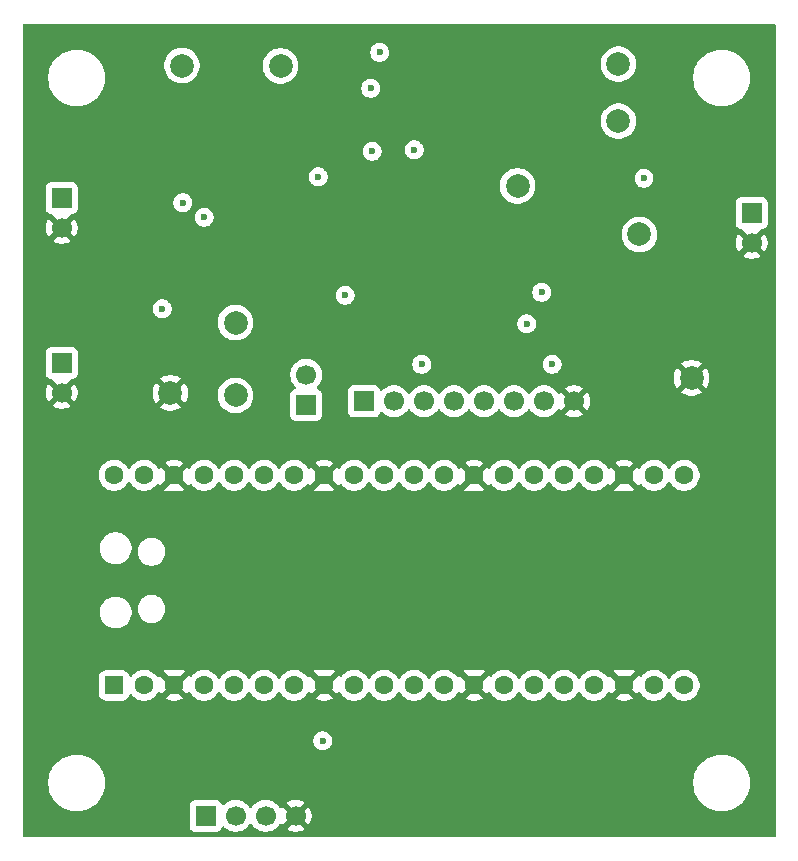
<source format=gbr>
%TF.GenerationSoftware,KiCad,Pcbnew,9.0.2-9.0.2-0~ubuntu24.04.1*%
%TF.CreationDate,2025-05-10T13:12:50-04:00*%
%TF.ProjectId,lt3014-test,6c743330-3134-42d7-9465-73742e6b6963,rev?*%
%TF.SameCoordinates,Original*%
%TF.FileFunction,Copper,L2,Inr*%
%TF.FilePolarity,Positive*%
%FSLAX46Y46*%
G04 Gerber Fmt 4.6, Leading zero omitted, Abs format (unit mm)*
G04 Created by KiCad (PCBNEW 9.0.2-9.0.2-0~ubuntu24.04.1) date 2025-05-10 13:12:50*
%MOMM*%
%LPD*%
G01*
G04 APERTURE LIST*
G04 Aperture macros list*
%AMRoundRect*
0 Rectangle with rounded corners*
0 $1 Rounding radius*
0 $2 $3 $4 $5 $6 $7 $8 $9 X,Y pos of 4 corners*
0 Add a 4 corners polygon primitive as box body*
4,1,4,$2,$3,$4,$5,$6,$7,$8,$9,$2,$3,0*
0 Add four circle primitives for the rounded corners*
1,1,$1+$1,$2,$3*
1,1,$1+$1,$4,$5*
1,1,$1+$1,$6,$7*
1,1,$1+$1,$8,$9*
0 Add four rect primitives between the rounded corners*
20,1,$1+$1,$2,$3,$4,$5,0*
20,1,$1+$1,$4,$5,$6,$7,0*
20,1,$1+$1,$6,$7,$8,$9,0*
20,1,$1+$1,$8,$9,$2,$3,0*%
%AMFreePoly0*
4,1,37,0.603843,0.796157,0.639018,0.796157,0.711114,0.766294,0.766294,0.711114,0.796157,0.639018,0.796157,0.603843,0.800000,0.600000,0.800000,-0.600000,0.796157,-0.603843,0.796157,-0.639018,0.766294,-0.711114,0.711114,-0.766294,0.639018,-0.796157,0.603843,-0.796157,0.600000,-0.800000,0.000000,-0.800000,0.000000,-0.796148,-0.078414,-0.796148,-0.232228,-0.765552,-0.377117,-0.705537,
-0.507515,-0.618408,-0.618408,-0.507515,-0.705537,-0.377117,-0.765552,-0.232228,-0.796148,-0.078414,-0.796148,0.078414,-0.765552,0.232228,-0.705537,0.377117,-0.618408,0.507515,-0.507515,0.618408,-0.377117,0.705537,-0.232228,0.765552,-0.078414,0.796148,0.000000,0.796148,0.000000,0.800000,0.600000,0.800000,0.603843,0.796157,0.603843,0.796157,$1*%
%AMFreePoly1*
4,1,37,0.000000,0.796148,0.078414,0.796148,0.232228,0.765552,0.377117,0.705537,0.507515,0.618408,0.618408,0.507515,0.705537,0.377117,0.765552,0.232228,0.796148,0.078414,0.796148,-0.078414,0.765552,-0.232228,0.705537,-0.377117,0.618408,-0.507515,0.507515,-0.618408,0.377117,-0.705537,0.232228,-0.765552,0.078414,-0.796148,0.000000,-0.796148,0.000000,-0.800000,-0.600000,-0.800000,
-0.603843,-0.796157,-0.639018,-0.796157,-0.711114,-0.766294,-0.766294,-0.711114,-0.796157,-0.639018,-0.796157,-0.603843,-0.800000,-0.600000,-0.800000,0.600000,-0.796157,0.603843,-0.796157,0.639018,-0.766294,0.711114,-0.711114,0.766294,-0.639018,0.796157,-0.603843,0.796157,-0.600000,0.800000,0.000000,0.800000,0.000000,0.796148,0.000000,0.796148,$1*%
G04 Aperture macros list end*
%TA.AperFunction,ComponentPad*%
%ADD10C,2.000000*%
%TD*%
%TA.AperFunction,ComponentPad*%
%ADD11R,1.700000X1.700000*%
%TD*%
%TA.AperFunction,ComponentPad*%
%ADD12C,1.700000*%
%TD*%
%TA.AperFunction,ComponentPad*%
%ADD13RoundRect,0.200000X0.600000X-0.600000X0.600000X0.600000X-0.600000X0.600000X-0.600000X-0.600000X0*%
%TD*%
%TA.AperFunction,ComponentPad*%
%ADD14C,1.600000*%
%TD*%
%TA.AperFunction,ComponentPad*%
%ADD15FreePoly0,90.000000*%
%TD*%
%TA.AperFunction,ComponentPad*%
%ADD16FreePoly1,90.000000*%
%TD*%
%TA.AperFunction,ViaPad*%
%ADD17C,0.600000*%
%TD*%
G04 APERTURE END LIST*
D10*
%TO.N,/IMON*%
%TO.C,TP7*%
X101092000Y-75133200D03*
%TD*%
D11*
%TO.N,+3.3V*%
%TO.C,J3*%
X86360000Y-72385000D03*
D12*
%TO.N,GND*%
X86360000Y-74925000D03*
%TD*%
D11*
%TO.N,Net-(J2-Pin_1)*%
%TO.C,J2*%
X86360000Y-58420000D03*
D12*
%TO.N,GND*%
X86360000Y-60960000D03*
%TD*%
D10*
%TO.N,Net-(J1-Pin_1)*%
%TO.C,TP4*%
X133504700Y-47091600D03*
%TD*%
D11*
%TO.N,/GP0{slash}TX*%
%TO.C,J5*%
X98552000Y-110744000D03*
D12*
%TO.N,/GP1{slash}RX*%
X101092000Y-110744000D03*
%TO.N,/GP2*%
X103632000Y-110744000D03*
%TO.N,GND*%
X106172000Y-110744000D03*
%TD*%
D10*
%TO.N,GND*%
%TO.C,TP10*%
X139700000Y-73660000D03*
%TD*%
D11*
%TO.N,Net-(A1-3V3)*%
%TO.C,JP1*%
X107061000Y-75946000D03*
D12*
%TO.N,+3.3V*%
X107061000Y-73406000D03*
%TD*%
D10*
%TO.N,GND*%
%TO.C,TP9*%
X95554800Y-74930000D03*
%TD*%
%TO.N,Net-(U4-A)*%
%TO.C,TP1*%
X135280400Y-61518800D03*
%TD*%
%TO.N,Net-(U1-VIN)*%
%TO.C,TP3*%
X104902000Y-47244000D03*
%TD*%
D13*
%TO.N,/LED1*%
%TO.C,A1*%
X90805000Y-99695000D03*
D14*
%TO.N,/LED2*%
X93345000Y-99695000D03*
D15*
%TO.N,GND*%
X95885000Y-99695000D03*
D14*
%TO.N,unconnected-(A1-GPIO2-Pad4)*%
X98425000Y-99695000D03*
%TO.N,unconnected-(A1-GPIO3-Pad5)*%
X100965000Y-99695000D03*
%TO.N,/GP0{slash}TX*%
X103505000Y-99695000D03*
%TO.N,/GP1{slash}RX*%
X106045000Y-99695000D03*
D15*
%TO.N,GND*%
X108585000Y-99695000D03*
D14*
%TO.N,/GP2*%
X111125000Y-99695000D03*
%TO.N,unconnected-(A1-GPIO7-Pad10)*%
X113665000Y-99695000D03*
%TO.N,unconnected-(A1-GPIO8-Pad11)*%
X116205000Y-99695000D03*
%TO.N,unconnected-(A1-GPIO9-Pad12)*%
X118745000Y-99695000D03*
D15*
%TO.N,GND*%
X121285000Y-99695000D03*
D14*
%TO.N,unconnected-(A1-GPIO10-Pad14)*%
X123825000Y-99695000D03*
%TO.N,unconnected-(A1-GPIO11-Pad15)*%
X126365000Y-99695000D03*
%TO.N,unconnected-(A1-GPIO12-Pad16)*%
X128905000Y-99695000D03*
%TO.N,unconnected-(A1-GPIO13-Pad17)*%
X131445000Y-99695000D03*
D15*
%TO.N,GND*%
X133985000Y-99695000D03*
D14*
%TO.N,unconnected-(A1-GPIO14-Pad19)*%
X136525000Y-99695000D03*
%TO.N,unconnected-(A1-GPIO15-Pad20)*%
X139065000Y-99695000D03*
%TO.N,unconnected-(A1-GPIO16-Pad21)*%
X139065000Y-81915000D03*
%TO.N,/~{SYNC}*%
X136525000Y-81915000D03*
D16*
%TO.N,GND*%
X133985000Y-81915000D03*
D14*
%TO.N,/SCLK*%
X131445000Y-81915000D03*
%TO.N,/SDA*%
X128905000Y-81915000D03*
%TO.N,/RESET*%
X126365000Y-81915000D03*
%TO.N,/SHDN*%
X123825000Y-81915000D03*
D16*
%TO.N,GND*%
X121285000Y-81915000D03*
D14*
%TO.N,/SHUTDOWN*%
X118745000Y-81915000D03*
%TO.N,unconnected-(A1-RUN-Pad30)*%
X116205000Y-81915000D03*
%TO.N,/IMON*%
X113665000Y-81915000D03*
%TO.N,/VSENSE*%
X111125000Y-81915000D03*
D16*
%TO.N,GND*%
X108585000Y-81915000D03*
D14*
%TO.N,unconnected-(A1-GPIO28_ADC2-Pad34)*%
X106045000Y-81915000D03*
%TO.N,unconnected-(A1-ADC_VREF-Pad35)*%
X103505000Y-81915000D03*
%TO.N,Net-(A1-3V3)*%
X100965000Y-81915000D03*
%TO.N,unconnected-(A1-3V3_EN-Pad37)*%
X98425000Y-81915000D03*
D16*
%TO.N,GND*%
X95885000Y-81915000D03*
D14*
%TO.N,unconnected-(A1-VSYS-Pad39)*%
X93345000Y-81915000D03*
%TO.N,unconnected-(A1-VBUS-Pad40)*%
X90805000Y-81915000D03*
%TD*%
D10*
%TO.N,Net-(Q3-G)*%
%TO.C,TP8*%
X101092000Y-68986400D03*
%TD*%
%TO.N,Net-(J2-Pin_1)*%
%TO.C,TP5*%
X96547700Y-47218600D03*
%TD*%
D11*
%TO.N,/SCLK*%
%TO.C,J4*%
X111963200Y-75641200D03*
D12*
%TO.N,/SDA*%
X114503200Y-75641200D03*
%TO.N,/~{SYNC}*%
X117043200Y-75641200D03*
%TO.N,/SHUTDOWN*%
X119583200Y-75641200D03*
%TO.N,/RESET*%
X122123200Y-75641200D03*
%TO.N,/SHDN*%
X124663200Y-75641200D03*
%TO.N,unconnected-(J4-Pin_7-Pad7)*%
X127203200Y-75641200D03*
%TO.N,GND*%
X129743200Y-75641200D03*
%TD*%
D10*
%TO.N,Net-(U1-ADJ)*%
%TO.C,TP2*%
X124968000Y-57404000D03*
%TD*%
D11*
%TO.N,Net-(J1-Pin_1)*%
%TO.C,J1*%
X144780000Y-59690000D03*
D12*
%TO.N,GND*%
X144780000Y-62230000D03*
%TD*%
D10*
%TO.N,/VSENSE*%
%TO.C,TP6*%
X133502400Y-51917600D03*
%TD*%
D17*
%TO.N,/SHDN*%
X113284000Y-46101000D03*
X116205000Y-54356000D03*
%TO.N,/SDA*%
X116840000Y-72517000D03*
X127889000Y-72517000D03*
%TO.N,/LED2*%
X108458000Y-104394000D03*
%TO.N,/VSENSE*%
X135663700Y-56769000D03*
%TO.N,GND*%
X132842000Y-58039000D03*
X112014000Y-59055000D03*
X121325600Y-53253600D03*
X112268000Y-64008000D03*
X94121000Y-106412000D03*
X119253000Y-49403000D03*
X120015000Y-63754000D03*
X124739400Y-49250600D03*
X130683000Y-60579000D03*
X111760000Y-69469000D03*
X125730000Y-60706000D03*
X123063000Y-68326000D03*
X85344000Y-67945000D03*
X98171000Y-64135000D03*
X102630000Y-106412000D03*
X127127000Y-64770000D03*
X94869000Y-58928000D03*
X108077000Y-62992000D03*
%TO.N,+3.3V*%
X94869000Y-67818000D03*
X96622800Y-58825200D03*
X98425000Y-60071000D03*
X125730000Y-69088000D03*
X127000000Y-66421000D03*
X108077000Y-56642000D03*
X110363000Y-66675000D03*
X112649000Y-54483000D03*
X112522000Y-49149000D03*
%TD*%
%TA.AperFunction,Conductor*%
%TO.N,GND*%
G36*
X146762539Y-43700185D02*
G01*
X146808294Y-43752989D01*
X146819500Y-43804500D01*
X146819500Y-112405500D01*
X146799815Y-112472539D01*
X146747011Y-112518294D01*
X146695500Y-112529500D01*
X83174500Y-112529500D01*
X83107461Y-112509815D01*
X83061706Y-112457011D01*
X83050500Y-112405500D01*
X83050500Y-107815186D01*
X85229500Y-107815186D01*
X85229500Y-108084813D01*
X85259686Y-108352719D01*
X85259688Y-108352731D01*
X85319684Y-108615594D01*
X85319687Y-108615602D01*
X85408734Y-108870082D01*
X85525714Y-109112994D01*
X85525716Y-109112997D01*
X85669162Y-109341289D01*
X85710799Y-109393500D01*
X85824801Y-109536455D01*
X85837266Y-109552085D01*
X86027915Y-109742734D01*
X86238711Y-109910838D01*
X86467003Y-110054284D01*
X86709921Y-110171267D01*
X86901049Y-110238145D01*
X86964397Y-110260312D01*
X86964405Y-110260315D01*
X86964408Y-110260315D01*
X86964409Y-110260316D01*
X87227268Y-110320312D01*
X87495187Y-110350499D01*
X87495188Y-110350500D01*
X87495191Y-110350500D01*
X87764812Y-110350500D01*
X87764812Y-110350499D01*
X88032732Y-110320312D01*
X88295591Y-110260316D01*
X88550079Y-110171267D01*
X88792997Y-110054284D01*
X89021289Y-109910838D01*
X89102424Y-109846135D01*
X97201500Y-109846135D01*
X97201500Y-111641870D01*
X97201501Y-111641876D01*
X97207908Y-111701483D01*
X97258202Y-111836328D01*
X97258206Y-111836335D01*
X97344452Y-111951544D01*
X97344455Y-111951547D01*
X97459664Y-112037793D01*
X97459671Y-112037797D01*
X97594517Y-112088091D01*
X97594516Y-112088091D01*
X97601444Y-112088835D01*
X97654127Y-112094500D01*
X99449872Y-112094499D01*
X99509483Y-112088091D01*
X99644331Y-112037796D01*
X99759546Y-111951546D01*
X99845796Y-111836331D01*
X99894810Y-111704916D01*
X99936681Y-111648984D01*
X100002145Y-111624566D01*
X100070418Y-111639417D01*
X100098673Y-111660569D01*
X100212213Y-111774109D01*
X100384179Y-111899048D01*
X100384181Y-111899049D01*
X100384184Y-111899051D01*
X100573588Y-111995557D01*
X100775757Y-112061246D01*
X100985713Y-112094500D01*
X100985714Y-112094500D01*
X101198286Y-112094500D01*
X101198287Y-112094500D01*
X101408243Y-112061246D01*
X101610412Y-111995557D01*
X101799816Y-111899051D01*
X101886138Y-111836335D01*
X101971786Y-111774109D01*
X101971788Y-111774106D01*
X101971792Y-111774104D01*
X102122104Y-111623792D01*
X102122106Y-111623788D01*
X102122109Y-111623786D01*
X102247048Y-111451820D01*
X102247047Y-111451820D01*
X102247051Y-111451816D01*
X102251514Y-111443054D01*
X102299488Y-111392259D01*
X102367308Y-111375463D01*
X102433444Y-111397999D01*
X102472486Y-111443056D01*
X102476951Y-111451820D01*
X102601890Y-111623786D01*
X102752213Y-111774109D01*
X102924179Y-111899048D01*
X102924181Y-111899049D01*
X102924184Y-111899051D01*
X103113588Y-111995557D01*
X103315757Y-112061246D01*
X103525713Y-112094500D01*
X103525714Y-112094500D01*
X103738286Y-112094500D01*
X103738287Y-112094500D01*
X103948243Y-112061246D01*
X104150412Y-111995557D01*
X104339816Y-111899051D01*
X104426138Y-111836335D01*
X104511786Y-111774109D01*
X104511788Y-111774106D01*
X104511792Y-111774104D01*
X104662104Y-111623792D01*
X104662106Y-111623788D01*
X104662109Y-111623786D01*
X104747890Y-111505717D01*
X104787051Y-111451816D01*
X104791793Y-111442508D01*
X104839763Y-111391711D01*
X104907583Y-111374911D01*
X104973719Y-111397445D01*
X105012763Y-111442500D01*
X105017373Y-111451547D01*
X105056728Y-111505716D01*
X105689037Y-110873408D01*
X105706075Y-110936993D01*
X105771901Y-111051007D01*
X105864993Y-111144099D01*
X105979007Y-111209925D01*
X106042590Y-111226962D01*
X105410282Y-111859269D01*
X105410282Y-111859270D01*
X105464449Y-111898624D01*
X105653782Y-111995095D01*
X105855870Y-112060757D01*
X106065754Y-112094000D01*
X106278246Y-112094000D01*
X106488127Y-112060757D01*
X106488130Y-112060757D01*
X106690217Y-111995095D01*
X106879554Y-111898622D01*
X106933716Y-111859270D01*
X106933717Y-111859270D01*
X106301408Y-111226962D01*
X106364993Y-111209925D01*
X106479007Y-111144099D01*
X106572099Y-111051007D01*
X106637925Y-110936993D01*
X106654962Y-110873409D01*
X107287270Y-111505717D01*
X107287270Y-111505716D01*
X107326622Y-111451554D01*
X107423095Y-111262217D01*
X107488757Y-111060130D01*
X107488757Y-111060127D01*
X107522000Y-110850246D01*
X107522000Y-110637753D01*
X107488757Y-110427872D01*
X107488757Y-110427869D01*
X107423095Y-110225782D01*
X107326624Y-110036449D01*
X107287270Y-109982282D01*
X107287269Y-109982282D01*
X106654962Y-110614590D01*
X106637925Y-110551007D01*
X106572099Y-110436993D01*
X106479007Y-110343901D01*
X106364993Y-110278075D01*
X106301409Y-110261037D01*
X106933716Y-109628728D01*
X106879550Y-109589375D01*
X106690217Y-109492904D01*
X106488129Y-109427242D01*
X106278246Y-109394000D01*
X106065754Y-109394000D01*
X105855872Y-109427242D01*
X105855869Y-109427242D01*
X105653782Y-109492904D01*
X105464439Y-109589380D01*
X105410282Y-109628727D01*
X105410282Y-109628728D01*
X106042591Y-110261037D01*
X105979007Y-110278075D01*
X105864993Y-110343901D01*
X105771901Y-110436993D01*
X105706075Y-110551007D01*
X105689037Y-110614591D01*
X105056728Y-109982282D01*
X105056727Y-109982282D01*
X105017380Y-110036440D01*
X105017376Y-110036446D01*
X105012760Y-110045505D01*
X104964781Y-110096297D01*
X104896959Y-110113087D01*
X104830826Y-110090543D01*
X104791794Y-110045493D01*
X104787051Y-110036184D01*
X104787049Y-110036181D01*
X104787048Y-110036179D01*
X104662109Y-109864213D01*
X104511786Y-109713890D01*
X104339820Y-109588951D01*
X104150414Y-109492444D01*
X104150413Y-109492443D01*
X104150412Y-109492443D01*
X103948243Y-109426754D01*
X103948241Y-109426753D01*
X103948240Y-109426753D01*
X103786957Y-109401208D01*
X103738287Y-109393500D01*
X103525713Y-109393500D01*
X103477042Y-109401208D01*
X103315760Y-109426753D01*
X103113585Y-109492444D01*
X102924179Y-109588951D01*
X102752213Y-109713890D01*
X102601890Y-109864213D01*
X102476949Y-110036182D01*
X102472484Y-110044946D01*
X102424509Y-110095742D01*
X102356688Y-110112536D01*
X102290553Y-110089998D01*
X102251516Y-110044946D01*
X102247050Y-110036182D01*
X102122109Y-109864213D01*
X101971786Y-109713890D01*
X101799820Y-109588951D01*
X101610414Y-109492444D01*
X101610413Y-109492443D01*
X101610412Y-109492443D01*
X101408243Y-109426754D01*
X101408241Y-109426753D01*
X101408240Y-109426753D01*
X101246957Y-109401208D01*
X101198287Y-109393500D01*
X100985713Y-109393500D01*
X100937042Y-109401208D01*
X100775760Y-109426753D01*
X100573585Y-109492444D01*
X100384179Y-109588951D01*
X100212215Y-109713889D01*
X100098673Y-109827431D01*
X100037350Y-109860915D01*
X99967658Y-109855931D01*
X99911725Y-109814059D01*
X99894810Y-109783082D01*
X99845797Y-109651671D01*
X99845793Y-109651664D01*
X99759547Y-109536455D01*
X99759544Y-109536452D01*
X99644335Y-109450206D01*
X99644328Y-109450202D01*
X99509482Y-109399908D01*
X99509483Y-109399908D01*
X99449883Y-109393501D01*
X99449881Y-109393500D01*
X99449873Y-109393500D01*
X99449864Y-109393500D01*
X97654129Y-109393500D01*
X97654123Y-109393501D01*
X97594516Y-109399908D01*
X97459671Y-109450202D01*
X97459664Y-109450206D01*
X97344455Y-109536452D01*
X97344452Y-109536455D01*
X97258206Y-109651664D01*
X97258202Y-109651671D01*
X97207908Y-109786517D01*
X97201501Y-109846116D01*
X97201500Y-109846135D01*
X89102424Y-109846135D01*
X89181490Y-109783082D01*
X89228167Y-109745859D01*
X89228168Y-109745858D01*
X89232078Y-109742740D01*
X89232080Y-109742737D01*
X89232085Y-109742734D01*
X89422734Y-109552085D01*
X89590838Y-109341289D01*
X89734284Y-109112997D01*
X89851267Y-108870079D01*
X89940316Y-108615591D01*
X90000312Y-108352732D01*
X90030500Y-108084809D01*
X90030500Y-107815191D01*
X90030499Y-107815186D01*
X139839500Y-107815186D01*
X139839500Y-108084813D01*
X139869686Y-108352719D01*
X139869688Y-108352731D01*
X139929684Y-108615594D01*
X139929687Y-108615602D01*
X140018734Y-108870082D01*
X140135714Y-109112994D01*
X140135716Y-109112997D01*
X140279162Y-109341289D01*
X140320799Y-109393500D01*
X140434801Y-109536455D01*
X140447266Y-109552085D01*
X140637915Y-109742734D01*
X140848711Y-109910838D01*
X141077003Y-110054284D01*
X141319921Y-110171267D01*
X141511049Y-110238145D01*
X141574397Y-110260312D01*
X141574405Y-110260315D01*
X141574408Y-110260315D01*
X141574409Y-110260316D01*
X141837268Y-110320312D01*
X142105187Y-110350499D01*
X142105188Y-110350500D01*
X142105191Y-110350500D01*
X142374812Y-110350500D01*
X142374812Y-110350499D01*
X142642732Y-110320312D01*
X142905591Y-110260316D01*
X143160079Y-110171267D01*
X143402997Y-110054284D01*
X143631289Y-109910838D01*
X143842085Y-109742734D01*
X144032734Y-109552085D01*
X144200838Y-109341289D01*
X144344284Y-109112997D01*
X144461267Y-108870079D01*
X144550316Y-108615591D01*
X144610312Y-108352732D01*
X144640500Y-108084809D01*
X144640500Y-107815191D01*
X144610312Y-107547268D01*
X144550316Y-107284409D01*
X144461267Y-107029921D01*
X144344284Y-106787003D01*
X144200838Y-106558711D01*
X144032734Y-106347915D01*
X143842085Y-106157266D01*
X143631289Y-105989162D01*
X143402997Y-105845716D01*
X143402994Y-105845714D01*
X143160082Y-105728734D01*
X142905602Y-105639687D01*
X142905594Y-105639684D01*
X142708446Y-105594687D01*
X142642732Y-105579688D01*
X142642728Y-105579687D01*
X142642719Y-105579686D01*
X142374813Y-105549500D01*
X142374809Y-105549500D01*
X142105191Y-105549500D01*
X142105186Y-105549500D01*
X141837280Y-105579686D01*
X141837268Y-105579688D01*
X141574405Y-105639684D01*
X141574397Y-105639687D01*
X141319917Y-105728734D01*
X141077005Y-105845714D01*
X140848712Y-105989161D01*
X140637915Y-106157265D01*
X140447265Y-106347915D01*
X140279161Y-106558712D01*
X140135714Y-106787005D01*
X140018734Y-107029917D01*
X139929687Y-107284397D01*
X139929684Y-107284405D01*
X139869688Y-107547268D01*
X139869686Y-107547280D01*
X139839500Y-107815186D01*
X90030499Y-107815186D01*
X90000312Y-107547268D01*
X89940316Y-107284409D01*
X89851267Y-107029921D01*
X89734284Y-106787003D01*
X89590838Y-106558711D01*
X89422734Y-106347915D01*
X89232085Y-106157266D01*
X89021289Y-105989162D01*
X88792997Y-105845716D01*
X88792994Y-105845714D01*
X88550082Y-105728734D01*
X88295602Y-105639687D01*
X88295594Y-105639684D01*
X88098446Y-105594687D01*
X88032732Y-105579688D01*
X88032728Y-105579687D01*
X88032719Y-105579686D01*
X87764813Y-105549500D01*
X87764809Y-105549500D01*
X87495191Y-105549500D01*
X87495186Y-105549500D01*
X87227280Y-105579686D01*
X87227268Y-105579688D01*
X86964405Y-105639684D01*
X86964397Y-105639687D01*
X86709917Y-105728734D01*
X86467005Y-105845714D01*
X86238712Y-105989161D01*
X86027915Y-106157265D01*
X85837265Y-106347915D01*
X85669161Y-106558712D01*
X85525714Y-106787005D01*
X85408734Y-107029917D01*
X85319687Y-107284397D01*
X85319684Y-107284405D01*
X85259688Y-107547268D01*
X85259686Y-107547280D01*
X85229500Y-107815186D01*
X83050500Y-107815186D01*
X83050500Y-104315153D01*
X107657500Y-104315153D01*
X107657500Y-104472846D01*
X107688261Y-104627489D01*
X107688264Y-104627501D01*
X107748602Y-104773172D01*
X107748609Y-104773185D01*
X107836210Y-104904288D01*
X107836213Y-104904292D01*
X107947707Y-105015786D01*
X107947711Y-105015789D01*
X108078814Y-105103390D01*
X108078827Y-105103397D01*
X108224498Y-105163735D01*
X108224503Y-105163737D01*
X108379153Y-105194499D01*
X108379156Y-105194500D01*
X108379158Y-105194500D01*
X108536844Y-105194500D01*
X108536845Y-105194499D01*
X108691497Y-105163737D01*
X108837179Y-105103394D01*
X108968289Y-105015789D01*
X109079789Y-104904289D01*
X109167394Y-104773179D01*
X109227737Y-104627497D01*
X109258500Y-104472842D01*
X109258500Y-104315158D01*
X109258500Y-104315155D01*
X109258499Y-104315153D01*
X109227738Y-104160510D01*
X109227737Y-104160503D01*
X109227735Y-104160498D01*
X109167397Y-104014827D01*
X109167390Y-104014814D01*
X109079789Y-103883711D01*
X109079786Y-103883707D01*
X108968292Y-103772213D01*
X108968288Y-103772210D01*
X108837185Y-103684609D01*
X108837172Y-103684602D01*
X108691501Y-103624264D01*
X108691489Y-103624261D01*
X108536845Y-103593500D01*
X108536842Y-103593500D01*
X108379158Y-103593500D01*
X108379155Y-103593500D01*
X108224510Y-103624261D01*
X108224498Y-103624264D01*
X108078827Y-103684602D01*
X108078814Y-103684609D01*
X107947711Y-103772210D01*
X107947707Y-103772213D01*
X107836213Y-103883707D01*
X107836210Y-103883711D01*
X107748609Y-104014814D01*
X107748602Y-104014827D01*
X107688264Y-104160498D01*
X107688261Y-104160510D01*
X107657500Y-104315153D01*
X83050500Y-104315153D01*
X83050500Y-99038384D01*
X89504500Y-99038384D01*
X89504500Y-100351616D01*
X89506423Y-100372778D01*
X89510913Y-100422192D01*
X89561522Y-100584606D01*
X89649530Y-100730188D01*
X89769811Y-100850469D01*
X89769813Y-100850470D01*
X89769815Y-100850472D01*
X89915394Y-100938478D01*
X90077804Y-100989086D01*
X90148384Y-100995500D01*
X90148387Y-100995500D01*
X91461613Y-100995500D01*
X91461616Y-100995500D01*
X91532196Y-100989086D01*
X91694606Y-100938478D01*
X91840185Y-100850472D01*
X91960472Y-100730185D01*
X92048478Y-100584606D01*
X92075641Y-100497433D01*
X92114377Y-100439288D01*
X92178402Y-100411313D01*
X92247388Y-100422394D01*
X92294344Y-100461440D01*
X92353028Y-100542212D01*
X92353032Y-100542217D01*
X92497786Y-100686971D01*
X92622343Y-100777465D01*
X92663390Y-100807287D01*
X92779607Y-100866503D01*
X92845776Y-100900218D01*
X92845778Y-100900218D01*
X92845781Y-100900220D01*
X92939940Y-100930814D01*
X93040465Y-100963477D01*
X93141557Y-100979488D01*
X93242648Y-100995500D01*
X93242649Y-100995500D01*
X93447351Y-100995500D01*
X93447352Y-100995500D01*
X93649534Y-100963477D01*
X93844219Y-100900220D01*
X94026610Y-100807287D01*
X94132733Y-100730185D01*
X94192213Y-100686971D01*
X94192215Y-100686968D01*
X94192219Y-100686966D01*
X94336966Y-100542219D01*
X94336968Y-100542215D01*
X94336971Y-100542213D01*
X94457286Y-100376611D01*
X94457287Y-100376610D01*
X94501058Y-100290703D01*
X94549030Y-100239909D01*
X94616851Y-100223113D01*
X94682986Y-100245650D01*
X94720900Y-100288545D01*
X94756155Y-100354500D01*
X94756161Y-100354511D01*
X94802534Y-100423912D01*
X95402037Y-99824410D01*
X95419075Y-99887993D01*
X95484901Y-100002007D01*
X95577993Y-100095099D01*
X95692007Y-100160925D01*
X95755589Y-100177962D01*
X95156085Y-100777465D01*
X95225488Y-100823838D01*
X95225498Y-100823844D01*
X95312801Y-100870509D01*
X95458387Y-100930814D01*
X95553135Y-100959555D01*
X95707699Y-100990298D01*
X95806210Y-101000000D01*
X95963790Y-101000000D01*
X96062299Y-100990298D01*
X96062302Y-100990298D01*
X96216864Y-100959555D01*
X96311612Y-100930814D01*
X96457198Y-100870509D01*
X96544511Y-100823838D01*
X96544515Y-100823837D01*
X96613913Y-100777465D01*
X96014410Y-100177962D01*
X96077993Y-100160925D01*
X96192007Y-100095099D01*
X96285099Y-100002007D01*
X96350925Y-99887993D01*
X96367962Y-99824410D01*
X96967464Y-100423913D01*
X96967465Y-100423913D01*
X97013837Y-100354515D01*
X97013843Y-100354503D01*
X97049099Y-100288546D01*
X97098061Y-100238702D01*
X97166199Y-100223241D01*
X97231879Y-100247073D01*
X97268941Y-100290702D01*
X97299976Y-100351613D01*
X97312715Y-100376614D01*
X97433028Y-100542213D01*
X97577786Y-100686971D01*
X97702343Y-100777465D01*
X97743390Y-100807287D01*
X97859607Y-100866503D01*
X97925776Y-100900218D01*
X97925778Y-100900218D01*
X97925781Y-100900220D01*
X98019940Y-100930814D01*
X98120465Y-100963477D01*
X98221557Y-100979488D01*
X98322648Y-100995500D01*
X98322649Y-100995500D01*
X98527351Y-100995500D01*
X98527352Y-100995500D01*
X98729534Y-100963477D01*
X98924219Y-100900220D01*
X99106610Y-100807287D01*
X99212733Y-100730185D01*
X99272213Y-100686971D01*
X99272215Y-100686968D01*
X99272219Y-100686966D01*
X99416966Y-100542219D01*
X99416968Y-100542215D01*
X99416971Y-100542213D01*
X99537284Y-100376614D01*
X99537286Y-100376611D01*
X99537287Y-100376610D01*
X99584516Y-100283917D01*
X99632489Y-100233123D01*
X99700310Y-100216328D01*
X99766445Y-100238865D01*
X99805483Y-100283917D01*
X99839976Y-100351613D01*
X99852715Y-100376614D01*
X99973028Y-100542213D01*
X100117786Y-100686971D01*
X100242343Y-100777465D01*
X100283390Y-100807287D01*
X100399607Y-100866503D01*
X100465776Y-100900218D01*
X100465778Y-100900218D01*
X100465781Y-100900220D01*
X100559940Y-100930814D01*
X100660465Y-100963477D01*
X100761557Y-100979488D01*
X100862648Y-100995500D01*
X100862649Y-100995500D01*
X101067351Y-100995500D01*
X101067352Y-100995500D01*
X101269534Y-100963477D01*
X101464219Y-100900220D01*
X101646610Y-100807287D01*
X101752733Y-100730185D01*
X101812213Y-100686971D01*
X101812215Y-100686968D01*
X101812219Y-100686966D01*
X101956966Y-100542219D01*
X101956968Y-100542215D01*
X101956971Y-100542213D01*
X102077284Y-100376614D01*
X102077286Y-100376611D01*
X102077287Y-100376610D01*
X102124516Y-100283917D01*
X102172489Y-100233123D01*
X102240310Y-100216328D01*
X102306445Y-100238865D01*
X102345483Y-100283917D01*
X102379976Y-100351613D01*
X102392715Y-100376614D01*
X102513028Y-100542213D01*
X102657786Y-100686971D01*
X102782343Y-100777465D01*
X102823390Y-100807287D01*
X102939607Y-100866503D01*
X103005776Y-100900218D01*
X103005778Y-100900218D01*
X103005781Y-100900220D01*
X103099940Y-100930814D01*
X103200465Y-100963477D01*
X103301557Y-100979488D01*
X103402648Y-100995500D01*
X103402649Y-100995500D01*
X103607351Y-100995500D01*
X103607352Y-100995500D01*
X103809534Y-100963477D01*
X104004219Y-100900220D01*
X104186610Y-100807287D01*
X104292733Y-100730185D01*
X104352213Y-100686971D01*
X104352215Y-100686968D01*
X104352219Y-100686966D01*
X104496966Y-100542219D01*
X104496968Y-100542215D01*
X104496971Y-100542213D01*
X104617284Y-100376614D01*
X104617286Y-100376611D01*
X104617287Y-100376610D01*
X104664516Y-100283917D01*
X104712489Y-100233123D01*
X104780310Y-100216328D01*
X104846445Y-100238865D01*
X104885483Y-100283917D01*
X104919976Y-100351613D01*
X104932715Y-100376614D01*
X105053028Y-100542213D01*
X105197786Y-100686971D01*
X105322343Y-100777465D01*
X105363390Y-100807287D01*
X105479607Y-100866503D01*
X105545776Y-100900218D01*
X105545778Y-100900218D01*
X105545781Y-100900220D01*
X105639940Y-100930814D01*
X105740465Y-100963477D01*
X105841557Y-100979488D01*
X105942648Y-100995500D01*
X105942649Y-100995500D01*
X106147351Y-100995500D01*
X106147352Y-100995500D01*
X106349534Y-100963477D01*
X106544219Y-100900220D01*
X106726610Y-100807287D01*
X106832733Y-100730185D01*
X106892213Y-100686971D01*
X106892215Y-100686968D01*
X106892219Y-100686966D01*
X107036966Y-100542219D01*
X107036968Y-100542215D01*
X107036971Y-100542213D01*
X107157286Y-100376611D01*
X107157287Y-100376610D01*
X107201058Y-100290703D01*
X107249030Y-100239909D01*
X107316851Y-100223113D01*
X107382986Y-100245650D01*
X107420900Y-100288545D01*
X107456155Y-100354500D01*
X107456161Y-100354511D01*
X107502534Y-100423912D01*
X108102037Y-99824410D01*
X108119075Y-99887993D01*
X108184901Y-100002007D01*
X108277993Y-100095099D01*
X108392007Y-100160925D01*
X108455589Y-100177962D01*
X107856085Y-100777465D01*
X107925488Y-100823838D01*
X107925498Y-100823844D01*
X108012801Y-100870509D01*
X108158387Y-100930814D01*
X108253135Y-100959555D01*
X108407699Y-100990298D01*
X108506210Y-101000000D01*
X108663790Y-101000000D01*
X108762299Y-100990298D01*
X108762302Y-100990298D01*
X108916864Y-100959555D01*
X109011612Y-100930814D01*
X109157198Y-100870509D01*
X109244511Y-100823838D01*
X109244515Y-100823837D01*
X109313913Y-100777465D01*
X108714410Y-100177962D01*
X108777993Y-100160925D01*
X108892007Y-100095099D01*
X108985099Y-100002007D01*
X109050925Y-99887993D01*
X109067962Y-99824410D01*
X109667464Y-100423913D01*
X109667465Y-100423913D01*
X109713837Y-100354515D01*
X109713843Y-100354503D01*
X109749099Y-100288546D01*
X109798061Y-100238702D01*
X109866199Y-100223241D01*
X109931879Y-100247073D01*
X109968941Y-100290702D01*
X109999976Y-100351613D01*
X110012715Y-100376614D01*
X110133028Y-100542213D01*
X110277786Y-100686971D01*
X110402343Y-100777465D01*
X110443390Y-100807287D01*
X110559607Y-100866503D01*
X110625776Y-100900218D01*
X110625778Y-100900218D01*
X110625781Y-100900220D01*
X110719940Y-100930814D01*
X110820465Y-100963477D01*
X110921557Y-100979488D01*
X111022648Y-100995500D01*
X111022649Y-100995500D01*
X111227351Y-100995500D01*
X111227352Y-100995500D01*
X111429534Y-100963477D01*
X111624219Y-100900220D01*
X111806610Y-100807287D01*
X111912733Y-100730185D01*
X111972213Y-100686971D01*
X111972215Y-100686968D01*
X111972219Y-100686966D01*
X112116966Y-100542219D01*
X112116968Y-100542215D01*
X112116971Y-100542213D01*
X112237284Y-100376614D01*
X112237286Y-100376611D01*
X112237287Y-100376610D01*
X112284516Y-100283917D01*
X112332489Y-100233123D01*
X112400310Y-100216328D01*
X112466445Y-100238865D01*
X112505483Y-100283917D01*
X112539976Y-100351613D01*
X112552715Y-100376614D01*
X112673028Y-100542213D01*
X112817786Y-100686971D01*
X112942343Y-100777465D01*
X112983390Y-100807287D01*
X113099607Y-100866503D01*
X113165776Y-100900218D01*
X113165778Y-100900218D01*
X113165781Y-100900220D01*
X113259940Y-100930814D01*
X113360465Y-100963477D01*
X113461557Y-100979488D01*
X113562648Y-100995500D01*
X113562649Y-100995500D01*
X113767351Y-100995500D01*
X113767352Y-100995500D01*
X113969534Y-100963477D01*
X114164219Y-100900220D01*
X114346610Y-100807287D01*
X114452733Y-100730185D01*
X114512213Y-100686971D01*
X114512215Y-100686968D01*
X114512219Y-100686966D01*
X114656966Y-100542219D01*
X114656968Y-100542215D01*
X114656971Y-100542213D01*
X114777284Y-100376614D01*
X114777286Y-100376611D01*
X114777287Y-100376610D01*
X114824516Y-100283917D01*
X114872489Y-100233123D01*
X114940310Y-100216328D01*
X115006445Y-100238865D01*
X115045483Y-100283917D01*
X115079976Y-100351613D01*
X115092715Y-100376614D01*
X115213028Y-100542213D01*
X115357786Y-100686971D01*
X115482343Y-100777465D01*
X115523390Y-100807287D01*
X115639607Y-100866503D01*
X115705776Y-100900218D01*
X115705778Y-100900218D01*
X115705781Y-100900220D01*
X115799940Y-100930814D01*
X115900465Y-100963477D01*
X116001557Y-100979488D01*
X116102648Y-100995500D01*
X116102649Y-100995500D01*
X116307351Y-100995500D01*
X116307352Y-100995500D01*
X116509534Y-100963477D01*
X116704219Y-100900220D01*
X116886610Y-100807287D01*
X116992733Y-100730185D01*
X117052213Y-100686971D01*
X117052215Y-100686968D01*
X117052219Y-100686966D01*
X117196966Y-100542219D01*
X117196968Y-100542215D01*
X117196971Y-100542213D01*
X117317284Y-100376614D01*
X117317286Y-100376611D01*
X117317287Y-100376610D01*
X117364516Y-100283917D01*
X117412489Y-100233123D01*
X117480310Y-100216328D01*
X117546445Y-100238865D01*
X117585483Y-100283917D01*
X117619976Y-100351613D01*
X117632715Y-100376614D01*
X117753028Y-100542213D01*
X117897786Y-100686971D01*
X118022343Y-100777465D01*
X118063390Y-100807287D01*
X118179607Y-100866503D01*
X118245776Y-100900218D01*
X118245778Y-100900218D01*
X118245781Y-100900220D01*
X118339940Y-100930814D01*
X118440465Y-100963477D01*
X118541557Y-100979488D01*
X118642648Y-100995500D01*
X118642649Y-100995500D01*
X118847351Y-100995500D01*
X118847352Y-100995500D01*
X119049534Y-100963477D01*
X119244219Y-100900220D01*
X119426610Y-100807287D01*
X119532733Y-100730185D01*
X119592213Y-100686971D01*
X119592215Y-100686968D01*
X119592219Y-100686966D01*
X119736966Y-100542219D01*
X119736968Y-100542215D01*
X119736971Y-100542213D01*
X119857286Y-100376611D01*
X119857287Y-100376610D01*
X119901058Y-100290703D01*
X119949030Y-100239909D01*
X120016851Y-100223113D01*
X120082986Y-100245650D01*
X120120900Y-100288545D01*
X120156155Y-100354500D01*
X120156161Y-100354511D01*
X120202534Y-100423912D01*
X120802037Y-99824410D01*
X120819075Y-99887993D01*
X120884901Y-100002007D01*
X120977993Y-100095099D01*
X121092007Y-100160925D01*
X121155589Y-100177962D01*
X120556085Y-100777465D01*
X120625488Y-100823838D01*
X120625498Y-100823844D01*
X120712801Y-100870509D01*
X120858387Y-100930814D01*
X120953135Y-100959555D01*
X121107699Y-100990298D01*
X121206210Y-101000000D01*
X121363790Y-101000000D01*
X121462299Y-100990298D01*
X121462302Y-100990298D01*
X121616864Y-100959555D01*
X121711612Y-100930814D01*
X121857198Y-100870509D01*
X121944511Y-100823838D01*
X121944515Y-100823837D01*
X122013913Y-100777465D01*
X121414410Y-100177962D01*
X121477993Y-100160925D01*
X121592007Y-100095099D01*
X121685099Y-100002007D01*
X121750925Y-99887993D01*
X121767962Y-99824410D01*
X122367464Y-100423913D01*
X122367465Y-100423913D01*
X122413837Y-100354515D01*
X122413843Y-100354503D01*
X122449099Y-100288546D01*
X122498061Y-100238702D01*
X122566199Y-100223241D01*
X122631879Y-100247073D01*
X122668941Y-100290702D01*
X122699976Y-100351613D01*
X122712715Y-100376614D01*
X122833028Y-100542213D01*
X122977786Y-100686971D01*
X123102343Y-100777465D01*
X123143390Y-100807287D01*
X123259607Y-100866503D01*
X123325776Y-100900218D01*
X123325778Y-100900218D01*
X123325781Y-100900220D01*
X123419940Y-100930814D01*
X123520465Y-100963477D01*
X123621557Y-100979488D01*
X123722648Y-100995500D01*
X123722649Y-100995500D01*
X123927351Y-100995500D01*
X123927352Y-100995500D01*
X124129534Y-100963477D01*
X124324219Y-100900220D01*
X124506610Y-100807287D01*
X124612733Y-100730185D01*
X124672213Y-100686971D01*
X124672215Y-100686968D01*
X124672219Y-100686966D01*
X124816966Y-100542219D01*
X124816968Y-100542215D01*
X124816971Y-100542213D01*
X124937284Y-100376614D01*
X124937286Y-100376611D01*
X124937287Y-100376610D01*
X124984516Y-100283917D01*
X125032489Y-100233123D01*
X125100310Y-100216328D01*
X125166445Y-100238865D01*
X125205483Y-100283917D01*
X125239976Y-100351613D01*
X125252715Y-100376614D01*
X125373028Y-100542213D01*
X125517786Y-100686971D01*
X125642343Y-100777465D01*
X125683390Y-100807287D01*
X125799607Y-100866503D01*
X125865776Y-100900218D01*
X125865778Y-100900218D01*
X125865781Y-100900220D01*
X125959940Y-100930814D01*
X126060465Y-100963477D01*
X126161557Y-100979488D01*
X126262648Y-100995500D01*
X126262649Y-100995500D01*
X126467351Y-100995500D01*
X126467352Y-100995500D01*
X126669534Y-100963477D01*
X126864219Y-100900220D01*
X127046610Y-100807287D01*
X127152733Y-100730185D01*
X127212213Y-100686971D01*
X127212215Y-100686968D01*
X127212219Y-100686966D01*
X127356966Y-100542219D01*
X127356968Y-100542215D01*
X127356971Y-100542213D01*
X127477284Y-100376614D01*
X127477286Y-100376611D01*
X127477287Y-100376610D01*
X127524516Y-100283917D01*
X127572489Y-100233123D01*
X127640310Y-100216328D01*
X127706445Y-100238865D01*
X127745483Y-100283917D01*
X127779976Y-100351613D01*
X127792715Y-100376614D01*
X127913028Y-100542213D01*
X128057786Y-100686971D01*
X128182343Y-100777465D01*
X128223390Y-100807287D01*
X128339607Y-100866503D01*
X128405776Y-100900218D01*
X128405778Y-100900218D01*
X128405781Y-100900220D01*
X128499940Y-100930814D01*
X128600465Y-100963477D01*
X128701557Y-100979488D01*
X128802648Y-100995500D01*
X128802649Y-100995500D01*
X129007351Y-100995500D01*
X129007352Y-100995500D01*
X129209534Y-100963477D01*
X129404219Y-100900220D01*
X129586610Y-100807287D01*
X129692733Y-100730185D01*
X129752213Y-100686971D01*
X129752215Y-100686968D01*
X129752219Y-100686966D01*
X129896966Y-100542219D01*
X129896968Y-100542215D01*
X129896971Y-100542213D01*
X130017284Y-100376614D01*
X130017286Y-100376611D01*
X130017287Y-100376610D01*
X130064516Y-100283917D01*
X130112489Y-100233123D01*
X130180310Y-100216328D01*
X130246445Y-100238865D01*
X130285483Y-100283917D01*
X130319976Y-100351613D01*
X130332715Y-100376614D01*
X130453028Y-100542213D01*
X130597786Y-100686971D01*
X130722343Y-100777465D01*
X130763390Y-100807287D01*
X130879607Y-100866503D01*
X130945776Y-100900218D01*
X130945778Y-100900218D01*
X130945781Y-100900220D01*
X131039940Y-100930814D01*
X131140465Y-100963477D01*
X131241557Y-100979488D01*
X131342648Y-100995500D01*
X131342649Y-100995500D01*
X131547351Y-100995500D01*
X131547352Y-100995500D01*
X131749534Y-100963477D01*
X131944219Y-100900220D01*
X132126610Y-100807287D01*
X132232733Y-100730185D01*
X132292213Y-100686971D01*
X132292215Y-100686968D01*
X132292219Y-100686966D01*
X132436966Y-100542219D01*
X132436968Y-100542215D01*
X132436971Y-100542213D01*
X132557286Y-100376611D01*
X132557287Y-100376610D01*
X132601058Y-100290703D01*
X132649030Y-100239909D01*
X132716851Y-100223113D01*
X132782986Y-100245650D01*
X132820900Y-100288545D01*
X132856155Y-100354500D01*
X132856161Y-100354511D01*
X132902534Y-100423912D01*
X133502037Y-99824410D01*
X133519075Y-99887993D01*
X133584901Y-100002007D01*
X133677993Y-100095099D01*
X133792007Y-100160925D01*
X133855589Y-100177962D01*
X133256085Y-100777465D01*
X133325488Y-100823838D01*
X133325498Y-100823844D01*
X133412801Y-100870509D01*
X133558387Y-100930814D01*
X133653135Y-100959555D01*
X133807699Y-100990298D01*
X133906210Y-101000000D01*
X134063790Y-101000000D01*
X134162299Y-100990298D01*
X134162302Y-100990298D01*
X134316864Y-100959555D01*
X134411612Y-100930814D01*
X134557198Y-100870509D01*
X134644511Y-100823838D01*
X134644515Y-100823837D01*
X134713913Y-100777465D01*
X134114410Y-100177962D01*
X134177993Y-100160925D01*
X134292007Y-100095099D01*
X134385099Y-100002007D01*
X134450925Y-99887993D01*
X134467962Y-99824410D01*
X135067464Y-100423913D01*
X135067465Y-100423913D01*
X135113837Y-100354515D01*
X135113843Y-100354503D01*
X135149099Y-100288546D01*
X135198061Y-100238702D01*
X135266199Y-100223241D01*
X135331879Y-100247073D01*
X135368941Y-100290702D01*
X135399976Y-100351613D01*
X135412715Y-100376614D01*
X135533028Y-100542213D01*
X135677786Y-100686971D01*
X135802343Y-100777465D01*
X135843390Y-100807287D01*
X135959607Y-100866503D01*
X136025776Y-100900218D01*
X136025778Y-100900218D01*
X136025781Y-100900220D01*
X136119940Y-100930814D01*
X136220465Y-100963477D01*
X136321557Y-100979488D01*
X136422648Y-100995500D01*
X136422649Y-100995500D01*
X136627351Y-100995500D01*
X136627352Y-100995500D01*
X136829534Y-100963477D01*
X137024219Y-100900220D01*
X137206610Y-100807287D01*
X137312733Y-100730185D01*
X137372213Y-100686971D01*
X137372215Y-100686968D01*
X137372219Y-100686966D01*
X137516966Y-100542219D01*
X137516968Y-100542215D01*
X137516971Y-100542213D01*
X137637284Y-100376614D01*
X137637286Y-100376611D01*
X137637287Y-100376610D01*
X137684516Y-100283917D01*
X137732489Y-100233123D01*
X137800310Y-100216328D01*
X137866445Y-100238865D01*
X137905483Y-100283917D01*
X137939976Y-100351613D01*
X137952715Y-100376614D01*
X138073028Y-100542213D01*
X138217786Y-100686971D01*
X138342343Y-100777465D01*
X138383390Y-100807287D01*
X138499607Y-100866503D01*
X138565776Y-100900218D01*
X138565778Y-100900218D01*
X138565781Y-100900220D01*
X138659940Y-100930814D01*
X138760465Y-100963477D01*
X138861557Y-100979488D01*
X138962648Y-100995500D01*
X138962649Y-100995500D01*
X139167351Y-100995500D01*
X139167352Y-100995500D01*
X139369534Y-100963477D01*
X139564219Y-100900220D01*
X139746610Y-100807287D01*
X139852733Y-100730185D01*
X139912213Y-100686971D01*
X139912215Y-100686968D01*
X139912219Y-100686966D01*
X140056966Y-100542219D01*
X140056968Y-100542215D01*
X140056971Y-100542213D01*
X140131749Y-100439288D01*
X140177287Y-100376610D01*
X140270220Y-100194219D01*
X140333477Y-99999534D01*
X140365500Y-99797352D01*
X140365500Y-99592648D01*
X140333477Y-99390466D01*
X140332673Y-99387993D01*
X140270218Y-99195776D01*
X140224515Y-99106080D01*
X140177287Y-99013390D01*
X140146653Y-98971225D01*
X140056971Y-98847786D01*
X139912213Y-98703028D01*
X139746613Y-98582715D01*
X139746612Y-98582714D01*
X139746610Y-98582713D01*
X139661855Y-98539528D01*
X139564223Y-98489781D01*
X139369534Y-98426522D01*
X139194995Y-98398878D01*
X139167352Y-98394500D01*
X138962648Y-98394500D01*
X138938329Y-98398351D01*
X138760465Y-98426522D01*
X138565776Y-98489781D01*
X138383386Y-98582715D01*
X138217786Y-98703028D01*
X138073028Y-98847786D01*
X137952715Y-99013386D01*
X137905485Y-99106080D01*
X137857510Y-99156876D01*
X137789689Y-99173671D01*
X137723554Y-99151134D01*
X137684515Y-99106080D01*
X137683883Y-99104840D01*
X137637287Y-99013390D01*
X137606653Y-98971225D01*
X137516971Y-98847786D01*
X137372213Y-98703028D01*
X137206613Y-98582715D01*
X137206612Y-98582714D01*
X137206610Y-98582713D01*
X137121855Y-98539528D01*
X137024223Y-98489781D01*
X136829534Y-98426522D01*
X136654995Y-98398878D01*
X136627352Y-98394500D01*
X136422648Y-98394500D01*
X136398329Y-98398351D01*
X136220465Y-98426522D01*
X136025776Y-98489781D01*
X135843386Y-98582715D01*
X135677786Y-98703028D01*
X135533032Y-98847782D01*
X135533026Y-98847789D01*
X135477231Y-98924584D01*
X135421901Y-98967250D01*
X135352288Y-98973228D01*
X135290493Y-98940622D01*
X135256765Y-98882361D01*
X135251559Y-98861965D01*
X135251559Y-98861962D01*
X135228135Y-98805414D01*
X134467962Y-99565588D01*
X134450925Y-99502007D01*
X134385099Y-99387993D01*
X134292007Y-99294901D01*
X134177993Y-99229075D01*
X134114410Y-99212037D01*
X134874584Y-98451862D01*
X134818059Y-98428449D01*
X134767053Y-98410455D01*
X134624780Y-98390000D01*
X133345214Y-98390000D01*
X133291237Y-98392893D01*
X133291235Y-98392893D01*
X133151976Y-98428436D01*
X133151962Y-98428441D01*
X133095415Y-98451863D01*
X133855589Y-99212037D01*
X133792007Y-99229075D01*
X133677993Y-99294901D01*
X133584901Y-99387993D01*
X133519075Y-99502007D01*
X133502037Y-99565589D01*
X132741863Y-98805415D01*
X132741862Y-98805415D01*
X132718446Y-98861947D01*
X132718439Y-98861965D01*
X132708330Y-98890623D01*
X132667464Y-98947295D01*
X132602446Y-98972876D01*
X132533918Y-98959246D01*
X132491075Y-98922255D01*
X132436971Y-98847786D01*
X132292213Y-98703028D01*
X132140763Y-98592995D01*
X132126613Y-98582715D01*
X132126612Y-98582714D01*
X132126610Y-98582713D01*
X132041855Y-98539528D01*
X131944223Y-98489781D01*
X131749534Y-98426522D01*
X131574995Y-98398878D01*
X131547352Y-98394500D01*
X131342648Y-98394500D01*
X131318329Y-98398351D01*
X131140465Y-98426522D01*
X130945776Y-98489781D01*
X130763386Y-98582715D01*
X130597786Y-98703028D01*
X130453028Y-98847786D01*
X130332715Y-99013386D01*
X130285485Y-99106080D01*
X130237510Y-99156876D01*
X130169689Y-99173671D01*
X130103554Y-99151134D01*
X130064515Y-99106080D01*
X130063883Y-99104840D01*
X130017287Y-99013390D01*
X129986653Y-98971225D01*
X129896971Y-98847786D01*
X129752213Y-98703028D01*
X129586613Y-98582715D01*
X129586612Y-98582714D01*
X129586610Y-98582713D01*
X129501855Y-98539528D01*
X129404223Y-98489781D01*
X129209534Y-98426522D01*
X129034995Y-98398878D01*
X129007352Y-98394500D01*
X128802648Y-98394500D01*
X128778329Y-98398351D01*
X128600465Y-98426522D01*
X128405776Y-98489781D01*
X128223386Y-98582715D01*
X128057786Y-98703028D01*
X127913028Y-98847786D01*
X127792715Y-99013386D01*
X127745485Y-99106080D01*
X127697510Y-99156876D01*
X127629689Y-99173671D01*
X127563554Y-99151134D01*
X127524515Y-99106080D01*
X127523883Y-99104840D01*
X127477287Y-99013390D01*
X127446653Y-98971225D01*
X127356971Y-98847786D01*
X127212213Y-98703028D01*
X127046613Y-98582715D01*
X127046612Y-98582714D01*
X127046610Y-98582713D01*
X126961855Y-98539528D01*
X126864223Y-98489781D01*
X126669534Y-98426522D01*
X126494995Y-98398878D01*
X126467352Y-98394500D01*
X126262648Y-98394500D01*
X126238329Y-98398351D01*
X126060465Y-98426522D01*
X125865776Y-98489781D01*
X125683386Y-98582715D01*
X125517786Y-98703028D01*
X125373028Y-98847786D01*
X125252715Y-99013386D01*
X125205485Y-99106080D01*
X125157510Y-99156876D01*
X125089689Y-99173671D01*
X125023554Y-99151134D01*
X124984515Y-99106080D01*
X124983883Y-99104840D01*
X124937287Y-99013390D01*
X124906653Y-98971225D01*
X124816971Y-98847786D01*
X124672213Y-98703028D01*
X124506613Y-98582715D01*
X124506612Y-98582714D01*
X124506610Y-98582713D01*
X124421855Y-98539528D01*
X124324223Y-98489781D01*
X124129534Y-98426522D01*
X123954995Y-98398878D01*
X123927352Y-98394500D01*
X123722648Y-98394500D01*
X123698329Y-98398351D01*
X123520465Y-98426522D01*
X123325776Y-98489781D01*
X123143386Y-98582715D01*
X122977786Y-98703028D01*
X122833032Y-98847782D01*
X122833026Y-98847789D01*
X122777231Y-98924584D01*
X122721901Y-98967250D01*
X122652288Y-98973228D01*
X122590493Y-98940622D01*
X122556765Y-98882361D01*
X122551559Y-98861965D01*
X122551559Y-98861962D01*
X122528135Y-98805414D01*
X121767962Y-99565588D01*
X121750925Y-99502007D01*
X121685099Y-99387993D01*
X121592007Y-99294901D01*
X121477993Y-99229075D01*
X121414410Y-99212037D01*
X122174584Y-98451862D01*
X122118059Y-98428449D01*
X122067053Y-98410455D01*
X121924780Y-98390000D01*
X120645214Y-98390000D01*
X120591237Y-98392893D01*
X120591235Y-98392893D01*
X120451976Y-98428436D01*
X120451962Y-98428441D01*
X120395415Y-98451863D01*
X121155589Y-99212037D01*
X121092007Y-99229075D01*
X120977993Y-99294901D01*
X120884901Y-99387993D01*
X120819075Y-99502007D01*
X120802037Y-99565589D01*
X120041863Y-98805415D01*
X120041862Y-98805415D01*
X120018446Y-98861947D01*
X120018439Y-98861965D01*
X120008330Y-98890623D01*
X119967464Y-98947295D01*
X119902446Y-98972876D01*
X119833918Y-98959246D01*
X119791075Y-98922255D01*
X119736971Y-98847786D01*
X119592213Y-98703028D01*
X119440763Y-98592995D01*
X119426613Y-98582715D01*
X119426612Y-98582714D01*
X119426610Y-98582713D01*
X119341855Y-98539528D01*
X119244223Y-98489781D01*
X119049534Y-98426522D01*
X118874995Y-98398878D01*
X118847352Y-98394500D01*
X118642648Y-98394500D01*
X118618329Y-98398351D01*
X118440465Y-98426522D01*
X118245776Y-98489781D01*
X118063386Y-98582715D01*
X117897786Y-98703028D01*
X117753028Y-98847786D01*
X117632715Y-99013386D01*
X117585485Y-99106080D01*
X117537510Y-99156876D01*
X117469689Y-99173671D01*
X117403554Y-99151134D01*
X117364515Y-99106080D01*
X117363883Y-99104840D01*
X117317287Y-99013390D01*
X117286653Y-98971225D01*
X117196971Y-98847786D01*
X117052213Y-98703028D01*
X116886613Y-98582715D01*
X116886612Y-98582714D01*
X116886610Y-98582713D01*
X116801855Y-98539528D01*
X116704223Y-98489781D01*
X116509534Y-98426522D01*
X116334995Y-98398878D01*
X116307352Y-98394500D01*
X116102648Y-98394500D01*
X116078329Y-98398351D01*
X115900465Y-98426522D01*
X115705776Y-98489781D01*
X115523386Y-98582715D01*
X115357786Y-98703028D01*
X115213028Y-98847786D01*
X115092715Y-99013386D01*
X115045485Y-99106080D01*
X114997510Y-99156876D01*
X114929689Y-99173671D01*
X114863554Y-99151134D01*
X114824515Y-99106080D01*
X114823883Y-99104840D01*
X114777287Y-99013390D01*
X114746653Y-98971225D01*
X114656971Y-98847786D01*
X114512213Y-98703028D01*
X114346613Y-98582715D01*
X114346612Y-98582714D01*
X114346610Y-98582713D01*
X114261855Y-98539528D01*
X114164223Y-98489781D01*
X113969534Y-98426522D01*
X113794995Y-98398878D01*
X113767352Y-98394500D01*
X113562648Y-98394500D01*
X113538329Y-98398351D01*
X113360465Y-98426522D01*
X113165776Y-98489781D01*
X112983386Y-98582715D01*
X112817786Y-98703028D01*
X112673028Y-98847786D01*
X112552715Y-99013386D01*
X112505485Y-99106080D01*
X112457510Y-99156876D01*
X112389689Y-99173671D01*
X112323554Y-99151134D01*
X112284515Y-99106080D01*
X112283883Y-99104840D01*
X112237287Y-99013390D01*
X112206653Y-98971225D01*
X112116971Y-98847786D01*
X111972213Y-98703028D01*
X111806613Y-98582715D01*
X111806612Y-98582714D01*
X111806610Y-98582713D01*
X111721855Y-98539528D01*
X111624223Y-98489781D01*
X111429534Y-98426522D01*
X111254995Y-98398878D01*
X111227352Y-98394500D01*
X111022648Y-98394500D01*
X110998329Y-98398351D01*
X110820465Y-98426522D01*
X110625776Y-98489781D01*
X110443386Y-98582715D01*
X110277786Y-98703028D01*
X110133032Y-98847782D01*
X110133026Y-98847789D01*
X110077231Y-98924584D01*
X110021901Y-98967250D01*
X109952288Y-98973228D01*
X109890493Y-98940622D01*
X109856765Y-98882361D01*
X109851559Y-98861965D01*
X109851559Y-98861962D01*
X109828135Y-98805414D01*
X109067962Y-99565588D01*
X109050925Y-99502007D01*
X108985099Y-99387993D01*
X108892007Y-99294901D01*
X108777993Y-99229075D01*
X108714410Y-99212037D01*
X109474584Y-98451862D01*
X109418059Y-98428449D01*
X109367053Y-98410455D01*
X109224780Y-98390000D01*
X107945214Y-98390000D01*
X107891237Y-98392893D01*
X107891235Y-98392893D01*
X107751976Y-98428436D01*
X107751962Y-98428441D01*
X107695415Y-98451863D01*
X108455589Y-99212037D01*
X108392007Y-99229075D01*
X108277993Y-99294901D01*
X108184901Y-99387993D01*
X108119075Y-99502007D01*
X108102037Y-99565589D01*
X107341863Y-98805415D01*
X107341862Y-98805415D01*
X107318446Y-98861947D01*
X107318439Y-98861965D01*
X107308330Y-98890623D01*
X107267464Y-98947295D01*
X107202446Y-98972876D01*
X107133918Y-98959246D01*
X107091075Y-98922255D01*
X107036971Y-98847786D01*
X106892213Y-98703028D01*
X106740763Y-98592995D01*
X106726613Y-98582715D01*
X106726612Y-98582714D01*
X106726610Y-98582713D01*
X106641855Y-98539528D01*
X106544223Y-98489781D01*
X106349534Y-98426522D01*
X106174995Y-98398878D01*
X106147352Y-98394500D01*
X105942648Y-98394500D01*
X105918329Y-98398351D01*
X105740465Y-98426522D01*
X105545776Y-98489781D01*
X105363386Y-98582715D01*
X105197786Y-98703028D01*
X105053028Y-98847786D01*
X104932715Y-99013386D01*
X104885485Y-99106080D01*
X104837510Y-99156876D01*
X104769689Y-99173671D01*
X104703554Y-99151134D01*
X104664515Y-99106080D01*
X104663883Y-99104840D01*
X104617287Y-99013390D01*
X104586653Y-98971225D01*
X104496971Y-98847786D01*
X104352213Y-98703028D01*
X104186613Y-98582715D01*
X104186612Y-98582714D01*
X104186610Y-98582713D01*
X104101855Y-98539528D01*
X104004223Y-98489781D01*
X103809534Y-98426522D01*
X103634995Y-98398878D01*
X103607352Y-98394500D01*
X103402648Y-98394500D01*
X103378329Y-98398351D01*
X103200465Y-98426522D01*
X103005776Y-98489781D01*
X102823386Y-98582715D01*
X102657786Y-98703028D01*
X102513028Y-98847786D01*
X102392715Y-99013386D01*
X102345485Y-99106080D01*
X102297510Y-99156876D01*
X102229689Y-99173671D01*
X102163554Y-99151134D01*
X102124515Y-99106080D01*
X102123883Y-99104840D01*
X102077287Y-99013390D01*
X102046653Y-98971225D01*
X101956971Y-98847786D01*
X101812213Y-98703028D01*
X101646613Y-98582715D01*
X101646612Y-98582714D01*
X101646610Y-98582713D01*
X101561855Y-98539528D01*
X101464223Y-98489781D01*
X101269534Y-98426522D01*
X101094995Y-98398878D01*
X101067352Y-98394500D01*
X100862648Y-98394500D01*
X100838329Y-98398351D01*
X100660465Y-98426522D01*
X100465776Y-98489781D01*
X100283386Y-98582715D01*
X100117786Y-98703028D01*
X99973028Y-98847786D01*
X99852715Y-99013386D01*
X99805485Y-99106080D01*
X99757510Y-99156876D01*
X99689689Y-99173671D01*
X99623554Y-99151134D01*
X99584515Y-99106080D01*
X99583883Y-99104840D01*
X99537287Y-99013390D01*
X99506653Y-98971225D01*
X99416971Y-98847786D01*
X99272213Y-98703028D01*
X99106613Y-98582715D01*
X99106612Y-98582714D01*
X99106610Y-98582713D01*
X99021855Y-98539528D01*
X98924223Y-98489781D01*
X98729534Y-98426522D01*
X98554995Y-98398878D01*
X98527352Y-98394500D01*
X98322648Y-98394500D01*
X98298329Y-98398351D01*
X98120465Y-98426522D01*
X97925776Y-98489781D01*
X97743386Y-98582715D01*
X97577786Y-98703028D01*
X97433032Y-98847782D01*
X97433026Y-98847789D01*
X97377231Y-98924584D01*
X97321901Y-98967250D01*
X97252288Y-98973228D01*
X97190493Y-98940622D01*
X97156765Y-98882361D01*
X97151559Y-98861965D01*
X97151559Y-98861962D01*
X97128135Y-98805414D01*
X96367962Y-99565588D01*
X96350925Y-99502007D01*
X96285099Y-99387993D01*
X96192007Y-99294901D01*
X96077993Y-99229075D01*
X96014410Y-99212037D01*
X96774584Y-98451862D01*
X96718059Y-98428449D01*
X96667053Y-98410455D01*
X96524780Y-98390000D01*
X95245214Y-98390000D01*
X95191237Y-98392893D01*
X95191235Y-98392893D01*
X95051976Y-98428436D01*
X95051962Y-98428441D01*
X94995415Y-98451863D01*
X95755589Y-99212037D01*
X95692007Y-99229075D01*
X95577993Y-99294901D01*
X95484901Y-99387993D01*
X95419075Y-99502007D01*
X95402037Y-99565589D01*
X94641863Y-98805415D01*
X94641862Y-98805415D01*
X94618446Y-98861947D01*
X94618439Y-98861965D01*
X94608330Y-98890623D01*
X94567464Y-98947295D01*
X94502446Y-98972876D01*
X94433918Y-98959246D01*
X94391075Y-98922255D01*
X94336971Y-98847786D01*
X94192213Y-98703028D01*
X94040763Y-98592995D01*
X94026613Y-98582715D01*
X94026612Y-98582714D01*
X94026610Y-98582713D01*
X93941855Y-98539528D01*
X93844223Y-98489781D01*
X93649534Y-98426522D01*
X93474995Y-98398878D01*
X93447352Y-98394500D01*
X93242648Y-98394500D01*
X93218329Y-98398351D01*
X93040465Y-98426522D01*
X92845776Y-98489781D01*
X92663386Y-98582715D01*
X92497786Y-98703028D01*
X92353032Y-98847782D01*
X92294344Y-98928560D01*
X92239014Y-98971225D01*
X92169400Y-98977204D01*
X92107606Y-98944598D01*
X92075641Y-98892566D01*
X92048478Y-98805394D01*
X91960472Y-98659815D01*
X91960470Y-98659813D01*
X91960469Y-98659811D01*
X91840188Y-98539530D01*
X91694606Y-98451522D01*
X91532196Y-98400914D01*
X91532194Y-98400913D01*
X91532192Y-98400913D01*
X91482778Y-98396423D01*
X91461616Y-98394500D01*
X90148384Y-98394500D01*
X90129145Y-98396248D01*
X90077807Y-98400913D01*
X89915393Y-98451522D01*
X89769811Y-98539530D01*
X89649530Y-98659811D01*
X89561522Y-98805393D01*
X89510913Y-98967807D01*
X89506772Y-99013386D01*
X89504500Y-99038384D01*
X83050500Y-99038384D01*
X83050500Y-93423713D01*
X89584500Y-93423713D01*
X89584500Y-93636286D01*
X89617730Y-93846096D01*
X89617754Y-93846243D01*
X89666344Y-93995788D01*
X89683444Y-94048414D01*
X89779951Y-94237820D01*
X89904890Y-94409786D01*
X90055213Y-94560109D01*
X90227179Y-94685048D01*
X90227181Y-94685049D01*
X90227184Y-94685051D01*
X90416588Y-94781557D01*
X90618757Y-94847246D01*
X90828713Y-94880500D01*
X90828714Y-94880500D01*
X91041286Y-94880500D01*
X91041287Y-94880500D01*
X91251243Y-94847246D01*
X91453412Y-94781557D01*
X91642816Y-94685051D01*
X91664789Y-94669086D01*
X91814786Y-94560109D01*
X91814788Y-94560106D01*
X91814792Y-94560104D01*
X91965104Y-94409792D01*
X91965106Y-94409788D01*
X91965109Y-94409786D01*
X92090048Y-94237820D01*
X92090047Y-94237820D01*
X92090051Y-94237816D01*
X92186557Y-94048412D01*
X92252246Y-93846243D01*
X92285500Y-93636287D01*
X92285500Y-93423713D01*
X92252246Y-93213757D01*
X92227464Y-93137486D01*
X92789500Y-93137486D01*
X92789500Y-93322513D01*
X92818445Y-93505265D01*
X92875619Y-93681232D01*
X92875620Y-93681235D01*
X92959622Y-93846096D01*
X93068379Y-93995787D01*
X93199213Y-94126621D01*
X93348904Y-94235378D01*
X93429763Y-94276577D01*
X93513764Y-94319379D01*
X93513767Y-94319380D01*
X93601750Y-94347967D01*
X93689736Y-94376555D01*
X93872486Y-94405500D01*
X93872487Y-94405500D01*
X94057513Y-94405500D01*
X94057514Y-94405500D01*
X94240264Y-94376555D01*
X94416235Y-94319379D01*
X94581096Y-94235378D01*
X94730787Y-94126621D01*
X94861621Y-93995787D01*
X94970378Y-93846096D01*
X95054379Y-93681235D01*
X95111555Y-93505264D01*
X95140500Y-93322514D01*
X95140500Y-93137486D01*
X95111555Y-92954736D01*
X95054379Y-92778765D01*
X95054379Y-92778764D01*
X94970377Y-92613903D01*
X94861621Y-92464213D01*
X94730787Y-92333379D01*
X94581096Y-92224622D01*
X94557802Y-92212753D01*
X94416235Y-92140620D01*
X94416232Y-92140619D01*
X94240265Y-92083445D01*
X94148889Y-92068972D01*
X94057514Y-92054500D01*
X93872486Y-92054500D01*
X93811569Y-92064148D01*
X93689734Y-92083445D01*
X93513767Y-92140619D01*
X93513764Y-92140620D01*
X93348903Y-92224622D01*
X93274826Y-92278443D01*
X93199213Y-92333379D01*
X93199211Y-92333381D01*
X93199210Y-92333381D01*
X93068381Y-92464210D01*
X93068381Y-92464211D01*
X93068379Y-92464213D01*
X93042458Y-92499890D01*
X92959622Y-92613903D01*
X92875620Y-92778764D01*
X92875619Y-92778767D01*
X92818445Y-92954734D01*
X92789500Y-93137486D01*
X92227464Y-93137486D01*
X92186557Y-93011588D01*
X92090051Y-92822184D01*
X92090049Y-92822181D01*
X92090048Y-92822179D01*
X91965109Y-92650213D01*
X91814786Y-92499890D01*
X91642820Y-92374951D01*
X91453414Y-92278444D01*
X91453413Y-92278443D01*
X91453412Y-92278443D01*
X91251243Y-92212754D01*
X91251241Y-92212753D01*
X91251240Y-92212753D01*
X91089957Y-92187208D01*
X91041287Y-92179500D01*
X90828713Y-92179500D01*
X90780042Y-92187208D01*
X90618760Y-92212753D01*
X90416585Y-92278444D01*
X90227179Y-92374951D01*
X90055213Y-92499890D01*
X89904890Y-92650213D01*
X89779951Y-92822179D01*
X89683444Y-93011585D01*
X89617753Y-93213760D01*
X89584500Y-93423713D01*
X83050500Y-93423713D01*
X83050500Y-87973713D01*
X89584500Y-87973713D01*
X89584500Y-88186286D01*
X89617753Y-88396239D01*
X89683444Y-88598414D01*
X89779951Y-88787820D01*
X89904890Y-88959786D01*
X90055213Y-89110109D01*
X90227179Y-89235048D01*
X90227181Y-89235049D01*
X90227184Y-89235051D01*
X90416588Y-89331557D01*
X90618757Y-89397246D01*
X90828713Y-89430500D01*
X90828714Y-89430500D01*
X91041286Y-89430500D01*
X91041287Y-89430500D01*
X91251243Y-89397246D01*
X91453412Y-89331557D01*
X91642816Y-89235051D01*
X91664789Y-89219086D01*
X91814786Y-89110109D01*
X91814788Y-89110106D01*
X91814792Y-89110104D01*
X91965104Y-88959792D01*
X91965106Y-88959788D01*
X91965109Y-88959786D01*
X92090048Y-88787820D01*
X92090047Y-88787820D01*
X92090051Y-88787816D01*
X92186557Y-88598412D01*
X92252246Y-88396243D01*
X92269472Y-88287486D01*
X92789500Y-88287486D01*
X92789500Y-88472513D01*
X92818445Y-88655265D01*
X92875619Y-88831232D01*
X92875620Y-88831235D01*
X92941121Y-88959786D01*
X92959622Y-88996096D01*
X93068379Y-89145787D01*
X93199213Y-89276621D01*
X93348904Y-89385378D01*
X93429763Y-89426577D01*
X93513764Y-89469379D01*
X93513767Y-89469380D01*
X93601750Y-89497967D01*
X93689736Y-89526555D01*
X93872486Y-89555500D01*
X93872487Y-89555500D01*
X94057513Y-89555500D01*
X94057514Y-89555500D01*
X94240264Y-89526555D01*
X94416235Y-89469379D01*
X94581096Y-89385378D01*
X94730787Y-89276621D01*
X94861621Y-89145787D01*
X94970378Y-88996096D01*
X95054379Y-88831235D01*
X95111555Y-88655264D01*
X95140500Y-88472514D01*
X95140500Y-88287486D01*
X95111555Y-88104736D01*
X95082967Y-88016750D01*
X95054380Y-87928767D01*
X95054379Y-87928764D01*
X94970377Y-87763903D01*
X94970271Y-87763757D01*
X94861621Y-87614213D01*
X94730787Y-87483379D01*
X94581096Y-87374622D01*
X94576301Y-87372179D01*
X94416235Y-87290620D01*
X94416232Y-87290619D01*
X94240265Y-87233445D01*
X94148889Y-87218972D01*
X94057514Y-87204500D01*
X93872486Y-87204500D01*
X93811569Y-87214148D01*
X93689734Y-87233445D01*
X93513767Y-87290619D01*
X93513764Y-87290620D01*
X93348903Y-87374622D01*
X93263499Y-87436672D01*
X93199213Y-87483379D01*
X93199211Y-87483381D01*
X93199210Y-87483381D01*
X93068381Y-87614210D01*
X93068381Y-87614211D01*
X93068379Y-87614213D01*
X93021672Y-87678499D01*
X92959622Y-87763903D01*
X92875620Y-87928764D01*
X92875619Y-87928767D01*
X92818445Y-88104734D01*
X92789500Y-88287486D01*
X92269472Y-88287486D01*
X92285500Y-88186287D01*
X92285500Y-87973713D01*
X92252246Y-87763757D01*
X92186557Y-87561588D01*
X92090051Y-87372184D01*
X92090049Y-87372181D01*
X92090048Y-87372179D01*
X91965109Y-87200213D01*
X91814786Y-87049890D01*
X91642820Y-86924951D01*
X91453414Y-86828444D01*
X91453413Y-86828443D01*
X91453412Y-86828443D01*
X91251243Y-86762754D01*
X91251241Y-86762753D01*
X91251240Y-86762753D01*
X91089957Y-86737208D01*
X91041287Y-86729500D01*
X90828713Y-86729500D01*
X90780042Y-86737208D01*
X90618760Y-86762753D01*
X90416585Y-86828444D01*
X90227179Y-86924951D01*
X90055213Y-87049890D01*
X89904890Y-87200213D01*
X89779951Y-87372179D01*
X89683444Y-87561585D01*
X89617753Y-87763760D01*
X89584500Y-87973713D01*
X83050500Y-87973713D01*
X83050500Y-81812648D01*
X89504500Y-81812648D01*
X89504500Y-82017351D01*
X89536522Y-82219534D01*
X89599781Y-82414223D01*
X89692715Y-82596613D01*
X89813028Y-82762213D01*
X89957786Y-82906971D01*
X90109232Y-83017001D01*
X90123390Y-83027287D01*
X90239607Y-83086503D01*
X90305776Y-83120218D01*
X90305778Y-83120218D01*
X90305781Y-83120220D01*
X90410137Y-83154127D01*
X90500465Y-83183477D01*
X90601557Y-83199488D01*
X90702648Y-83215500D01*
X90702649Y-83215500D01*
X90907351Y-83215500D01*
X90907352Y-83215500D01*
X91109534Y-83183477D01*
X91304219Y-83120220D01*
X91486610Y-83027287D01*
X91579590Y-82959732D01*
X91652213Y-82906971D01*
X91652215Y-82906968D01*
X91652219Y-82906966D01*
X91796966Y-82762219D01*
X91796968Y-82762215D01*
X91796971Y-82762213D01*
X91917284Y-82596614D01*
X91917285Y-82596613D01*
X91917287Y-82596610D01*
X91964516Y-82503917D01*
X92012489Y-82453123D01*
X92080310Y-82436328D01*
X92146445Y-82458865D01*
X92185485Y-82503919D01*
X92232715Y-82596614D01*
X92353028Y-82762213D01*
X92497786Y-82906971D01*
X92649232Y-83017001D01*
X92663390Y-83027287D01*
X92779607Y-83086503D01*
X92845776Y-83120218D01*
X92845778Y-83120218D01*
X92845781Y-83120220D01*
X92950137Y-83154127D01*
X93040465Y-83183477D01*
X93141557Y-83199488D01*
X93242648Y-83215500D01*
X93242649Y-83215500D01*
X93447351Y-83215500D01*
X93447352Y-83215500D01*
X93649534Y-83183477D01*
X93844219Y-83120220D01*
X94026610Y-83027287D01*
X94040768Y-83017001D01*
X94192213Y-82906971D01*
X94192215Y-82906968D01*
X94192219Y-82906966D01*
X94336966Y-82762219D01*
X94392766Y-82685415D01*
X94448096Y-82642750D01*
X94517710Y-82636771D01*
X94579505Y-82669376D01*
X94613233Y-82727635D01*
X94618438Y-82748030D01*
X94618442Y-82748043D01*
X94641862Y-82804584D01*
X95402037Y-82044410D01*
X95419075Y-82107993D01*
X95484901Y-82222007D01*
X95577993Y-82315099D01*
X95692007Y-82380925D01*
X95755589Y-82397962D01*
X94995414Y-83158135D01*
X95051960Y-83181557D01*
X95051964Y-83181559D01*
X95102946Y-83199544D01*
X95245219Y-83219999D01*
X95245221Y-83220000D01*
X96524786Y-83220000D01*
X96578762Y-83217106D01*
X96578764Y-83217106D01*
X96718039Y-83181558D01*
X96774584Y-83158136D01*
X96774584Y-83158135D01*
X96014410Y-82397962D01*
X96077993Y-82380925D01*
X96192007Y-82315099D01*
X96285099Y-82222007D01*
X96350925Y-82107993D01*
X96367962Y-82044410D01*
X97128135Y-82804584D01*
X97128136Y-82804584D01*
X97151553Y-82748052D01*
X97161668Y-82719379D01*
X97202533Y-82662706D01*
X97267551Y-82637123D01*
X97336078Y-82650752D01*
X97378924Y-82687744D01*
X97433028Y-82762212D01*
X97433032Y-82762217D01*
X97577786Y-82906971D01*
X97729232Y-83017001D01*
X97743390Y-83027287D01*
X97859607Y-83086503D01*
X97925776Y-83120218D01*
X97925778Y-83120218D01*
X97925781Y-83120220D01*
X98030137Y-83154127D01*
X98120465Y-83183477D01*
X98221557Y-83199488D01*
X98322648Y-83215500D01*
X98322649Y-83215500D01*
X98527351Y-83215500D01*
X98527352Y-83215500D01*
X98729534Y-83183477D01*
X98924219Y-83120220D01*
X99106610Y-83027287D01*
X99199590Y-82959732D01*
X99272213Y-82906971D01*
X99272215Y-82906968D01*
X99272219Y-82906966D01*
X99416966Y-82762219D01*
X99416968Y-82762215D01*
X99416971Y-82762213D01*
X99537284Y-82596614D01*
X99537285Y-82596613D01*
X99537287Y-82596610D01*
X99584516Y-82503917D01*
X99632489Y-82453123D01*
X99700310Y-82436328D01*
X99766445Y-82458865D01*
X99805485Y-82503919D01*
X99852715Y-82596614D01*
X99973028Y-82762213D01*
X100117786Y-82906971D01*
X100269232Y-83017001D01*
X100283390Y-83027287D01*
X100399607Y-83086503D01*
X100465776Y-83120218D01*
X100465778Y-83120218D01*
X100465781Y-83120220D01*
X100570137Y-83154127D01*
X100660465Y-83183477D01*
X100761557Y-83199488D01*
X100862648Y-83215500D01*
X100862649Y-83215500D01*
X101067351Y-83215500D01*
X101067352Y-83215500D01*
X101269534Y-83183477D01*
X101464219Y-83120220D01*
X101646610Y-83027287D01*
X101739590Y-82959732D01*
X101812213Y-82906971D01*
X101812215Y-82906968D01*
X101812219Y-82906966D01*
X101956966Y-82762219D01*
X101956968Y-82762215D01*
X101956971Y-82762213D01*
X102077284Y-82596614D01*
X102077285Y-82596613D01*
X102077287Y-82596610D01*
X102124516Y-82503917D01*
X102172489Y-82453123D01*
X102240310Y-82436328D01*
X102306445Y-82458865D01*
X102345485Y-82503919D01*
X102392715Y-82596614D01*
X102513028Y-82762213D01*
X102657786Y-82906971D01*
X102809232Y-83017001D01*
X102823390Y-83027287D01*
X102939607Y-83086503D01*
X103005776Y-83120218D01*
X103005778Y-83120218D01*
X103005781Y-83120220D01*
X103110137Y-83154127D01*
X103200465Y-83183477D01*
X103301557Y-83199488D01*
X103402648Y-83215500D01*
X103402649Y-83215500D01*
X103607351Y-83215500D01*
X103607352Y-83215500D01*
X103809534Y-83183477D01*
X104004219Y-83120220D01*
X104186610Y-83027287D01*
X104279590Y-82959732D01*
X104352213Y-82906971D01*
X104352215Y-82906968D01*
X104352219Y-82906966D01*
X104496966Y-82762219D01*
X104496968Y-82762215D01*
X104496971Y-82762213D01*
X104617284Y-82596614D01*
X104617285Y-82596613D01*
X104617287Y-82596610D01*
X104664516Y-82503917D01*
X104712489Y-82453123D01*
X104780310Y-82436328D01*
X104846445Y-82458865D01*
X104885485Y-82503919D01*
X104932715Y-82596614D01*
X105053028Y-82762213D01*
X105197786Y-82906971D01*
X105349232Y-83017001D01*
X105363390Y-83027287D01*
X105479607Y-83086503D01*
X105545776Y-83120218D01*
X105545778Y-83120218D01*
X105545781Y-83120220D01*
X105650137Y-83154127D01*
X105740465Y-83183477D01*
X105841557Y-83199488D01*
X105942648Y-83215500D01*
X105942649Y-83215500D01*
X106147351Y-83215500D01*
X106147352Y-83215500D01*
X106349534Y-83183477D01*
X106544219Y-83120220D01*
X106726610Y-83027287D01*
X106740768Y-83017001D01*
X106892213Y-82906971D01*
X106892215Y-82906968D01*
X106892219Y-82906966D01*
X107036966Y-82762219D01*
X107092766Y-82685415D01*
X107148096Y-82642750D01*
X107217710Y-82636771D01*
X107279505Y-82669376D01*
X107313233Y-82727635D01*
X107318438Y-82748030D01*
X107318442Y-82748043D01*
X107341862Y-82804584D01*
X108102037Y-82044410D01*
X108119075Y-82107993D01*
X108184901Y-82222007D01*
X108277993Y-82315099D01*
X108392007Y-82380925D01*
X108455589Y-82397962D01*
X107695414Y-83158135D01*
X107751960Y-83181557D01*
X107751964Y-83181559D01*
X107802946Y-83199544D01*
X107945219Y-83219999D01*
X107945221Y-83220000D01*
X109224786Y-83220000D01*
X109278762Y-83217106D01*
X109278764Y-83217106D01*
X109418039Y-83181558D01*
X109474584Y-83158136D01*
X109474584Y-83158135D01*
X108714410Y-82397962D01*
X108777993Y-82380925D01*
X108892007Y-82315099D01*
X108985099Y-82222007D01*
X109050925Y-82107993D01*
X109067962Y-82044410D01*
X109828136Y-82804584D01*
X109851553Y-82748052D01*
X109861668Y-82719379D01*
X109902533Y-82662706D01*
X109967551Y-82637123D01*
X110036078Y-82650752D01*
X110078924Y-82687744D01*
X110133028Y-82762212D01*
X110133032Y-82762217D01*
X110277786Y-82906971D01*
X110429232Y-83017001D01*
X110443390Y-83027287D01*
X110559607Y-83086503D01*
X110625776Y-83120218D01*
X110625778Y-83120218D01*
X110625781Y-83120220D01*
X110730137Y-83154127D01*
X110820465Y-83183477D01*
X110921557Y-83199488D01*
X111022648Y-83215500D01*
X111022649Y-83215500D01*
X111227351Y-83215500D01*
X111227352Y-83215500D01*
X111429534Y-83183477D01*
X111624219Y-83120220D01*
X111806610Y-83027287D01*
X111899590Y-82959732D01*
X111972213Y-82906971D01*
X111972215Y-82906968D01*
X111972219Y-82906966D01*
X112116966Y-82762219D01*
X112116968Y-82762215D01*
X112116971Y-82762213D01*
X112237284Y-82596614D01*
X112237285Y-82596613D01*
X112237287Y-82596610D01*
X112284516Y-82503917D01*
X112332489Y-82453123D01*
X112400310Y-82436328D01*
X112466445Y-82458865D01*
X112505485Y-82503919D01*
X112552715Y-82596614D01*
X112673028Y-82762213D01*
X112817786Y-82906971D01*
X112969232Y-83017001D01*
X112983390Y-83027287D01*
X113099607Y-83086503D01*
X113165776Y-83120218D01*
X113165778Y-83120218D01*
X113165781Y-83120220D01*
X113270137Y-83154127D01*
X113360465Y-83183477D01*
X113461557Y-83199488D01*
X113562648Y-83215500D01*
X113562649Y-83215500D01*
X113767351Y-83215500D01*
X113767352Y-83215500D01*
X113969534Y-83183477D01*
X114164219Y-83120220D01*
X114346610Y-83027287D01*
X114439590Y-82959732D01*
X114512213Y-82906971D01*
X114512215Y-82906968D01*
X114512219Y-82906966D01*
X114656966Y-82762219D01*
X114656968Y-82762215D01*
X114656971Y-82762213D01*
X114777284Y-82596614D01*
X114777285Y-82596613D01*
X114777287Y-82596610D01*
X114824516Y-82503917D01*
X114872489Y-82453123D01*
X114940310Y-82436328D01*
X115006445Y-82458865D01*
X115045485Y-82503919D01*
X115092715Y-82596614D01*
X115213028Y-82762213D01*
X115357786Y-82906971D01*
X115509232Y-83017001D01*
X115523390Y-83027287D01*
X115639607Y-83086503D01*
X115705776Y-83120218D01*
X115705778Y-83120218D01*
X115705781Y-83120220D01*
X115810137Y-83154127D01*
X115900465Y-83183477D01*
X116001557Y-83199488D01*
X116102648Y-83215500D01*
X116102649Y-83215500D01*
X116307351Y-83215500D01*
X116307352Y-83215500D01*
X116509534Y-83183477D01*
X116704219Y-83120220D01*
X116886610Y-83027287D01*
X116979590Y-82959732D01*
X117052213Y-82906971D01*
X117052215Y-82906968D01*
X117052219Y-82906966D01*
X117196966Y-82762219D01*
X117196968Y-82762215D01*
X117196971Y-82762213D01*
X117317284Y-82596614D01*
X117317285Y-82596613D01*
X117317287Y-82596610D01*
X117364516Y-82503917D01*
X117412489Y-82453123D01*
X117480310Y-82436328D01*
X117546445Y-82458865D01*
X117585485Y-82503919D01*
X117632715Y-82596614D01*
X117753028Y-82762213D01*
X117897786Y-82906971D01*
X118049232Y-83017001D01*
X118063390Y-83027287D01*
X118179607Y-83086503D01*
X118245776Y-83120218D01*
X118245778Y-83120218D01*
X118245781Y-83120220D01*
X118350137Y-83154127D01*
X118440465Y-83183477D01*
X118541557Y-83199488D01*
X118642648Y-83215500D01*
X118642649Y-83215500D01*
X118847351Y-83215500D01*
X118847352Y-83215500D01*
X119049534Y-83183477D01*
X119244219Y-83120220D01*
X119426610Y-83027287D01*
X119440768Y-83017001D01*
X119592213Y-82906971D01*
X119592215Y-82906968D01*
X119592219Y-82906966D01*
X119736966Y-82762219D01*
X119792766Y-82685415D01*
X119848096Y-82642750D01*
X119917710Y-82636771D01*
X119979505Y-82669376D01*
X120013233Y-82727635D01*
X120018438Y-82748030D01*
X120018442Y-82748043D01*
X120041862Y-82804584D01*
X120802037Y-82044410D01*
X120819075Y-82107993D01*
X120884901Y-82222007D01*
X120977993Y-82315099D01*
X121092007Y-82380925D01*
X121155589Y-82397962D01*
X120395414Y-83158135D01*
X120451960Y-83181557D01*
X120451964Y-83181559D01*
X120502946Y-83199544D01*
X120645219Y-83219999D01*
X120645221Y-83220000D01*
X121924786Y-83220000D01*
X121978762Y-83217106D01*
X121978764Y-83217106D01*
X122118039Y-83181558D01*
X122174584Y-83158136D01*
X122174584Y-83158135D01*
X121414410Y-82397962D01*
X121477993Y-82380925D01*
X121592007Y-82315099D01*
X121685099Y-82222007D01*
X121750925Y-82107993D01*
X121767962Y-82044411D01*
X122528135Y-82804584D01*
X122528136Y-82804584D01*
X122551553Y-82748052D01*
X122561668Y-82719379D01*
X122602533Y-82662706D01*
X122667551Y-82637123D01*
X122736078Y-82650752D01*
X122778924Y-82687744D01*
X122833028Y-82762212D01*
X122833032Y-82762217D01*
X122977786Y-82906971D01*
X123129232Y-83017001D01*
X123143390Y-83027287D01*
X123259607Y-83086503D01*
X123325776Y-83120218D01*
X123325778Y-83120218D01*
X123325781Y-83120220D01*
X123430137Y-83154127D01*
X123520465Y-83183477D01*
X123621557Y-83199488D01*
X123722648Y-83215500D01*
X123722649Y-83215500D01*
X123927351Y-83215500D01*
X123927352Y-83215500D01*
X124129534Y-83183477D01*
X124324219Y-83120220D01*
X124506610Y-83027287D01*
X124599590Y-82959732D01*
X124672213Y-82906971D01*
X124672215Y-82906968D01*
X124672219Y-82906966D01*
X124816966Y-82762219D01*
X124816968Y-82762215D01*
X124816971Y-82762213D01*
X124937284Y-82596614D01*
X124937285Y-82596613D01*
X124937287Y-82596610D01*
X124984516Y-82503917D01*
X125032489Y-82453123D01*
X125100310Y-82436328D01*
X125166445Y-82458865D01*
X125205485Y-82503919D01*
X125252715Y-82596614D01*
X125373028Y-82762213D01*
X125517786Y-82906971D01*
X125669232Y-83017001D01*
X125683390Y-83027287D01*
X125799607Y-83086503D01*
X125865776Y-83120218D01*
X125865778Y-83120218D01*
X125865781Y-83120220D01*
X125970137Y-83154127D01*
X126060465Y-83183477D01*
X126161557Y-83199488D01*
X126262648Y-83215500D01*
X126262649Y-83215500D01*
X126467351Y-83215500D01*
X126467352Y-83215500D01*
X126669534Y-83183477D01*
X126864219Y-83120220D01*
X127046610Y-83027287D01*
X127139590Y-82959732D01*
X127212213Y-82906971D01*
X127212215Y-82906968D01*
X127212219Y-82906966D01*
X127356966Y-82762219D01*
X127356968Y-82762215D01*
X127356971Y-82762213D01*
X127477284Y-82596614D01*
X127477285Y-82596613D01*
X127477287Y-82596610D01*
X127524516Y-82503917D01*
X127572489Y-82453123D01*
X127640310Y-82436328D01*
X127706445Y-82458865D01*
X127745485Y-82503919D01*
X127792715Y-82596614D01*
X127913028Y-82762213D01*
X128057786Y-82906971D01*
X128209232Y-83017001D01*
X128223390Y-83027287D01*
X128339607Y-83086503D01*
X128405776Y-83120218D01*
X128405778Y-83120218D01*
X128405781Y-83120220D01*
X128510137Y-83154127D01*
X128600465Y-83183477D01*
X128701557Y-83199488D01*
X128802648Y-83215500D01*
X128802649Y-83215500D01*
X129007351Y-83215500D01*
X129007352Y-83215500D01*
X129209534Y-83183477D01*
X129404219Y-83120220D01*
X129586610Y-83027287D01*
X129679590Y-82959732D01*
X129752213Y-82906971D01*
X129752215Y-82906968D01*
X129752219Y-82906966D01*
X129896966Y-82762219D01*
X129896968Y-82762215D01*
X129896971Y-82762213D01*
X130017284Y-82596614D01*
X130017285Y-82596613D01*
X130017287Y-82596610D01*
X130064516Y-82503917D01*
X130112489Y-82453123D01*
X130180310Y-82436328D01*
X130246445Y-82458865D01*
X130285485Y-82503919D01*
X130332715Y-82596614D01*
X130453028Y-82762213D01*
X130597786Y-82906971D01*
X130749232Y-83017001D01*
X130763390Y-83027287D01*
X130879607Y-83086503D01*
X130945776Y-83120218D01*
X130945778Y-83120218D01*
X130945781Y-83120220D01*
X131050137Y-83154127D01*
X131140465Y-83183477D01*
X131241557Y-83199488D01*
X131342648Y-83215500D01*
X131342649Y-83215500D01*
X131547351Y-83215500D01*
X131547352Y-83215500D01*
X131749534Y-83183477D01*
X131944219Y-83120220D01*
X132126610Y-83027287D01*
X132140768Y-83017001D01*
X132292213Y-82906971D01*
X132292215Y-82906968D01*
X132292219Y-82906966D01*
X132436966Y-82762219D01*
X132492766Y-82685415D01*
X132548096Y-82642750D01*
X132617710Y-82636771D01*
X132679505Y-82669376D01*
X132713233Y-82727635D01*
X132718438Y-82748030D01*
X132718442Y-82748043D01*
X132741862Y-82804584D01*
X133502037Y-82044410D01*
X133519075Y-82107993D01*
X133584901Y-82222007D01*
X133677993Y-82315099D01*
X133792007Y-82380925D01*
X133855589Y-82397962D01*
X133095414Y-83158135D01*
X133151960Y-83181557D01*
X133151964Y-83181559D01*
X133202946Y-83199544D01*
X133345219Y-83219999D01*
X133345221Y-83220000D01*
X134624786Y-83220000D01*
X134678762Y-83217106D01*
X134678764Y-83217106D01*
X134818039Y-83181558D01*
X134874584Y-83158136D01*
X134874584Y-83158135D01*
X134114410Y-82397962D01*
X134177993Y-82380925D01*
X134292007Y-82315099D01*
X134385099Y-82222007D01*
X134450925Y-82107993D01*
X134467962Y-82044411D01*
X135228135Y-82804584D01*
X135228136Y-82804584D01*
X135251553Y-82748052D01*
X135261668Y-82719379D01*
X135302533Y-82662706D01*
X135367551Y-82637123D01*
X135436078Y-82650752D01*
X135478924Y-82687744D01*
X135533028Y-82762212D01*
X135533032Y-82762217D01*
X135677786Y-82906971D01*
X135829232Y-83017001D01*
X135843390Y-83027287D01*
X135959607Y-83086503D01*
X136025776Y-83120218D01*
X136025778Y-83120218D01*
X136025781Y-83120220D01*
X136130137Y-83154127D01*
X136220465Y-83183477D01*
X136321557Y-83199488D01*
X136422648Y-83215500D01*
X136422649Y-83215500D01*
X136627351Y-83215500D01*
X136627352Y-83215500D01*
X136829534Y-83183477D01*
X137024219Y-83120220D01*
X137206610Y-83027287D01*
X137299590Y-82959732D01*
X137372213Y-82906971D01*
X137372215Y-82906968D01*
X137372219Y-82906966D01*
X137516966Y-82762219D01*
X137516968Y-82762215D01*
X137516971Y-82762213D01*
X137637284Y-82596614D01*
X137637285Y-82596613D01*
X137637287Y-82596610D01*
X137684516Y-82503917D01*
X137732489Y-82453123D01*
X137800310Y-82436328D01*
X137866445Y-82458865D01*
X137905485Y-82503919D01*
X137952715Y-82596614D01*
X138073028Y-82762213D01*
X138217786Y-82906971D01*
X138369232Y-83017001D01*
X138383390Y-83027287D01*
X138499607Y-83086503D01*
X138565776Y-83120218D01*
X138565778Y-83120218D01*
X138565781Y-83120220D01*
X138670137Y-83154127D01*
X138760465Y-83183477D01*
X138861557Y-83199488D01*
X138962648Y-83215500D01*
X138962649Y-83215500D01*
X139167351Y-83215500D01*
X139167352Y-83215500D01*
X139369534Y-83183477D01*
X139564219Y-83120220D01*
X139746610Y-83027287D01*
X139839590Y-82959732D01*
X139912213Y-82906971D01*
X139912215Y-82906968D01*
X139912219Y-82906966D01*
X140056966Y-82762219D01*
X140056968Y-82762215D01*
X140056971Y-82762213D01*
X140137951Y-82650752D01*
X140177287Y-82596610D01*
X140270220Y-82414219D01*
X140333477Y-82219534D01*
X140365500Y-82017352D01*
X140365500Y-81812648D01*
X140333477Y-81610466D01*
X140332673Y-81607993D01*
X140270218Y-81415776D01*
X140221057Y-81319294D01*
X140177287Y-81233390D01*
X140142919Y-81186086D01*
X140056971Y-81067786D01*
X139912213Y-80923028D01*
X139746613Y-80802715D01*
X139746612Y-80802714D01*
X139746610Y-80802713D01*
X139689653Y-80773691D01*
X139564223Y-80709781D01*
X139369534Y-80646522D01*
X139194995Y-80618878D01*
X139167352Y-80614500D01*
X138962648Y-80614500D01*
X138938329Y-80618351D01*
X138760465Y-80646522D01*
X138565776Y-80709781D01*
X138383386Y-80802715D01*
X138217786Y-80923028D01*
X138073028Y-81067786D01*
X137952715Y-81233386D01*
X137905485Y-81326080D01*
X137857510Y-81376876D01*
X137789689Y-81393671D01*
X137723554Y-81371134D01*
X137684515Y-81326080D01*
X137681057Y-81319294D01*
X137637287Y-81233390D01*
X137602919Y-81186086D01*
X137516971Y-81067786D01*
X137372213Y-80923028D01*
X137206613Y-80802715D01*
X137206612Y-80802714D01*
X137206610Y-80802713D01*
X137149653Y-80773691D01*
X137024223Y-80709781D01*
X136829534Y-80646522D01*
X136654995Y-80618878D01*
X136627352Y-80614500D01*
X136422648Y-80614500D01*
X136398329Y-80618351D01*
X136220465Y-80646522D01*
X136025776Y-80709781D01*
X135843386Y-80802715D01*
X135677786Y-80923028D01*
X135533028Y-81067786D01*
X135412715Y-81233386D01*
X135368942Y-81319295D01*
X135320967Y-81370091D01*
X135253146Y-81386886D01*
X135187011Y-81364348D01*
X135149099Y-81321454D01*
X135113844Y-81255498D01*
X135113838Y-81255488D01*
X135067465Y-81186085D01*
X134467962Y-81785588D01*
X134450925Y-81722007D01*
X134385099Y-81607993D01*
X134292007Y-81514901D01*
X134177993Y-81449075D01*
X134114410Y-81432037D01*
X134713912Y-80832534D01*
X134644511Y-80786161D01*
X134644501Y-80786155D01*
X134557198Y-80739490D01*
X134411612Y-80679185D01*
X134316864Y-80650444D01*
X134162300Y-80619701D01*
X134063790Y-80610000D01*
X133906210Y-80610000D01*
X133807700Y-80619701D01*
X133807697Y-80619701D01*
X133653135Y-80650444D01*
X133558387Y-80679185D01*
X133412801Y-80739490D01*
X133325493Y-80786158D01*
X133256086Y-80832534D01*
X133256085Y-80832534D01*
X133855589Y-81432037D01*
X133792007Y-81449075D01*
X133677993Y-81514901D01*
X133584901Y-81607993D01*
X133519075Y-81722007D01*
X133502037Y-81785588D01*
X132902534Y-81186085D01*
X132902534Y-81186086D01*
X132856155Y-81255497D01*
X132820899Y-81321455D01*
X132771936Y-81371299D01*
X132703798Y-81386758D01*
X132638119Y-81362925D01*
X132601057Y-81319294D01*
X132568546Y-81255488D01*
X132557287Y-81233390D01*
X132557286Y-81233388D01*
X132436971Y-81067786D01*
X132292213Y-80923028D01*
X132126613Y-80802715D01*
X132126612Y-80802714D01*
X132126610Y-80802713D01*
X132069653Y-80773691D01*
X131944223Y-80709781D01*
X131749534Y-80646522D01*
X131574995Y-80618878D01*
X131547352Y-80614500D01*
X131342648Y-80614500D01*
X131318329Y-80618351D01*
X131140465Y-80646522D01*
X130945776Y-80709781D01*
X130763386Y-80802715D01*
X130597786Y-80923028D01*
X130453028Y-81067786D01*
X130332715Y-81233386D01*
X130285485Y-81326080D01*
X130237510Y-81376876D01*
X130169689Y-81393671D01*
X130103554Y-81371134D01*
X130064515Y-81326080D01*
X130061057Y-81319294D01*
X130017287Y-81233390D01*
X129982919Y-81186086D01*
X129896971Y-81067786D01*
X129752213Y-80923028D01*
X129586613Y-80802715D01*
X129586612Y-80802714D01*
X129586610Y-80802713D01*
X129529653Y-80773691D01*
X129404223Y-80709781D01*
X129209534Y-80646522D01*
X129034995Y-80618878D01*
X129007352Y-80614500D01*
X128802648Y-80614500D01*
X128778329Y-80618351D01*
X128600465Y-80646522D01*
X128405776Y-80709781D01*
X128223386Y-80802715D01*
X128057786Y-80923028D01*
X127913028Y-81067786D01*
X127792715Y-81233386D01*
X127745485Y-81326080D01*
X127697510Y-81376876D01*
X127629689Y-81393671D01*
X127563554Y-81371134D01*
X127524515Y-81326080D01*
X127521057Y-81319294D01*
X127477287Y-81233390D01*
X127442919Y-81186086D01*
X127356971Y-81067786D01*
X127212213Y-80923028D01*
X127046613Y-80802715D01*
X127046612Y-80802714D01*
X127046610Y-80802713D01*
X126989653Y-80773691D01*
X126864223Y-80709781D01*
X126669534Y-80646522D01*
X126494995Y-80618878D01*
X126467352Y-80614500D01*
X126262648Y-80614500D01*
X126238329Y-80618351D01*
X126060465Y-80646522D01*
X125865776Y-80709781D01*
X125683386Y-80802715D01*
X125517786Y-80923028D01*
X125373028Y-81067786D01*
X125252715Y-81233386D01*
X125205485Y-81326080D01*
X125157510Y-81376876D01*
X125089689Y-81393671D01*
X125023554Y-81371134D01*
X124984515Y-81326080D01*
X124981057Y-81319294D01*
X124937287Y-81233390D01*
X124902919Y-81186086D01*
X124816971Y-81067786D01*
X124672213Y-80923028D01*
X124506613Y-80802715D01*
X124506612Y-80802714D01*
X124506610Y-80802713D01*
X124449653Y-80773691D01*
X124324223Y-80709781D01*
X124129534Y-80646522D01*
X123954995Y-80618878D01*
X123927352Y-80614500D01*
X123722648Y-80614500D01*
X123698329Y-80618351D01*
X123520465Y-80646522D01*
X123325776Y-80709781D01*
X123143386Y-80802715D01*
X122977786Y-80923028D01*
X122833028Y-81067786D01*
X122712715Y-81233386D01*
X122668942Y-81319295D01*
X122620967Y-81370091D01*
X122553146Y-81386886D01*
X122487011Y-81364348D01*
X122449099Y-81321454D01*
X122413844Y-81255498D01*
X122413838Y-81255488D01*
X122367465Y-81186085D01*
X121767962Y-81785588D01*
X121750925Y-81722007D01*
X121685099Y-81607993D01*
X121592007Y-81514901D01*
X121477993Y-81449075D01*
X121414410Y-81432037D01*
X122013912Y-80832534D01*
X121944511Y-80786161D01*
X121944501Y-80786155D01*
X121857198Y-80739490D01*
X121711612Y-80679185D01*
X121616864Y-80650444D01*
X121462300Y-80619701D01*
X121363790Y-80610000D01*
X121206210Y-80610000D01*
X121107700Y-80619701D01*
X121107697Y-80619701D01*
X120953135Y-80650444D01*
X120858387Y-80679185D01*
X120712801Y-80739490D01*
X120625493Y-80786158D01*
X120556086Y-80832534D01*
X120556085Y-80832534D01*
X121155589Y-81432037D01*
X121092007Y-81449075D01*
X120977993Y-81514901D01*
X120884901Y-81607993D01*
X120819075Y-81722007D01*
X120802037Y-81785588D01*
X120202534Y-81186085D01*
X120202534Y-81186086D01*
X120156155Y-81255497D01*
X120120899Y-81321455D01*
X120071936Y-81371299D01*
X120003798Y-81386758D01*
X119938119Y-81362925D01*
X119901057Y-81319294D01*
X119868546Y-81255488D01*
X119857287Y-81233390D01*
X119857286Y-81233388D01*
X119736971Y-81067786D01*
X119592213Y-80923028D01*
X119426613Y-80802715D01*
X119426612Y-80802714D01*
X119426610Y-80802713D01*
X119369653Y-80773691D01*
X119244223Y-80709781D01*
X119049534Y-80646522D01*
X118874995Y-80618878D01*
X118847352Y-80614500D01*
X118642648Y-80614500D01*
X118618329Y-80618351D01*
X118440465Y-80646522D01*
X118245776Y-80709781D01*
X118063386Y-80802715D01*
X117897786Y-80923028D01*
X117753028Y-81067786D01*
X117632715Y-81233386D01*
X117585485Y-81326080D01*
X117537510Y-81376876D01*
X117469689Y-81393671D01*
X117403554Y-81371134D01*
X117364515Y-81326080D01*
X117361057Y-81319294D01*
X117317287Y-81233390D01*
X117282919Y-81186086D01*
X117196971Y-81067786D01*
X117052213Y-80923028D01*
X116886613Y-80802715D01*
X116886612Y-80802714D01*
X116886610Y-80802713D01*
X116829653Y-80773691D01*
X116704223Y-80709781D01*
X116509534Y-80646522D01*
X116334995Y-80618878D01*
X116307352Y-80614500D01*
X116102648Y-80614500D01*
X116078329Y-80618351D01*
X115900465Y-80646522D01*
X115705776Y-80709781D01*
X115523386Y-80802715D01*
X115357786Y-80923028D01*
X115213028Y-81067786D01*
X115092715Y-81233386D01*
X115045485Y-81326080D01*
X114997510Y-81376876D01*
X114929689Y-81393671D01*
X114863554Y-81371134D01*
X114824515Y-81326080D01*
X114821057Y-81319294D01*
X114777287Y-81233390D01*
X114742919Y-81186086D01*
X114656971Y-81067786D01*
X114512213Y-80923028D01*
X114346613Y-80802715D01*
X114346612Y-80802714D01*
X114346610Y-80802713D01*
X114289653Y-80773691D01*
X114164223Y-80709781D01*
X113969534Y-80646522D01*
X113794995Y-80618878D01*
X113767352Y-80614500D01*
X113562648Y-80614500D01*
X113538329Y-80618351D01*
X113360465Y-80646522D01*
X113165776Y-80709781D01*
X112983386Y-80802715D01*
X112817786Y-80923028D01*
X112673028Y-81067786D01*
X112552715Y-81233386D01*
X112505485Y-81326080D01*
X112457510Y-81376876D01*
X112389689Y-81393671D01*
X112323554Y-81371134D01*
X112284515Y-81326080D01*
X112281057Y-81319294D01*
X112237287Y-81233390D01*
X112202919Y-81186086D01*
X112116971Y-81067786D01*
X111972213Y-80923028D01*
X111806613Y-80802715D01*
X111806612Y-80802714D01*
X111806610Y-80802713D01*
X111749653Y-80773691D01*
X111624223Y-80709781D01*
X111429534Y-80646522D01*
X111254995Y-80618878D01*
X111227352Y-80614500D01*
X111022648Y-80614500D01*
X110998329Y-80618351D01*
X110820465Y-80646522D01*
X110625776Y-80709781D01*
X110443386Y-80802715D01*
X110277786Y-80923028D01*
X110133028Y-81067786D01*
X110012715Y-81233386D01*
X109968942Y-81319295D01*
X109920967Y-81370091D01*
X109853146Y-81386886D01*
X109787011Y-81364348D01*
X109749099Y-81321454D01*
X109713844Y-81255498D01*
X109713838Y-81255488D01*
X109667465Y-81186085D01*
X109067962Y-81785588D01*
X109050925Y-81722007D01*
X108985099Y-81607993D01*
X108892007Y-81514901D01*
X108777993Y-81449075D01*
X108714410Y-81432037D01*
X109313912Y-80832534D01*
X109244511Y-80786161D01*
X109244501Y-80786155D01*
X109157198Y-80739490D01*
X109011612Y-80679185D01*
X108916864Y-80650444D01*
X108762300Y-80619701D01*
X108663790Y-80610000D01*
X108506210Y-80610000D01*
X108407700Y-80619701D01*
X108407697Y-80619701D01*
X108253135Y-80650444D01*
X108158387Y-80679185D01*
X108012801Y-80739490D01*
X107925493Y-80786158D01*
X107856086Y-80832534D01*
X107856085Y-80832534D01*
X108455589Y-81432037D01*
X108392007Y-81449075D01*
X108277993Y-81514901D01*
X108184901Y-81607993D01*
X108119075Y-81722007D01*
X108102037Y-81785588D01*
X107502534Y-81186085D01*
X107502534Y-81186086D01*
X107456155Y-81255497D01*
X107420899Y-81321455D01*
X107371936Y-81371299D01*
X107303798Y-81386758D01*
X107238119Y-81362925D01*
X107201057Y-81319294D01*
X107168546Y-81255488D01*
X107157287Y-81233390D01*
X107157286Y-81233388D01*
X107036971Y-81067786D01*
X106892213Y-80923028D01*
X106726613Y-80802715D01*
X106726612Y-80802714D01*
X106726610Y-80802713D01*
X106669653Y-80773691D01*
X106544223Y-80709781D01*
X106349534Y-80646522D01*
X106174995Y-80618878D01*
X106147352Y-80614500D01*
X105942648Y-80614500D01*
X105918329Y-80618351D01*
X105740465Y-80646522D01*
X105545776Y-80709781D01*
X105363386Y-80802715D01*
X105197786Y-80923028D01*
X105053028Y-81067786D01*
X104932715Y-81233386D01*
X104885485Y-81326080D01*
X104837510Y-81376876D01*
X104769689Y-81393671D01*
X104703554Y-81371134D01*
X104664515Y-81326080D01*
X104661057Y-81319294D01*
X104617287Y-81233390D01*
X104582919Y-81186086D01*
X104496971Y-81067786D01*
X104352213Y-80923028D01*
X104186613Y-80802715D01*
X104186612Y-80802714D01*
X104186610Y-80802713D01*
X104129653Y-80773691D01*
X104004223Y-80709781D01*
X103809534Y-80646522D01*
X103634995Y-80618878D01*
X103607352Y-80614500D01*
X103402648Y-80614500D01*
X103378329Y-80618351D01*
X103200465Y-80646522D01*
X103005776Y-80709781D01*
X102823386Y-80802715D01*
X102657786Y-80923028D01*
X102513028Y-81067786D01*
X102392715Y-81233386D01*
X102345485Y-81326080D01*
X102297510Y-81376876D01*
X102229689Y-81393671D01*
X102163554Y-81371134D01*
X102124515Y-81326080D01*
X102121057Y-81319294D01*
X102077287Y-81233390D01*
X102042919Y-81186086D01*
X101956971Y-81067786D01*
X101812213Y-80923028D01*
X101646613Y-80802715D01*
X101646612Y-80802714D01*
X101646610Y-80802713D01*
X101589653Y-80773691D01*
X101464223Y-80709781D01*
X101269534Y-80646522D01*
X101094995Y-80618878D01*
X101067352Y-80614500D01*
X100862648Y-80614500D01*
X100838329Y-80618351D01*
X100660465Y-80646522D01*
X100465776Y-80709781D01*
X100283386Y-80802715D01*
X100117786Y-80923028D01*
X99973028Y-81067786D01*
X99852715Y-81233386D01*
X99805485Y-81326080D01*
X99757510Y-81376876D01*
X99689689Y-81393671D01*
X99623554Y-81371134D01*
X99584515Y-81326080D01*
X99581057Y-81319294D01*
X99537287Y-81233390D01*
X99502919Y-81186086D01*
X99416971Y-81067786D01*
X99272213Y-80923028D01*
X99106613Y-80802715D01*
X99106612Y-80802714D01*
X99106610Y-80802713D01*
X99049653Y-80773691D01*
X98924223Y-80709781D01*
X98729534Y-80646522D01*
X98554995Y-80618878D01*
X98527352Y-80614500D01*
X98322648Y-80614500D01*
X98298329Y-80618351D01*
X98120465Y-80646522D01*
X97925776Y-80709781D01*
X97743386Y-80802715D01*
X97577786Y-80923028D01*
X97433028Y-81067786D01*
X97312715Y-81233386D01*
X97268942Y-81319295D01*
X97220967Y-81370091D01*
X97153146Y-81386886D01*
X97087011Y-81364348D01*
X97049099Y-81321454D01*
X97013844Y-81255498D01*
X97013838Y-81255488D01*
X96967465Y-81186085D01*
X96367962Y-81785588D01*
X96350925Y-81722007D01*
X96285099Y-81607993D01*
X96192007Y-81514901D01*
X96077993Y-81449075D01*
X96014410Y-81432037D01*
X96613912Y-80832534D01*
X96544511Y-80786161D01*
X96544501Y-80786155D01*
X96457198Y-80739490D01*
X96311612Y-80679185D01*
X96216864Y-80650444D01*
X96062300Y-80619701D01*
X95963790Y-80610000D01*
X95806210Y-80610000D01*
X95707700Y-80619701D01*
X95707697Y-80619701D01*
X95553135Y-80650444D01*
X95458387Y-80679185D01*
X95312801Y-80739490D01*
X95225493Y-80786158D01*
X95156086Y-80832534D01*
X95156085Y-80832534D01*
X95755589Y-81432037D01*
X95692007Y-81449075D01*
X95577993Y-81514901D01*
X95484901Y-81607993D01*
X95419075Y-81722007D01*
X95402037Y-81785588D01*
X94802534Y-81186085D01*
X94802534Y-81186086D01*
X94756155Y-81255497D01*
X94720899Y-81321455D01*
X94671936Y-81371299D01*
X94603798Y-81386758D01*
X94538119Y-81362925D01*
X94501057Y-81319294D01*
X94468546Y-81255488D01*
X94457287Y-81233390D01*
X94457286Y-81233388D01*
X94336971Y-81067786D01*
X94192213Y-80923028D01*
X94026613Y-80802715D01*
X94026612Y-80802714D01*
X94026610Y-80802713D01*
X93969653Y-80773691D01*
X93844223Y-80709781D01*
X93649534Y-80646522D01*
X93474995Y-80618878D01*
X93447352Y-80614500D01*
X93242648Y-80614500D01*
X93218329Y-80618351D01*
X93040465Y-80646522D01*
X92845776Y-80709781D01*
X92663386Y-80802715D01*
X92497786Y-80923028D01*
X92353028Y-81067786D01*
X92232715Y-81233386D01*
X92185485Y-81326080D01*
X92137510Y-81376876D01*
X92069689Y-81393671D01*
X92003554Y-81371134D01*
X91964515Y-81326080D01*
X91961057Y-81319294D01*
X91917287Y-81233390D01*
X91882919Y-81186086D01*
X91796971Y-81067786D01*
X91652213Y-80923028D01*
X91486613Y-80802715D01*
X91486612Y-80802714D01*
X91486610Y-80802713D01*
X91429653Y-80773691D01*
X91304223Y-80709781D01*
X91109534Y-80646522D01*
X90934995Y-80618878D01*
X90907352Y-80614500D01*
X90702648Y-80614500D01*
X90678329Y-80618351D01*
X90500465Y-80646522D01*
X90305776Y-80709781D01*
X90123386Y-80802715D01*
X89957786Y-80923028D01*
X89813028Y-81067786D01*
X89692715Y-81233386D01*
X89599781Y-81415776D01*
X89536522Y-81610465D01*
X89504500Y-81812648D01*
X83050500Y-81812648D01*
X83050500Y-71487135D01*
X85009500Y-71487135D01*
X85009500Y-73282870D01*
X85009501Y-73282876D01*
X85015908Y-73342483D01*
X85066202Y-73477328D01*
X85066206Y-73477335D01*
X85152452Y-73592544D01*
X85152455Y-73592547D01*
X85267664Y-73678793D01*
X85267671Y-73678797D01*
X85312618Y-73695561D01*
X85402517Y-73729091D01*
X85462127Y-73735500D01*
X85472685Y-73735499D01*
X85539723Y-73755179D01*
X85560372Y-73771818D01*
X86230591Y-74442037D01*
X86167007Y-74459075D01*
X86052993Y-74524901D01*
X85959901Y-74617993D01*
X85894075Y-74732007D01*
X85877037Y-74795591D01*
X85244728Y-74163282D01*
X85244727Y-74163282D01*
X85205380Y-74217439D01*
X85108904Y-74406782D01*
X85043242Y-74608869D01*
X85043242Y-74608872D01*
X85010000Y-74818753D01*
X85010000Y-75031246D01*
X85043242Y-75241127D01*
X85043242Y-75241130D01*
X85108904Y-75443217D01*
X85205375Y-75632550D01*
X85244728Y-75686716D01*
X85877037Y-75054408D01*
X85894075Y-75117993D01*
X85959901Y-75232007D01*
X86052993Y-75325099D01*
X86167007Y-75390925D01*
X86230590Y-75407962D01*
X85598282Y-76040269D01*
X85598282Y-76040270D01*
X85652449Y-76079624D01*
X85841782Y-76176095D01*
X86043870Y-76241757D01*
X86253754Y-76275000D01*
X86466246Y-76275000D01*
X86676127Y-76241757D01*
X86676130Y-76241757D01*
X86878217Y-76176095D01*
X87067554Y-76079622D01*
X87121716Y-76040270D01*
X87121717Y-76040270D01*
X86489408Y-75407962D01*
X86552993Y-75390925D01*
X86667007Y-75325099D01*
X86760099Y-75232007D01*
X86825925Y-75117993D01*
X86842962Y-75054408D01*
X87475270Y-75686717D01*
X87475270Y-75686716D01*
X87514622Y-75632554D01*
X87611095Y-75443217D01*
X87676757Y-75241130D01*
X87676757Y-75241127D01*
X87710000Y-75031246D01*
X87710000Y-74818753D01*
X87708922Y-74811947D01*
X94054800Y-74811947D01*
X94054800Y-75048052D01*
X94091734Y-75281247D01*
X94164697Y-75505802D01*
X94271887Y-75716174D01*
X94332138Y-75799104D01*
X94332140Y-75799105D01*
X95071837Y-75059408D01*
X95088875Y-75122993D01*
X95154701Y-75237007D01*
X95247793Y-75330099D01*
X95361807Y-75395925D01*
X95425390Y-75412962D01*
X94685693Y-76152658D01*
X94768628Y-76212914D01*
X94978997Y-76320102D01*
X95203552Y-76393065D01*
X95203551Y-76393065D01*
X95436748Y-76430000D01*
X95672852Y-76430000D01*
X95906047Y-76393065D01*
X96130602Y-76320102D01*
X96340963Y-76212918D01*
X96340969Y-76212914D01*
X96423904Y-76152658D01*
X96423905Y-76152658D01*
X95684208Y-75412962D01*
X95747793Y-75395925D01*
X95861807Y-75330099D01*
X95954899Y-75237007D01*
X96020725Y-75122993D01*
X96037762Y-75059409D01*
X96777458Y-75799105D01*
X96777458Y-75799104D01*
X96837714Y-75716169D01*
X96837718Y-75716163D01*
X96944902Y-75505802D01*
X97017865Y-75281247D01*
X97054800Y-75048052D01*
X97054800Y-75015102D01*
X99591500Y-75015102D01*
X99591500Y-75251297D01*
X99628446Y-75484568D01*
X99701433Y-75709196D01*
X99765123Y-75834193D01*
X99808657Y-75919633D01*
X99947483Y-76110710D01*
X100114490Y-76277717D01*
X100305567Y-76416543D01*
X100404991Y-76467202D01*
X100516003Y-76523766D01*
X100516005Y-76523766D01*
X100516008Y-76523768D01*
X100620652Y-76557769D01*
X100740631Y-76596753D01*
X100973903Y-76633700D01*
X100973908Y-76633700D01*
X101210097Y-76633700D01*
X101443368Y-76596753D01*
X101667992Y-76523768D01*
X101878433Y-76416543D01*
X102069510Y-76277717D01*
X102236517Y-76110710D01*
X102375343Y-75919633D01*
X102482568Y-75709192D01*
X102555553Y-75484568D01*
X102569593Y-75395925D01*
X102592500Y-75251297D01*
X102592500Y-75015102D01*
X102555553Y-74781831D01*
X102513434Y-74652203D01*
X102482568Y-74557208D01*
X102482566Y-74557205D01*
X102482566Y-74557203D01*
X102402123Y-74399326D01*
X102375343Y-74346767D01*
X102236517Y-74155690D01*
X102069510Y-73988683D01*
X101878433Y-73849857D01*
X101667996Y-73742633D01*
X101443368Y-73669646D01*
X101210097Y-73632700D01*
X101210092Y-73632700D01*
X100973908Y-73632700D01*
X100973903Y-73632700D01*
X100740631Y-73669646D01*
X100516003Y-73742633D01*
X100305566Y-73849857D01*
X100202951Y-73924412D01*
X100114490Y-73988683D01*
X100114488Y-73988685D01*
X100114487Y-73988685D01*
X99947485Y-74155687D01*
X99947485Y-74155688D01*
X99947483Y-74155690D01*
X99902620Y-74217439D01*
X99808657Y-74346766D01*
X99701433Y-74557203D01*
X99628446Y-74781831D01*
X99591500Y-75015102D01*
X97054800Y-75015102D01*
X97054800Y-74811947D01*
X97017865Y-74578752D01*
X96944902Y-74354197D01*
X96837714Y-74143828D01*
X96777458Y-74060894D01*
X96777458Y-74060893D01*
X96037762Y-74800590D01*
X96020725Y-74737007D01*
X95954899Y-74622993D01*
X95861807Y-74529901D01*
X95747793Y-74464075D01*
X95684209Y-74447037D01*
X96423905Y-73707340D01*
X96423904Y-73707338D01*
X96340974Y-73647087D01*
X96130602Y-73539897D01*
X95906047Y-73466934D01*
X95906048Y-73466934D01*
X95672852Y-73430000D01*
X95436748Y-73430000D01*
X95203552Y-73466934D01*
X94978997Y-73539897D01*
X94768630Y-73647084D01*
X94685694Y-73707340D01*
X95425391Y-74447037D01*
X95361807Y-74464075D01*
X95247793Y-74529901D01*
X95154701Y-74622993D01*
X95088875Y-74737007D01*
X95071837Y-74800591D01*
X94332140Y-74060894D01*
X94271884Y-74143830D01*
X94164697Y-74354197D01*
X94091734Y-74578752D01*
X94054800Y-74811947D01*
X87708922Y-74811947D01*
X87676757Y-74608872D01*
X87676757Y-74608869D01*
X87611095Y-74406782D01*
X87514624Y-74217449D01*
X87475270Y-74163282D01*
X87475269Y-74163282D01*
X86842962Y-74795590D01*
X86825925Y-74732007D01*
X86760099Y-74617993D01*
X86667007Y-74524901D01*
X86552993Y-74459075D01*
X86489409Y-74442037D01*
X87159627Y-73771818D01*
X87220950Y-73738333D01*
X87247307Y-73735499D01*
X87257872Y-73735499D01*
X87317483Y-73729091D01*
X87452331Y-73678796D01*
X87567546Y-73592546D01*
X87653796Y-73477331D01*
X87704091Y-73342483D01*
X87708689Y-73299713D01*
X105710500Y-73299713D01*
X105710500Y-73512287D01*
X105711354Y-73517677D01*
X105741393Y-73707340D01*
X105743754Y-73722243D01*
X105786237Y-73852993D01*
X105809444Y-73924414D01*
X105905951Y-74113820D01*
X106030890Y-74285786D01*
X106144430Y-74399326D01*
X106177915Y-74460649D01*
X106172931Y-74530341D01*
X106131059Y-74586274D01*
X106100083Y-74603189D01*
X105968669Y-74652203D01*
X105968664Y-74652206D01*
X105853455Y-74738452D01*
X105853452Y-74738455D01*
X105767206Y-74853664D01*
X105767202Y-74853671D01*
X105716908Y-74988517D01*
X105712315Y-75031246D01*
X105710501Y-75048123D01*
X105710500Y-75048135D01*
X105710500Y-76843870D01*
X105710501Y-76843876D01*
X105716908Y-76903483D01*
X105767202Y-77038328D01*
X105767206Y-77038335D01*
X105853452Y-77153544D01*
X105853455Y-77153547D01*
X105968664Y-77239793D01*
X105968671Y-77239797D01*
X106103517Y-77290091D01*
X106103516Y-77290091D01*
X106110444Y-77290835D01*
X106163127Y-77296500D01*
X107958872Y-77296499D01*
X108018483Y-77290091D01*
X108153331Y-77239796D01*
X108268546Y-77153546D01*
X108354796Y-77038331D01*
X108405091Y-76903483D01*
X108411500Y-76843873D01*
X108411499Y-75048128D01*
X108405091Y-74988517D01*
X108404802Y-74987743D01*
X108354797Y-74853671D01*
X108354796Y-74853669D01*
X108325337Y-74814317D01*
X108325336Y-74814316D01*
X108323563Y-74811947D01*
X108272200Y-74743335D01*
X110612700Y-74743335D01*
X110612700Y-76539070D01*
X110612701Y-76539076D01*
X110619108Y-76598683D01*
X110669402Y-76733528D01*
X110669406Y-76733535D01*
X110755652Y-76848744D01*
X110755655Y-76848747D01*
X110870864Y-76934993D01*
X110870871Y-76934997D01*
X111005717Y-76985291D01*
X111005716Y-76985291D01*
X111012644Y-76986035D01*
X111065327Y-76991700D01*
X112861072Y-76991699D01*
X112920683Y-76985291D01*
X113055531Y-76934996D01*
X113170746Y-76848746D01*
X113256996Y-76733531D01*
X113306010Y-76602116D01*
X113347881Y-76546184D01*
X113413345Y-76521766D01*
X113481618Y-76536617D01*
X113509873Y-76557769D01*
X113623413Y-76671309D01*
X113795379Y-76796248D01*
X113795381Y-76796249D01*
X113795384Y-76796251D01*
X113984788Y-76892757D01*
X114186957Y-76958446D01*
X114396913Y-76991700D01*
X114396914Y-76991700D01*
X114609486Y-76991700D01*
X114609487Y-76991700D01*
X114819443Y-76958446D01*
X115021612Y-76892757D01*
X115211016Y-76796251D01*
X115297338Y-76733535D01*
X115382986Y-76671309D01*
X115382988Y-76671306D01*
X115382992Y-76671304D01*
X115533304Y-76520992D01*
X115533306Y-76520988D01*
X115533309Y-76520986D01*
X115658248Y-76349020D01*
X115658247Y-76349020D01*
X115658251Y-76349016D01*
X115662714Y-76340254D01*
X115710688Y-76289459D01*
X115778508Y-76272663D01*
X115844644Y-76295199D01*
X115883686Y-76340256D01*
X115888151Y-76349020D01*
X116013090Y-76520986D01*
X116163413Y-76671309D01*
X116335379Y-76796248D01*
X116335381Y-76796249D01*
X116335384Y-76796251D01*
X116524788Y-76892757D01*
X116726957Y-76958446D01*
X116936913Y-76991700D01*
X116936914Y-76991700D01*
X117149486Y-76991700D01*
X117149487Y-76991700D01*
X117359443Y-76958446D01*
X117561612Y-76892757D01*
X117751016Y-76796251D01*
X117837338Y-76733535D01*
X117922986Y-76671309D01*
X117922988Y-76671306D01*
X117922992Y-76671304D01*
X118073304Y-76520992D01*
X118073306Y-76520988D01*
X118073309Y-76520986D01*
X118198248Y-76349020D01*
X118198247Y-76349020D01*
X118198251Y-76349016D01*
X118202714Y-76340254D01*
X118250688Y-76289459D01*
X118318508Y-76272663D01*
X118384644Y-76295199D01*
X118423686Y-76340256D01*
X118428151Y-76349020D01*
X118553090Y-76520986D01*
X118703413Y-76671309D01*
X118875379Y-76796248D01*
X118875381Y-76796249D01*
X118875384Y-76796251D01*
X119064788Y-76892757D01*
X119266957Y-76958446D01*
X119476913Y-76991700D01*
X119476914Y-76991700D01*
X119689486Y-76991700D01*
X119689487Y-76991700D01*
X119899443Y-76958446D01*
X120101612Y-76892757D01*
X120291016Y-76796251D01*
X120377338Y-76733535D01*
X120462986Y-76671309D01*
X120462988Y-76671306D01*
X120462992Y-76671304D01*
X120613304Y-76520992D01*
X120613306Y-76520988D01*
X120613309Y-76520986D01*
X120738248Y-76349020D01*
X120738247Y-76349020D01*
X120738251Y-76349016D01*
X120742714Y-76340254D01*
X120790688Y-76289459D01*
X120858508Y-76272663D01*
X120924644Y-76295199D01*
X120963686Y-76340256D01*
X120968151Y-76349020D01*
X121093090Y-76520986D01*
X121243413Y-76671309D01*
X121415379Y-76796248D01*
X121415381Y-76796249D01*
X121415384Y-76796251D01*
X121604788Y-76892757D01*
X121806957Y-76958446D01*
X122016913Y-76991700D01*
X122016914Y-76991700D01*
X122229486Y-76991700D01*
X122229487Y-76991700D01*
X122439443Y-76958446D01*
X122641612Y-76892757D01*
X122831016Y-76796251D01*
X122917338Y-76733535D01*
X123002986Y-76671309D01*
X123002988Y-76671306D01*
X123002992Y-76671304D01*
X123153304Y-76520992D01*
X123153306Y-76520988D01*
X123153309Y-76520986D01*
X123278248Y-76349020D01*
X123278247Y-76349020D01*
X123278251Y-76349016D01*
X123282714Y-76340254D01*
X123330688Y-76289459D01*
X123398508Y-76272663D01*
X123464644Y-76295199D01*
X123503686Y-76340256D01*
X123508151Y-76349020D01*
X123633090Y-76520986D01*
X123783413Y-76671309D01*
X123955379Y-76796248D01*
X123955381Y-76796249D01*
X123955384Y-76796251D01*
X124144788Y-76892757D01*
X124346957Y-76958446D01*
X124556913Y-76991700D01*
X124556914Y-76991700D01*
X124769486Y-76991700D01*
X124769487Y-76991700D01*
X124979443Y-76958446D01*
X125181612Y-76892757D01*
X125371016Y-76796251D01*
X125457338Y-76733535D01*
X125542986Y-76671309D01*
X125542988Y-76671306D01*
X125542992Y-76671304D01*
X125693304Y-76520992D01*
X125693306Y-76520988D01*
X125693309Y-76520986D01*
X125818248Y-76349020D01*
X125818247Y-76349020D01*
X125818251Y-76349016D01*
X125822714Y-76340254D01*
X125870688Y-76289459D01*
X125938508Y-76272663D01*
X126004644Y-76295199D01*
X126043686Y-76340256D01*
X126048151Y-76349020D01*
X126173090Y-76520986D01*
X126323413Y-76671309D01*
X126495379Y-76796248D01*
X126495381Y-76796249D01*
X126495384Y-76796251D01*
X126684788Y-76892757D01*
X126886957Y-76958446D01*
X127096913Y-76991700D01*
X127096914Y-76991700D01*
X127309486Y-76991700D01*
X127309487Y-76991700D01*
X127519443Y-76958446D01*
X127721612Y-76892757D01*
X127911016Y-76796251D01*
X127997338Y-76733535D01*
X128082986Y-76671309D01*
X128082988Y-76671306D01*
X128082992Y-76671304D01*
X128233304Y-76520992D01*
X128233306Y-76520988D01*
X128233309Y-76520986D01*
X128319090Y-76402917D01*
X128358251Y-76349016D01*
X128362993Y-76339708D01*
X128410963Y-76288911D01*
X128478783Y-76272111D01*
X128544919Y-76294645D01*
X128583963Y-76339700D01*
X128588573Y-76348747D01*
X128627928Y-76402916D01*
X129260237Y-75770608D01*
X129277275Y-75834193D01*
X129343101Y-75948207D01*
X129436193Y-76041299D01*
X129550207Y-76107125D01*
X129613790Y-76124162D01*
X128981482Y-76756469D01*
X128981482Y-76756470D01*
X129035649Y-76795824D01*
X129224982Y-76892295D01*
X129427070Y-76957957D01*
X129636954Y-76991200D01*
X129849446Y-76991200D01*
X130059327Y-76957957D01*
X130059330Y-76957957D01*
X130261417Y-76892295D01*
X130450754Y-76795822D01*
X130504916Y-76756470D01*
X130504917Y-76756470D01*
X129872608Y-76124162D01*
X129936193Y-76107125D01*
X130050207Y-76041299D01*
X130143299Y-75948207D01*
X130209125Y-75834193D01*
X130226162Y-75770609D01*
X130858470Y-76402917D01*
X130858470Y-76402916D01*
X130897822Y-76348754D01*
X130994295Y-76159417D01*
X131059957Y-75957330D01*
X131059957Y-75957327D01*
X131093200Y-75747446D01*
X131093200Y-75534953D01*
X131059957Y-75325072D01*
X131059957Y-75325069D01*
X130994295Y-75122982D01*
X130897823Y-74933647D01*
X130897822Y-74933645D01*
X130879396Y-74908283D01*
X130879395Y-74908282D01*
X130858471Y-74879482D01*
X130858469Y-74879482D01*
X130226162Y-75511790D01*
X130209125Y-75448207D01*
X130143299Y-75334193D01*
X130050207Y-75241101D01*
X129936193Y-75175275D01*
X129872609Y-75158237D01*
X130504916Y-74525928D01*
X130450750Y-74486575D01*
X130261417Y-74390104D01*
X130059329Y-74324442D01*
X129849446Y-74291200D01*
X129636954Y-74291200D01*
X129427072Y-74324442D01*
X129427069Y-74324442D01*
X129224982Y-74390104D01*
X129035639Y-74486580D01*
X128981482Y-74525927D01*
X128981482Y-74525928D01*
X129613791Y-75158237D01*
X129550207Y-75175275D01*
X129436193Y-75241101D01*
X129343101Y-75334193D01*
X129277275Y-75448207D01*
X129260237Y-75511791D01*
X128627928Y-74879482D01*
X128627927Y-74879482D01*
X128588580Y-74933640D01*
X128588576Y-74933646D01*
X128583960Y-74942705D01*
X128535981Y-74993497D01*
X128468159Y-75010287D01*
X128402026Y-74987743D01*
X128362994Y-74942693D01*
X128358251Y-74933384D01*
X128358249Y-74933381D01*
X128358248Y-74933379D01*
X128233309Y-74761413D01*
X128082986Y-74611090D01*
X127911020Y-74486151D01*
X127721614Y-74389644D01*
X127721613Y-74389643D01*
X127721612Y-74389643D01*
X127519443Y-74323954D01*
X127519441Y-74323953D01*
X127519440Y-74323953D01*
X127358157Y-74298408D01*
X127309487Y-74290700D01*
X127096913Y-74290700D01*
X127048242Y-74298408D01*
X126886960Y-74323953D01*
X126684785Y-74389644D01*
X126495379Y-74486151D01*
X126323413Y-74611090D01*
X126173090Y-74761413D01*
X126048149Y-74933382D01*
X126043684Y-74942146D01*
X125995709Y-74992942D01*
X125927888Y-75009736D01*
X125861753Y-74987198D01*
X125822716Y-74942146D01*
X125818250Y-74933382D01*
X125693309Y-74761413D01*
X125542986Y-74611090D01*
X125371020Y-74486151D01*
X125181614Y-74389644D01*
X125181613Y-74389643D01*
X125181612Y-74389643D01*
X124979443Y-74323954D01*
X124979441Y-74323953D01*
X124979440Y-74323953D01*
X124818157Y-74298408D01*
X124769487Y-74290700D01*
X124556913Y-74290700D01*
X124508242Y-74298408D01*
X124346960Y-74323953D01*
X124144785Y-74389644D01*
X123955379Y-74486151D01*
X123783413Y-74611090D01*
X123633090Y-74761413D01*
X123508149Y-74933382D01*
X123503684Y-74942146D01*
X123455709Y-74992942D01*
X123387888Y-75009736D01*
X123321753Y-74987198D01*
X123282716Y-74942146D01*
X123278250Y-74933382D01*
X123153309Y-74761413D01*
X123002986Y-74611090D01*
X122831020Y-74486151D01*
X122641614Y-74389644D01*
X122641613Y-74389643D01*
X122641612Y-74389643D01*
X122439443Y-74323954D01*
X122439441Y-74323953D01*
X122439440Y-74323953D01*
X122278157Y-74298408D01*
X122229487Y-74290700D01*
X122016913Y-74290700D01*
X121968242Y-74298408D01*
X121806960Y-74323953D01*
X121604785Y-74389644D01*
X121415379Y-74486151D01*
X121243413Y-74611090D01*
X121093090Y-74761413D01*
X120968149Y-74933382D01*
X120963684Y-74942146D01*
X120915709Y-74992942D01*
X120847888Y-75009736D01*
X120781753Y-74987198D01*
X120742716Y-74942146D01*
X120738250Y-74933382D01*
X120613309Y-74761413D01*
X120462986Y-74611090D01*
X120291020Y-74486151D01*
X120101614Y-74389644D01*
X120101613Y-74389643D01*
X120101612Y-74389643D01*
X119899443Y-74323954D01*
X119899441Y-74323953D01*
X119899440Y-74323953D01*
X119738157Y-74298408D01*
X119689487Y-74290700D01*
X119476913Y-74290700D01*
X119428242Y-74298408D01*
X119266960Y-74323953D01*
X119064785Y-74389644D01*
X118875379Y-74486151D01*
X118703413Y-74611090D01*
X118553090Y-74761413D01*
X118428149Y-74933382D01*
X118423684Y-74942146D01*
X118375709Y-74992942D01*
X118307888Y-75009736D01*
X118241753Y-74987198D01*
X118202716Y-74942146D01*
X118198250Y-74933382D01*
X118073309Y-74761413D01*
X117922986Y-74611090D01*
X117751020Y-74486151D01*
X117561614Y-74389644D01*
X117561613Y-74389643D01*
X117561612Y-74389643D01*
X117359443Y-74323954D01*
X117359441Y-74323953D01*
X117359440Y-74323953D01*
X117198157Y-74298408D01*
X117149487Y-74290700D01*
X116936913Y-74290700D01*
X116888242Y-74298408D01*
X116726960Y-74323953D01*
X116524785Y-74389644D01*
X116335379Y-74486151D01*
X116163413Y-74611090D01*
X116013090Y-74761413D01*
X115888149Y-74933382D01*
X115883684Y-74942146D01*
X115835709Y-74992942D01*
X115767888Y-75009736D01*
X115701753Y-74987198D01*
X115662716Y-74942146D01*
X115658250Y-74933382D01*
X115533309Y-74761413D01*
X115382986Y-74611090D01*
X115211020Y-74486151D01*
X115021614Y-74389644D01*
X115021613Y-74389643D01*
X115021612Y-74389643D01*
X114819443Y-74323954D01*
X114819441Y-74323953D01*
X114819440Y-74323953D01*
X114658157Y-74298408D01*
X114609487Y-74290700D01*
X114396913Y-74290700D01*
X114348242Y-74298408D01*
X114186960Y-74323953D01*
X113984785Y-74389644D01*
X113795379Y-74486151D01*
X113623415Y-74611089D01*
X113509873Y-74724631D01*
X113448550Y-74758115D01*
X113378858Y-74753131D01*
X113322925Y-74711259D01*
X113306010Y-74680282D01*
X113256997Y-74548871D01*
X113256993Y-74548864D01*
X113170747Y-74433655D01*
X113170744Y-74433652D01*
X113055535Y-74347406D01*
X113055528Y-74347402D01*
X112920682Y-74297108D01*
X112920683Y-74297108D01*
X112861083Y-74290701D01*
X112861081Y-74290700D01*
X112861073Y-74290700D01*
X112861064Y-74290700D01*
X111065329Y-74290700D01*
X111065323Y-74290701D01*
X111005716Y-74297108D01*
X110870871Y-74347402D01*
X110870864Y-74347406D01*
X110755655Y-74433652D01*
X110755652Y-74433655D01*
X110669406Y-74548864D01*
X110669402Y-74548871D01*
X110619108Y-74683717D01*
X110612701Y-74743316D01*
X110612700Y-74743335D01*
X108272200Y-74743335D01*
X108268546Y-74738454D01*
X108268544Y-74738453D01*
X108268544Y-74738452D01*
X108153335Y-74652206D01*
X108153328Y-74652202D01*
X108021917Y-74603189D01*
X107965983Y-74561318D01*
X107941566Y-74495853D01*
X107956418Y-74427580D01*
X107977563Y-74399332D01*
X108091104Y-74285792D01*
X108216051Y-74113816D01*
X108312557Y-73924412D01*
X108378246Y-73722243D01*
X108406802Y-73541947D01*
X138200000Y-73541947D01*
X138200000Y-73778052D01*
X138236934Y-74011247D01*
X138309897Y-74235802D01*
X138417087Y-74446174D01*
X138477338Y-74529104D01*
X138477340Y-74529105D01*
X139217037Y-73789408D01*
X139234075Y-73852993D01*
X139299901Y-73967007D01*
X139392993Y-74060099D01*
X139507007Y-74125925D01*
X139570590Y-74142962D01*
X138830893Y-74882658D01*
X138913828Y-74942914D01*
X139124197Y-75050102D01*
X139348752Y-75123065D01*
X139348751Y-75123065D01*
X139581948Y-75160000D01*
X139818052Y-75160000D01*
X140051247Y-75123065D01*
X140275802Y-75050102D01*
X140486163Y-74942918D01*
X140486169Y-74942914D01*
X140569104Y-74882658D01*
X140569105Y-74882658D01*
X139829408Y-74142962D01*
X139892993Y-74125925D01*
X140007007Y-74060099D01*
X140100099Y-73967007D01*
X140165925Y-73852993D01*
X140182962Y-73789409D01*
X140922658Y-74529105D01*
X140922658Y-74529104D01*
X140982914Y-74446169D01*
X140982918Y-74446163D01*
X141090102Y-74235802D01*
X141163065Y-74011247D01*
X141200000Y-73778052D01*
X141200000Y-73541947D01*
X141163065Y-73308752D01*
X141090102Y-73084197D01*
X140982914Y-72873828D01*
X140922658Y-72790894D01*
X140922658Y-72790893D01*
X140182962Y-73530590D01*
X140165925Y-73467007D01*
X140100099Y-73352993D01*
X140007007Y-73259901D01*
X139892993Y-73194075D01*
X139829409Y-73177037D01*
X140569105Y-72437340D01*
X140569104Y-72437338D01*
X140486174Y-72377087D01*
X140275802Y-72269897D01*
X140051247Y-72196934D01*
X140051248Y-72196934D01*
X139818052Y-72160000D01*
X139581948Y-72160000D01*
X139348752Y-72196934D01*
X139124197Y-72269897D01*
X138913830Y-72377084D01*
X138830894Y-72437340D01*
X139570591Y-73177037D01*
X139507007Y-73194075D01*
X139392993Y-73259901D01*
X139299901Y-73352993D01*
X139234075Y-73467007D01*
X139217037Y-73530591D01*
X138477340Y-72790894D01*
X138417084Y-72873830D01*
X138309897Y-73084197D01*
X138236934Y-73308752D01*
X138200000Y-73541947D01*
X108406802Y-73541947D01*
X108411500Y-73512287D01*
X108411500Y-73299713D01*
X108378246Y-73089757D01*
X108312557Y-72887588D01*
X108216051Y-72698184D01*
X108216049Y-72698181D01*
X108216048Y-72698179D01*
X108091109Y-72526213D01*
X108003049Y-72438153D01*
X116039500Y-72438153D01*
X116039500Y-72595846D01*
X116070261Y-72750489D01*
X116070264Y-72750501D01*
X116130602Y-72896172D01*
X116130609Y-72896185D01*
X116218210Y-73027288D01*
X116218213Y-73027292D01*
X116329707Y-73138786D01*
X116329711Y-73138789D01*
X116460814Y-73226390D01*
X116460827Y-73226397D01*
X116606498Y-73286735D01*
X116606503Y-73286737D01*
X116761153Y-73317499D01*
X116761156Y-73317500D01*
X116761158Y-73317500D01*
X116918844Y-73317500D01*
X116918845Y-73317499D01*
X117073497Y-73286737D01*
X117219179Y-73226394D01*
X117350289Y-73138789D01*
X117461789Y-73027289D01*
X117549394Y-72896179D01*
X117552953Y-72887588D01*
X117593004Y-72790894D01*
X117609737Y-72750497D01*
X117640500Y-72595842D01*
X117640500Y-72438158D01*
X117640500Y-72438155D01*
X117640499Y-72438153D01*
X127088500Y-72438153D01*
X127088500Y-72595846D01*
X127119261Y-72750489D01*
X127119264Y-72750501D01*
X127179602Y-72896172D01*
X127179609Y-72896185D01*
X127267210Y-73027288D01*
X127267213Y-73027292D01*
X127378707Y-73138786D01*
X127378711Y-73138789D01*
X127509814Y-73226390D01*
X127509827Y-73226397D01*
X127655498Y-73286735D01*
X127655503Y-73286737D01*
X127810153Y-73317499D01*
X127810156Y-73317500D01*
X127810158Y-73317500D01*
X127967844Y-73317500D01*
X127967845Y-73317499D01*
X128122497Y-73286737D01*
X128268179Y-73226394D01*
X128399289Y-73138789D01*
X128510789Y-73027289D01*
X128598394Y-72896179D01*
X128601953Y-72887588D01*
X128642004Y-72790894D01*
X128658737Y-72750497D01*
X128689500Y-72595842D01*
X128689500Y-72438158D01*
X128689500Y-72438155D01*
X128689499Y-72438153D01*
X128677352Y-72377087D01*
X128658737Y-72283503D01*
X128645253Y-72250949D01*
X128598397Y-72137827D01*
X128598390Y-72137814D01*
X128510789Y-72006711D01*
X128510786Y-72006707D01*
X128399292Y-71895213D01*
X128399288Y-71895210D01*
X128268185Y-71807609D01*
X128268172Y-71807602D01*
X128122501Y-71747264D01*
X128122489Y-71747261D01*
X127967845Y-71716500D01*
X127967842Y-71716500D01*
X127810158Y-71716500D01*
X127810155Y-71716500D01*
X127655510Y-71747261D01*
X127655498Y-71747264D01*
X127509827Y-71807602D01*
X127509814Y-71807609D01*
X127378711Y-71895210D01*
X127378707Y-71895213D01*
X127267213Y-72006707D01*
X127267210Y-72006711D01*
X127179609Y-72137814D01*
X127179602Y-72137827D01*
X127119264Y-72283498D01*
X127119261Y-72283510D01*
X127088500Y-72438153D01*
X117640499Y-72438153D01*
X117628352Y-72377087D01*
X117609737Y-72283503D01*
X117596253Y-72250949D01*
X117549397Y-72137827D01*
X117549390Y-72137814D01*
X117461789Y-72006711D01*
X117461786Y-72006707D01*
X117350292Y-71895213D01*
X117350288Y-71895210D01*
X117219185Y-71807609D01*
X117219172Y-71807602D01*
X117073501Y-71747264D01*
X117073489Y-71747261D01*
X116918845Y-71716500D01*
X116918842Y-71716500D01*
X116761158Y-71716500D01*
X116761155Y-71716500D01*
X116606510Y-71747261D01*
X116606498Y-71747264D01*
X116460827Y-71807602D01*
X116460814Y-71807609D01*
X116329711Y-71895210D01*
X116329707Y-71895213D01*
X116218213Y-72006707D01*
X116218210Y-72006711D01*
X116130609Y-72137814D01*
X116130602Y-72137827D01*
X116070264Y-72283498D01*
X116070261Y-72283510D01*
X116039500Y-72438153D01*
X108003049Y-72438153D01*
X107940786Y-72375890D01*
X107768820Y-72250951D01*
X107579414Y-72154444D01*
X107579413Y-72154443D01*
X107579412Y-72154443D01*
X107377243Y-72088754D01*
X107377241Y-72088753D01*
X107377240Y-72088753D01*
X107215957Y-72063208D01*
X107167287Y-72055500D01*
X106954713Y-72055500D01*
X106906042Y-72063208D01*
X106744760Y-72088753D01*
X106542585Y-72154444D01*
X106353179Y-72250951D01*
X106181213Y-72375890D01*
X106030890Y-72526213D01*
X105905951Y-72698179D01*
X105809444Y-72887585D01*
X105743753Y-73089760D01*
X105712555Y-73286737D01*
X105710500Y-73299713D01*
X87708689Y-73299713D01*
X87710500Y-73282873D01*
X87710499Y-71487128D01*
X87704091Y-71427517D01*
X87653796Y-71292669D01*
X87653795Y-71292668D01*
X87653793Y-71292664D01*
X87567547Y-71177455D01*
X87567544Y-71177452D01*
X87452335Y-71091206D01*
X87452328Y-71091202D01*
X87317482Y-71040908D01*
X87317483Y-71040908D01*
X87257883Y-71034501D01*
X87257881Y-71034500D01*
X87257873Y-71034500D01*
X87257864Y-71034500D01*
X85462129Y-71034500D01*
X85462123Y-71034501D01*
X85402516Y-71040908D01*
X85267671Y-71091202D01*
X85267664Y-71091206D01*
X85152455Y-71177452D01*
X85152452Y-71177455D01*
X85066206Y-71292664D01*
X85066202Y-71292671D01*
X85015908Y-71427517D01*
X85009501Y-71487116D01*
X85009501Y-71487123D01*
X85009500Y-71487135D01*
X83050500Y-71487135D01*
X83050500Y-68868302D01*
X99591500Y-68868302D01*
X99591500Y-69104497D01*
X99628446Y-69337768D01*
X99701433Y-69562396D01*
X99776533Y-69709786D01*
X99808657Y-69772833D01*
X99947483Y-69963910D01*
X100114490Y-70130917D01*
X100305567Y-70269743D01*
X100404991Y-70320402D01*
X100516003Y-70376966D01*
X100516005Y-70376966D01*
X100516008Y-70376968D01*
X100636412Y-70416089D01*
X100740631Y-70449953D01*
X100973903Y-70486900D01*
X100973908Y-70486900D01*
X101210097Y-70486900D01*
X101443368Y-70449953D01*
X101667992Y-70376968D01*
X101878433Y-70269743D01*
X102069510Y-70130917D01*
X102236517Y-69963910D01*
X102375343Y-69772833D01*
X102482568Y-69562392D01*
X102555553Y-69337768D01*
X102558131Y-69321489D01*
X102592500Y-69104497D01*
X102592500Y-69009153D01*
X124929500Y-69009153D01*
X124929500Y-69166846D01*
X124960261Y-69321489D01*
X124960264Y-69321501D01*
X125020602Y-69467172D01*
X125020609Y-69467185D01*
X125108210Y-69598288D01*
X125108213Y-69598292D01*
X125219707Y-69709786D01*
X125219711Y-69709789D01*
X125350814Y-69797390D01*
X125350827Y-69797397D01*
X125496498Y-69857735D01*
X125496503Y-69857737D01*
X125651153Y-69888499D01*
X125651156Y-69888500D01*
X125651158Y-69888500D01*
X125808844Y-69888500D01*
X125808845Y-69888499D01*
X125963497Y-69857737D01*
X126109179Y-69797394D01*
X126240289Y-69709789D01*
X126351789Y-69598289D01*
X126439394Y-69467179D01*
X126499737Y-69321497D01*
X126530500Y-69166842D01*
X126530500Y-69009158D01*
X126530500Y-69009155D01*
X126530499Y-69009153D01*
X126502483Y-68868308D01*
X126499737Y-68854503D01*
X126499735Y-68854498D01*
X126439397Y-68708827D01*
X126439390Y-68708814D01*
X126351789Y-68577711D01*
X126351786Y-68577707D01*
X126240292Y-68466213D01*
X126240288Y-68466210D01*
X126109185Y-68378609D01*
X126109172Y-68378602D01*
X125963501Y-68318264D01*
X125963489Y-68318261D01*
X125808845Y-68287500D01*
X125808842Y-68287500D01*
X125651158Y-68287500D01*
X125651155Y-68287500D01*
X125496510Y-68318261D01*
X125496498Y-68318264D01*
X125350827Y-68378602D01*
X125350814Y-68378609D01*
X125219711Y-68466210D01*
X125219707Y-68466213D01*
X125108213Y-68577707D01*
X125108210Y-68577711D01*
X125020609Y-68708814D01*
X125020602Y-68708827D01*
X124960264Y-68854498D01*
X124960261Y-68854510D01*
X124929500Y-69009153D01*
X102592500Y-69009153D01*
X102592500Y-68868302D01*
X102555553Y-68635031D01*
X102500700Y-68466213D01*
X102482568Y-68410408D01*
X102482566Y-68410405D01*
X102482566Y-68410403D01*
X102375342Y-68199966D01*
X102236517Y-68008890D01*
X102069510Y-67841883D01*
X101878433Y-67703057D01*
X101667996Y-67595833D01*
X101443368Y-67522846D01*
X101210097Y-67485900D01*
X101210092Y-67485900D01*
X100973908Y-67485900D01*
X100973903Y-67485900D01*
X100740631Y-67522846D01*
X100516003Y-67595833D01*
X100305566Y-67703057D01*
X100255878Y-67739158D01*
X100114490Y-67841883D01*
X100114488Y-67841885D01*
X100114487Y-67841885D01*
X99947485Y-68008887D01*
X99947485Y-68008888D01*
X99947483Y-68008890D01*
X99916533Y-68051489D01*
X99808657Y-68199966D01*
X99701433Y-68410403D01*
X99628446Y-68635031D01*
X99591500Y-68868302D01*
X83050500Y-68868302D01*
X83050500Y-67739153D01*
X94068500Y-67739153D01*
X94068500Y-67896846D01*
X94099261Y-68051489D01*
X94099264Y-68051501D01*
X94159602Y-68197172D01*
X94159609Y-68197185D01*
X94247210Y-68328288D01*
X94247213Y-68328292D01*
X94358707Y-68439786D01*
X94358711Y-68439789D01*
X94489814Y-68527390D01*
X94489827Y-68527397D01*
X94611288Y-68577707D01*
X94635503Y-68587737D01*
X94790153Y-68618499D01*
X94790156Y-68618500D01*
X94790158Y-68618500D01*
X94947844Y-68618500D01*
X94947845Y-68618499D01*
X95102497Y-68587737D01*
X95248179Y-68527394D01*
X95379289Y-68439789D01*
X95490789Y-68328289D01*
X95578394Y-68197179D01*
X95638737Y-68051497D01*
X95669500Y-67896842D01*
X95669500Y-67739158D01*
X95669500Y-67739155D01*
X95669499Y-67739153D01*
X95662319Y-67703057D01*
X95638737Y-67584503D01*
X95638735Y-67584498D01*
X95578397Y-67438827D01*
X95578390Y-67438814D01*
X95490789Y-67307711D01*
X95490786Y-67307707D01*
X95379292Y-67196213D01*
X95379288Y-67196210D01*
X95248185Y-67108609D01*
X95248172Y-67108602D01*
X95102501Y-67048264D01*
X95102489Y-67048261D01*
X94947845Y-67017500D01*
X94947842Y-67017500D01*
X94790158Y-67017500D01*
X94790155Y-67017500D01*
X94635510Y-67048261D01*
X94635498Y-67048264D01*
X94489827Y-67108602D01*
X94489814Y-67108609D01*
X94358711Y-67196210D01*
X94358707Y-67196213D01*
X94247213Y-67307707D01*
X94247210Y-67307711D01*
X94159609Y-67438814D01*
X94159602Y-67438827D01*
X94099264Y-67584498D01*
X94099261Y-67584510D01*
X94068500Y-67739153D01*
X83050500Y-67739153D01*
X83050500Y-66596153D01*
X109562500Y-66596153D01*
X109562500Y-66753846D01*
X109593261Y-66908489D01*
X109593264Y-66908501D01*
X109653602Y-67054172D01*
X109653609Y-67054185D01*
X109741210Y-67185288D01*
X109741213Y-67185292D01*
X109852707Y-67296786D01*
X109852711Y-67296789D01*
X109983814Y-67384390D01*
X109983827Y-67384397D01*
X110115220Y-67438821D01*
X110129503Y-67444737D01*
X110284153Y-67475499D01*
X110284156Y-67475500D01*
X110284158Y-67475500D01*
X110441844Y-67475500D01*
X110441845Y-67475499D01*
X110596497Y-67444737D01*
X110742179Y-67384394D01*
X110873289Y-67296789D01*
X110984789Y-67185289D01*
X111072394Y-67054179D01*
X111074845Y-67048263D01*
X111123296Y-66931289D01*
X111132737Y-66908497D01*
X111163500Y-66753842D01*
X111163500Y-66596158D01*
X111163500Y-66596155D01*
X111163499Y-66596153D01*
X111132738Y-66441510D01*
X111132737Y-66441503D01*
X111091585Y-66342153D01*
X126199500Y-66342153D01*
X126199500Y-66499846D01*
X126230261Y-66654489D01*
X126230264Y-66654501D01*
X126290602Y-66800172D01*
X126290609Y-66800185D01*
X126378210Y-66931288D01*
X126378213Y-66931292D01*
X126489707Y-67042786D01*
X126489711Y-67042789D01*
X126620814Y-67130390D01*
X126620827Y-67130397D01*
X126766498Y-67190735D01*
X126766503Y-67190737D01*
X126921153Y-67221499D01*
X126921156Y-67221500D01*
X126921158Y-67221500D01*
X127078844Y-67221500D01*
X127078845Y-67221499D01*
X127233497Y-67190737D01*
X127379179Y-67130394D01*
X127510289Y-67042789D01*
X127621789Y-66931289D01*
X127709394Y-66800179D01*
X127769737Y-66654497D01*
X127800500Y-66499842D01*
X127800500Y-66342158D01*
X127800500Y-66342155D01*
X127800499Y-66342153D01*
X127791283Y-66295821D01*
X127769737Y-66187503D01*
X127714112Y-66053211D01*
X127709397Y-66041827D01*
X127709390Y-66041814D01*
X127621789Y-65910711D01*
X127621786Y-65910707D01*
X127510292Y-65799213D01*
X127510288Y-65799210D01*
X127379185Y-65711609D01*
X127379172Y-65711602D01*
X127233501Y-65651264D01*
X127233489Y-65651261D01*
X127078845Y-65620500D01*
X127078842Y-65620500D01*
X126921158Y-65620500D01*
X126921155Y-65620500D01*
X126766510Y-65651261D01*
X126766498Y-65651264D01*
X126620827Y-65711602D01*
X126620814Y-65711609D01*
X126489711Y-65799210D01*
X126489707Y-65799213D01*
X126378213Y-65910707D01*
X126378210Y-65910711D01*
X126290609Y-66041814D01*
X126290602Y-66041827D01*
X126230264Y-66187498D01*
X126230261Y-66187510D01*
X126199500Y-66342153D01*
X111091585Y-66342153D01*
X111072397Y-66295826D01*
X111072390Y-66295814D01*
X110984789Y-66164711D01*
X110984786Y-66164707D01*
X110873292Y-66053213D01*
X110873288Y-66053210D01*
X110742185Y-65965609D01*
X110742172Y-65965602D01*
X110596501Y-65905264D01*
X110596489Y-65905261D01*
X110441845Y-65874500D01*
X110441842Y-65874500D01*
X110284158Y-65874500D01*
X110284155Y-65874500D01*
X110129510Y-65905261D01*
X110129498Y-65905264D01*
X109983827Y-65965602D01*
X109983814Y-65965609D01*
X109852711Y-66053210D01*
X109852707Y-66053213D01*
X109741213Y-66164707D01*
X109741210Y-66164711D01*
X109653609Y-66295814D01*
X109653602Y-66295827D01*
X109593264Y-66441498D01*
X109593261Y-66441510D01*
X109562500Y-66596153D01*
X83050500Y-66596153D01*
X83050500Y-57522135D01*
X85009500Y-57522135D01*
X85009500Y-59317870D01*
X85009501Y-59317876D01*
X85015908Y-59377483D01*
X85066202Y-59512328D01*
X85066206Y-59512335D01*
X85152452Y-59627544D01*
X85152455Y-59627547D01*
X85267664Y-59713793D01*
X85267671Y-59713797D01*
X85312618Y-59730561D01*
X85402517Y-59764091D01*
X85462127Y-59770500D01*
X85472685Y-59770499D01*
X85539723Y-59790179D01*
X85560372Y-59806818D01*
X86230591Y-60477037D01*
X86167007Y-60494075D01*
X86052993Y-60559901D01*
X85959901Y-60652993D01*
X85894075Y-60767007D01*
X85877037Y-60830591D01*
X85244728Y-60198282D01*
X85244727Y-60198282D01*
X85205380Y-60252439D01*
X85108904Y-60441782D01*
X85043242Y-60643869D01*
X85043242Y-60643872D01*
X85010000Y-60853753D01*
X85010000Y-61066246D01*
X85043242Y-61276127D01*
X85043242Y-61276130D01*
X85108904Y-61478217D01*
X85205375Y-61667550D01*
X85244728Y-61721716D01*
X85877037Y-61089408D01*
X85894075Y-61152993D01*
X85959901Y-61267007D01*
X86052993Y-61360099D01*
X86167007Y-61425925D01*
X86230590Y-61442962D01*
X85598282Y-62075269D01*
X85598282Y-62075270D01*
X85652449Y-62114624D01*
X85841782Y-62211095D01*
X86043870Y-62276757D01*
X86253754Y-62310000D01*
X86466246Y-62310000D01*
X86676127Y-62276757D01*
X86676130Y-62276757D01*
X86878217Y-62211095D01*
X87067554Y-62114622D01*
X87121716Y-62075270D01*
X87121717Y-62075270D01*
X86489408Y-61442962D01*
X86552993Y-61425925D01*
X86667007Y-61360099D01*
X86760099Y-61267007D01*
X86825925Y-61152993D01*
X86842962Y-61089408D01*
X87475270Y-61721717D01*
X87475270Y-61721716D01*
X87514622Y-61667554D01*
X87611095Y-61478217D01*
X87636281Y-61400702D01*
X133779900Y-61400702D01*
X133779900Y-61636897D01*
X133816846Y-61870168D01*
X133889833Y-62094796D01*
X133949091Y-62211095D01*
X133997057Y-62305233D01*
X134135883Y-62496310D01*
X134302890Y-62663317D01*
X134493967Y-62802143D01*
X134593391Y-62852802D01*
X134704403Y-62909366D01*
X134704405Y-62909366D01*
X134704408Y-62909368D01*
X134824812Y-62948489D01*
X134929031Y-62982353D01*
X135162303Y-63019300D01*
X135162308Y-63019300D01*
X135398497Y-63019300D01*
X135631768Y-62982353D01*
X135856392Y-62909368D01*
X136066833Y-62802143D01*
X136257910Y-62663317D01*
X136424917Y-62496310D01*
X136563743Y-62305233D01*
X136670968Y-62094792D01*
X136743953Y-61870168D01*
X136750331Y-61829901D01*
X136780900Y-61636897D01*
X136780900Y-61400702D01*
X136743953Y-61167431D01*
X136702710Y-61040499D01*
X136670968Y-60942808D01*
X136670966Y-60942805D01*
X136670966Y-60942803D01*
X136563742Y-60732366D01*
X136424917Y-60541290D01*
X136257910Y-60374283D01*
X136066833Y-60235457D01*
X135856396Y-60128233D01*
X135631768Y-60055246D01*
X135398497Y-60018300D01*
X135398492Y-60018300D01*
X135162308Y-60018300D01*
X135162303Y-60018300D01*
X134929031Y-60055246D01*
X134704403Y-60128233D01*
X134493966Y-60235457D01*
X134398953Y-60304489D01*
X134302890Y-60374283D01*
X134302888Y-60374285D01*
X134302887Y-60374285D01*
X134135885Y-60541287D01*
X134135885Y-60541288D01*
X134135883Y-60541290D01*
X134102036Y-60587876D01*
X133997057Y-60732366D01*
X133889833Y-60942803D01*
X133816846Y-61167431D01*
X133779900Y-61400702D01*
X87636281Y-61400702D01*
X87650313Y-61357518D01*
X87676757Y-61276130D01*
X87676757Y-61276127D01*
X87710000Y-61066246D01*
X87710000Y-60853753D01*
X87676757Y-60643872D01*
X87676757Y-60643869D01*
X87611095Y-60441782D01*
X87514624Y-60252449D01*
X87475270Y-60198282D01*
X87475269Y-60198282D01*
X86842962Y-60830590D01*
X86825925Y-60767007D01*
X86760099Y-60652993D01*
X86667007Y-60559901D01*
X86552993Y-60494075D01*
X86489409Y-60477037D01*
X86974292Y-59992153D01*
X97624500Y-59992153D01*
X97624500Y-60149846D01*
X97655261Y-60304489D01*
X97655264Y-60304501D01*
X97715602Y-60450172D01*
X97715609Y-60450185D01*
X97803210Y-60581288D01*
X97803213Y-60581292D01*
X97914707Y-60692786D01*
X97914711Y-60692789D01*
X98045814Y-60780390D01*
X98045827Y-60780397D01*
X98191498Y-60840735D01*
X98191503Y-60840737D01*
X98346153Y-60871499D01*
X98346156Y-60871500D01*
X98346158Y-60871500D01*
X98503844Y-60871500D01*
X98503845Y-60871499D01*
X98658497Y-60840737D01*
X98804179Y-60780394D01*
X98935289Y-60692789D01*
X99046789Y-60581289D01*
X99134394Y-60450179D01*
X99194737Y-60304497D01*
X99225500Y-60149842D01*
X99225500Y-59992158D01*
X99225500Y-59992155D01*
X99225499Y-59992153D01*
X99194738Y-59837510D01*
X99194737Y-59837503D01*
X99166984Y-59770500D01*
X99134397Y-59691827D01*
X99134390Y-59691814D01*
X99046789Y-59560711D01*
X99046786Y-59560707D01*
X98935292Y-59449213D01*
X98935288Y-59449210D01*
X98804185Y-59361609D01*
X98804172Y-59361602D01*
X98658501Y-59301264D01*
X98658489Y-59301261D01*
X98503845Y-59270500D01*
X98503842Y-59270500D01*
X98346158Y-59270500D01*
X98346155Y-59270500D01*
X98191510Y-59301261D01*
X98191498Y-59301264D01*
X98045827Y-59361602D01*
X98045814Y-59361609D01*
X97914711Y-59449210D01*
X97914707Y-59449213D01*
X97803213Y-59560707D01*
X97803210Y-59560711D01*
X97715609Y-59691814D01*
X97715602Y-59691827D01*
X97655264Y-59837498D01*
X97655261Y-59837510D01*
X97624500Y-59992153D01*
X86974292Y-59992153D01*
X87068060Y-59898385D01*
X87159627Y-59806818D01*
X87220950Y-59773333D01*
X87247307Y-59770499D01*
X87257872Y-59770499D01*
X87317483Y-59764091D01*
X87452331Y-59713796D01*
X87567546Y-59627546D01*
X87653796Y-59512331D01*
X87704091Y-59377483D01*
X87710500Y-59317873D01*
X87710499Y-58746353D01*
X95822300Y-58746353D01*
X95822300Y-58904046D01*
X95853061Y-59058689D01*
X95853064Y-59058701D01*
X95913402Y-59204372D01*
X95913409Y-59204385D01*
X96001010Y-59335488D01*
X96001013Y-59335492D01*
X96112507Y-59446986D01*
X96112511Y-59446989D01*
X96243614Y-59534590D01*
X96243627Y-59534597D01*
X96306673Y-59560711D01*
X96389303Y-59594937D01*
X96543953Y-59625699D01*
X96543956Y-59625700D01*
X96543958Y-59625700D01*
X96701644Y-59625700D01*
X96701645Y-59625699D01*
X96856297Y-59594937D01*
X97001979Y-59534594D01*
X97133089Y-59446989D01*
X97244589Y-59335489D01*
X97332194Y-59204379D01*
X97392537Y-59058697D01*
X97423300Y-58904042D01*
X97423300Y-58746358D01*
X97423300Y-58746355D01*
X97423299Y-58746353D01*
X97393724Y-58597671D01*
X97392537Y-58591703D01*
X97374648Y-58548514D01*
X97332197Y-58446027D01*
X97332190Y-58446014D01*
X97244589Y-58314911D01*
X97244586Y-58314907D01*
X97133092Y-58203413D01*
X97133088Y-58203410D01*
X97001985Y-58115809D01*
X97001972Y-58115802D01*
X96856301Y-58055464D01*
X96856289Y-58055461D01*
X96701645Y-58024700D01*
X96701642Y-58024700D01*
X96543958Y-58024700D01*
X96543955Y-58024700D01*
X96389310Y-58055461D01*
X96389298Y-58055464D01*
X96243627Y-58115802D01*
X96243614Y-58115809D01*
X96112511Y-58203410D01*
X96112507Y-58203413D01*
X96001013Y-58314907D01*
X96001010Y-58314911D01*
X95913409Y-58446014D01*
X95913402Y-58446027D01*
X95853064Y-58591698D01*
X95853061Y-58591710D01*
X95822300Y-58746353D01*
X87710499Y-58746353D01*
X87710499Y-58396206D01*
X87710499Y-57522129D01*
X87710498Y-57522123D01*
X87710497Y-57522116D01*
X87704091Y-57462517D01*
X87696625Y-57442500D01*
X87653797Y-57327671D01*
X87653793Y-57327664D01*
X87567547Y-57212455D01*
X87567544Y-57212452D01*
X87452335Y-57126206D01*
X87452328Y-57126202D01*
X87317482Y-57075908D01*
X87317483Y-57075908D01*
X87257883Y-57069501D01*
X87257881Y-57069500D01*
X87257873Y-57069500D01*
X87257864Y-57069500D01*
X85462129Y-57069500D01*
X85462123Y-57069501D01*
X85402516Y-57075908D01*
X85267671Y-57126202D01*
X85267664Y-57126206D01*
X85152455Y-57212452D01*
X85152452Y-57212455D01*
X85066206Y-57327664D01*
X85066202Y-57327671D01*
X85015908Y-57462517D01*
X85009504Y-57522092D01*
X85009501Y-57522123D01*
X85009500Y-57522135D01*
X83050500Y-57522135D01*
X83050500Y-56563153D01*
X107276500Y-56563153D01*
X107276500Y-56720846D01*
X107307261Y-56875489D01*
X107307264Y-56875501D01*
X107367602Y-57021172D01*
X107367609Y-57021185D01*
X107455210Y-57152288D01*
X107455213Y-57152292D01*
X107566707Y-57263786D01*
X107566711Y-57263789D01*
X107697814Y-57351390D01*
X107697827Y-57351397D01*
X107843498Y-57411735D01*
X107843503Y-57411737D01*
X107998153Y-57442499D01*
X107998156Y-57442500D01*
X107998158Y-57442500D01*
X108155844Y-57442500D01*
X108155845Y-57442499D01*
X108310497Y-57411737D01*
X108456179Y-57351394D01*
X108554195Y-57285902D01*
X123467500Y-57285902D01*
X123467500Y-57522097D01*
X123504446Y-57755368D01*
X123577433Y-57979996D01*
X123646634Y-58115809D01*
X123684657Y-58190433D01*
X123823483Y-58381510D01*
X123990490Y-58548517D01*
X124181567Y-58687343D01*
X124270224Y-58732516D01*
X124392003Y-58794566D01*
X124392005Y-58794566D01*
X124392008Y-58794568D01*
X124512412Y-58833689D01*
X124616631Y-58867553D01*
X124849903Y-58904500D01*
X124849908Y-58904500D01*
X125086097Y-58904500D01*
X125319368Y-58867553D01*
X125543992Y-58794568D01*
X125548767Y-58792135D01*
X143429500Y-58792135D01*
X143429500Y-60587870D01*
X143429501Y-60587876D01*
X143435908Y-60647483D01*
X143486202Y-60782328D01*
X143486206Y-60782335D01*
X143572452Y-60897544D01*
X143572455Y-60897547D01*
X143687664Y-60983793D01*
X143687671Y-60983797D01*
X143732618Y-61000561D01*
X143822517Y-61034091D01*
X143882127Y-61040500D01*
X143892685Y-61040499D01*
X143959723Y-61060179D01*
X143980372Y-61076818D01*
X144650591Y-61747037D01*
X144587007Y-61764075D01*
X144472993Y-61829901D01*
X144379901Y-61922993D01*
X144314075Y-62037007D01*
X144297037Y-62100591D01*
X143664728Y-61468282D01*
X143664727Y-61468282D01*
X143625380Y-61522439D01*
X143528904Y-61711782D01*
X143463242Y-61913869D01*
X143463242Y-61913872D01*
X143430000Y-62123753D01*
X143430000Y-62336246D01*
X143463242Y-62546127D01*
X143463242Y-62546130D01*
X143528904Y-62748217D01*
X143625375Y-62937550D01*
X143664728Y-62991716D01*
X144297037Y-62359408D01*
X144314075Y-62422993D01*
X144379901Y-62537007D01*
X144472993Y-62630099D01*
X144587007Y-62695925D01*
X144650590Y-62712962D01*
X144018282Y-63345269D01*
X144018282Y-63345270D01*
X144072449Y-63384624D01*
X144261782Y-63481095D01*
X144463870Y-63546757D01*
X144673754Y-63580000D01*
X144886246Y-63580000D01*
X145096127Y-63546757D01*
X145096130Y-63546757D01*
X145298217Y-63481095D01*
X145487554Y-63384622D01*
X145541716Y-63345270D01*
X145541717Y-63345270D01*
X144909408Y-62712962D01*
X144972993Y-62695925D01*
X145087007Y-62630099D01*
X145180099Y-62537007D01*
X145245925Y-62422993D01*
X145262962Y-62359409D01*
X145895270Y-62991717D01*
X145895270Y-62991716D01*
X145934622Y-62937554D01*
X146031095Y-62748217D01*
X146096757Y-62546130D01*
X146096757Y-62546127D01*
X146130000Y-62336246D01*
X146130000Y-62123753D01*
X146096757Y-61913872D01*
X146096757Y-61913869D01*
X146031095Y-61711782D01*
X145934624Y-61522449D01*
X145895270Y-61468282D01*
X145895269Y-61468282D01*
X145262962Y-62100590D01*
X145245925Y-62037007D01*
X145180099Y-61922993D01*
X145087007Y-61829901D01*
X144972993Y-61764075D01*
X144909409Y-61747037D01*
X145579627Y-61076818D01*
X145640950Y-61043333D01*
X145667307Y-61040499D01*
X145677872Y-61040499D01*
X145737483Y-61034091D01*
X145872331Y-60983796D01*
X145987546Y-60897546D01*
X146073796Y-60782331D01*
X146124091Y-60647483D01*
X146130500Y-60587873D01*
X146130499Y-58792128D01*
X146124091Y-58732517D01*
X146107242Y-58687343D01*
X146073797Y-58597671D01*
X146073793Y-58597664D01*
X145987547Y-58482455D01*
X145987544Y-58482452D01*
X145872335Y-58396206D01*
X145872328Y-58396202D01*
X145737482Y-58345908D01*
X145737483Y-58345908D01*
X145677883Y-58339501D01*
X145677881Y-58339500D01*
X145677873Y-58339500D01*
X145677864Y-58339500D01*
X143882129Y-58339500D01*
X143882123Y-58339501D01*
X143822516Y-58345908D01*
X143687671Y-58396202D01*
X143687664Y-58396206D01*
X143572455Y-58482452D01*
X143572452Y-58482455D01*
X143486206Y-58597664D01*
X143486202Y-58597671D01*
X143435908Y-58732517D01*
X143429501Y-58792116D01*
X143429501Y-58792123D01*
X143429500Y-58792135D01*
X125548767Y-58792135D01*
X125754433Y-58687343D01*
X125945510Y-58548517D01*
X126112517Y-58381510D01*
X126251343Y-58190433D01*
X126358568Y-57979992D01*
X126431553Y-57755368D01*
X126468500Y-57522097D01*
X126468500Y-57285902D01*
X126431553Y-57052631D01*
X126415260Y-57002489D01*
X126358568Y-56828008D01*
X126288327Y-56690153D01*
X134863200Y-56690153D01*
X134863200Y-56847846D01*
X134893961Y-57002489D01*
X134893964Y-57002501D01*
X134954302Y-57148172D01*
X134954309Y-57148185D01*
X135041910Y-57279288D01*
X135041913Y-57279292D01*
X135153407Y-57390786D01*
X135153411Y-57390789D01*
X135284514Y-57478390D01*
X135284527Y-57478397D01*
X135430198Y-57538735D01*
X135430203Y-57538737D01*
X135584853Y-57569499D01*
X135584856Y-57569500D01*
X135584858Y-57569500D01*
X135742544Y-57569500D01*
X135742545Y-57569499D01*
X135897197Y-57538737D01*
X136042879Y-57478394D01*
X136173989Y-57390789D01*
X136285489Y-57279289D01*
X136373094Y-57148179D01*
X136433437Y-57002497D01*
X136464200Y-56847842D01*
X136464200Y-56690158D01*
X136464200Y-56690155D01*
X136464199Y-56690153D01*
X136433437Y-56535503D01*
X136388282Y-56426488D01*
X136373097Y-56389827D01*
X136373090Y-56389814D01*
X136285489Y-56258711D01*
X136285486Y-56258707D01*
X136173992Y-56147213D01*
X136173988Y-56147210D01*
X136042885Y-56059609D01*
X136042872Y-56059602D01*
X135897201Y-55999264D01*
X135897189Y-55999261D01*
X135742545Y-55968500D01*
X135742542Y-55968500D01*
X135584858Y-55968500D01*
X135584855Y-55968500D01*
X135430210Y-55999261D01*
X135430198Y-55999264D01*
X135284527Y-56059602D01*
X135284514Y-56059609D01*
X135153411Y-56147210D01*
X135153407Y-56147213D01*
X135041913Y-56258707D01*
X135041910Y-56258711D01*
X134954309Y-56389814D01*
X134954302Y-56389827D01*
X134893964Y-56535498D01*
X134893961Y-56535510D01*
X134863200Y-56690153D01*
X126288327Y-56690153D01*
X126251343Y-56617567D01*
X126112517Y-56426490D01*
X125945510Y-56259483D01*
X125754433Y-56120657D01*
X125543996Y-56013433D01*
X125319368Y-55940446D01*
X125086097Y-55903500D01*
X125086092Y-55903500D01*
X124849908Y-55903500D01*
X124849903Y-55903500D01*
X124616631Y-55940446D01*
X124392003Y-56013433D01*
X124181566Y-56120657D01*
X124072550Y-56199862D01*
X123990490Y-56259483D01*
X123990488Y-56259485D01*
X123990487Y-56259485D01*
X123823485Y-56426487D01*
X123823485Y-56426488D01*
X123823483Y-56426490D01*
X123763862Y-56508550D01*
X123684657Y-56617566D01*
X123577433Y-56828003D01*
X123504446Y-57052631D01*
X123467500Y-57285902D01*
X108554195Y-57285902D01*
X108587289Y-57263789D01*
X108587292Y-57263786D01*
X108657724Y-57193355D01*
X108698786Y-57152292D01*
X108698789Y-57152289D01*
X108786394Y-57021179D01*
X108846737Y-56875497D01*
X108877500Y-56720842D01*
X108877500Y-56563158D01*
X108877500Y-56563155D01*
X108877499Y-56563153D01*
X108846738Y-56408510D01*
X108846737Y-56408503D01*
X108838996Y-56389814D01*
X108786397Y-56262827D01*
X108786390Y-56262814D01*
X108698789Y-56131711D01*
X108698786Y-56131707D01*
X108587292Y-56020213D01*
X108587288Y-56020210D01*
X108456185Y-55932609D01*
X108456172Y-55932602D01*
X108310501Y-55872264D01*
X108310489Y-55872261D01*
X108155845Y-55841500D01*
X108155842Y-55841500D01*
X107998158Y-55841500D01*
X107998155Y-55841500D01*
X107843510Y-55872261D01*
X107843498Y-55872264D01*
X107697827Y-55932602D01*
X107697814Y-55932609D01*
X107566711Y-56020210D01*
X107566707Y-56020213D01*
X107455213Y-56131707D01*
X107455210Y-56131711D01*
X107367609Y-56262814D01*
X107367602Y-56262827D01*
X107307264Y-56408498D01*
X107307261Y-56408510D01*
X107276500Y-56563153D01*
X83050500Y-56563153D01*
X83050500Y-54404153D01*
X111848500Y-54404153D01*
X111848500Y-54561846D01*
X111879261Y-54716489D01*
X111879264Y-54716501D01*
X111939602Y-54862172D01*
X111939609Y-54862185D01*
X112027210Y-54993288D01*
X112027213Y-54993292D01*
X112138707Y-55104786D01*
X112138711Y-55104789D01*
X112269814Y-55192390D01*
X112269827Y-55192397D01*
X112415498Y-55252735D01*
X112415503Y-55252737D01*
X112570153Y-55283499D01*
X112570156Y-55283500D01*
X112570158Y-55283500D01*
X112727844Y-55283500D01*
X112727845Y-55283499D01*
X112882497Y-55252737D01*
X113028179Y-55192394D01*
X113159289Y-55104789D01*
X113270789Y-54993289D01*
X113358394Y-54862179D01*
X113418737Y-54716497D01*
X113449500Y-54561842D01*
X113449500Y-54404158D01*
X113449500Y-54404155D01*
X113449499Y-54404153D01*
X113427839Y-54295257D01*
X113424238Y-54277153D01*
X115404500Y-54277153D01*
X115404500Y-54434846D01*
X115435261Y-54589489D01*
X115435264Y-54589501D01*
X115495602Y-54735172D01*
X115495609Y-54735185D01*
X115583210Y-54866288D01*
X115583213Y-54866292D01*
X115694707Y-54977786D01*
X115694711Y-54977789D01*
X115825814Y-55065390D01*
X115825827Y-55065397D01*
X115971498Y-55125735D01*
X115971503Y-55125737D01*
X116126153Y-55156499D01*
X116126156Y-55156500D01*
X116126158Y-55156500D01*
X116283844Y-55156500D01*
X116283845Y-55156499D01*
X116438497Y-55125737D01*
X116584179Y-55065394D01*
X116715289Y-54977789D01*
X116826789Y-54866289D01*
X116914394Y-54735179D01*
X116974737Y-54589497D01*
X117005500Y-54434842D01*
X117005500Y-54277158D01*
X117005500Y-54277155D01*
X117005499Y-54277153D01*
X116974738Y-54122510D01*
X116974737Y-54122503D01*
X116966996Y-54103814D01*
X116914397Y-53976827D01*
X116914390Y-53976814D01*
X116826789Y-53845711D01*
X116826786Y-53845707D01*
X116715292Y-53734213D01*
X116715288Y-53734210D01*
X116584185Y-53646609D01*
X116584172Y-53646602D01*
X116438501Y-53586264D01*
X116438489Y-53586261D01*
X116283845Y-53555500D01*
X116283842Y-53555500D01*
X116126158Y-53555500D01*
X116126155Y-53555500D01*
X115971510Y-53586261D01*
X115971498Y-53586264D01*
X115825827Y-53646602D01*
X115825814Y-53646609D01*
X115694711Y-53734210D01*
X115694707Y-53734213D01*
X115583213Y-53845707D01*
X115583210Y-53845711D01*
X115495609Y-53976814D01*
X115495602Y-53976827D01*
X115435264Y-54122498D01*
X115435261Y-54122510D01*
X115404500Y-54277153D01*
X113424238Y-54277153D01*
X113418738Y-54249508D01*
X113418737Y-54249507D01*
X113418737Y-54249503D01*
X113418735Y-54249498D01*
X113358397Y-54103827D01*
X113358390Y-54103814D01*
X113270789Y-53972711D01*
X113270786Y-53972707D01*
X113159292Y-53861213D01*
X113159288Y-53861210D01*
X113028185Y-53773609D01*
X113028172Y-53773602D01*
X112882501Y-53713264D01*
X112882489Y-53713261D01*
X112727845Y-53682500D01*
X112727842Y-53682500D01*
X112570158Y-53682500D01*
X112570155Y-53682500D01*
X112415510Y-53713261D01*
X112415498Y-53713264D01*
X112269827Y-53773602D01*
X112269814Y-53773609D01*
X112138711Y-53861210D01*
X112138707Y-53861213D01*
X112027213Y-53972707D01*
X112027210Y-53972711D01*
X111939609Y-54103814D01*
X111939602Y-54103827D01*
X111879264Y-54249498D01*
X111879261Y-54249510D01*
X111848500Y-54404153D01*
X83050500Y-54404153D01*
X83050500Y-51799502D01*
X132001900Y-51799502D01*
X132001900Y-52035697D01*
X132038846Y-52268968D01*
X132111833Y-52493596D01*
X132219057Y-52704033D01*
X132357883Y-52895110D01*
X132524890Y-53062117D01*
X132715967Y-53200943D01*
X132815391Y-53251602D01*
X132926403Y-53308166D01*
X132926405Y-53308166D01*
X132926408Y-53308168D01*
X133046812Y-53347289D01*
X133151031Y-53381153D01*
X133384303Y-53418100D01*
X133384308Y-53418100D01*
X133620497Y-53418100D01*
X133853768Y-53381153D01*
X134078392Y-53308168D01*
X134288833Y-53200943D01*
X134479910Y-53062117D01*
X134646917Y-52895110D01*
X134785743Y-52704033D01*
X134892968Y-52493592D01*
X134965953Y-52268968D01*
X135002900Y-52035697D01*
X135002900Y-51799502D01*
X134965953Y-51566231D01*
X134892966Y-51341603D01*
X134785742Y-51131166D01*
X134646917Y-50940090D01*
X134479910Y-50773083D01*
X134288833Y-50634257D01*
X134078396Y-50527033D01*
X133853768Y-50454046D01*
X133620497Y-50417100D01*
X133620492Y-50417100D01*
X133384308Y-50417100D01*
X133384303Y-50417100D01*
X133151031Y-50454046D01*
X132926403Y-50527033D01*
X132715966Y-50634257D01*
X132606950Y-50713462D01*
X132524890Y-50773083D01*
X132524888Y-50773085D01*
X132524887Y-50773085D01*
X132357885Y-50940087D01*
X132357885Y-50940088D01*
X132357883Y-50940090D01*
X132298262Y-51022150D01*
X132219057Y-51131166D01*
X132111833Y-51341603D01*
X132038846Y-51566231D01*
X132001900Y-51799502D01*
X83050500Y-51799502D01*
X83050500Y-48125186D01*
X85229500Y-48125186D01*
X85229500Y-48394813D01*
X85259686Y-48662719D01*
X85259688Y-48662731D01*
X85319684Y-48925594D01*
X85319687Y-48925602D01*
X85408734Y-49180082D01*
X85525714Y-49422994D01*
X85525716Y-49422997D01*
X85669162Y-49651289D01*
X85764458Y-49770786D01*
X85834322Y-49858394D01*
X85837266Y-49862085D01*
X86027915Y-50052734D01*
X86238711Y-50220838D01*
X86467003Y-50364284D01*
X86709921Y-50481267D01*
X86901049Y-50548145D01*
X86964397Y-50570312D01*
X86964405Y-50570315D01*
X86964408Y-50570315D01*
X86964409Y-50570316D01*
X87227268Y-50630312D01*
X87495187Y-50660499D01*
X87495188Y-50660500D01*
X87495191Y-50660500D01*
X87764812Y-50660500D01*
X87764812Y-50660499D01*
X88032732Y-50630312D01*
X88295591Y-50570316D01*
X88550079Y-50481267D01*
X88792997Y-50364284D01*
X89021289Y-50220838D01*
X89232085Y-50052734D01*
X89422734Y-49862085D01*
X89590838Y-49651289D01*
X89734284Y-49422997D01*
X89851267Y-49180079D01*
X89889732Y-49070153D01*
X111721500Y-49070153D01*
X111721500Y-49227846D01*
X111752261Y-49382489D01*
X111752264Y-49382501D01*
X111812602Y-49528172D01*
X111812609Y-49528185D01*
X111900210Y-49659288D01*
X111900213Y-49659292D01*
X112011707Y-49770786D01*
X112011711Y-49770789D01*
X112142814Y-49858390D01*
X112142827Y-49858397D01*
X112288498Y-49918735D01*
X112288503Y-49918737D01*
X112443153Y-49949499D01*
X112443156Y-49949500D01*
X112443158Y-49949500D01*
X112600844Y-49949500D01*
X112600845Y-49949499D01*
X112755497Y-49918737D01*
X112892268Y-49862085D01*
X112901172Y-49858397D01*
X112901172Y-49858396D01*
X112901179Y-49858394D01*
X113032289Y-49770789D01*
X113143789Y-49659289D01*
X113231394Y-49528179D01*
X113291737Y-49382497D01*
X113322500Y-49227842D01*
X113322500Y-49070158D01*
X113322500Y-49070155D01*
X113322499Y-49070153D01*
X113313142Y-49023111D01*
X113291737Y-48915503D01*
X113291735Y-48915498D01*
X113231397Y-48769827D01*
X113231390Y-48769814D01*
X113143789Y-48638711D01*
X113143786Y-48638707D01*
X113032292Y-48527213D01*
X113032288Y-48527210D01*
X112901185Y-48439609D01*
X112901172Y-48439602D01*
X112755501Y-48379264D01*
X112755489Y-48379261D01*
X112600845Y-48348500D01*
X112600842Y-48348500D01*
X112443158Y-48348500D01*
X112443155Y-48348500D01*
X112288510Y-48379261D01*
X112288498Y-48379264D01*
X112142827Y-48439602D01*
X112142814Y-48439609D01*
X112011711Y-48527210D01*
X112011707Y-48527213D01*
X111900213Y-48638707D01*
X111900210Y-48638711D01*
X111812609Y-48769814D01*
X111812602Y-48769827D01*
X111752264Y-48915498D01*
X111752261Y-48915510D01*
X111721500Y-49070153D01*
X89889732Y-49070153D01*
X89906193Y-49023111D01*
X89940312Y-48925602D01*
X89940315Y-48925594D01*
X89942617Y-48915510D01*
X90000312Y-48662732D01*
X90030500Y-48394809D01*
X90030500Y-48125191D01*
X90000312Y-47857268D01*
X89940316Y-47594409D01*
X89851267Y-47339921D01*
X89851264Y-47339916D01*
X89851262Y-47339909D01*
X89759536Y-47149437D01*
X89735969Y-47100502D01*
X95047200Y-47100502D01*
X95047200Y-47336697D01*
X95084146Y-47569968D01*
X95157133Y-47794596D01*
X95199647Y-47878033D01*
X95264357Y-48005033D01*
X95403183Y-48196110D01*
X95570190Y-48363117D01*
X95761267Y-48501943D01*
X95860691Y-48552602D01*
X95971703Y-48609166D01*
X95971705Y-48609166D01*
X95971708Y-48609168D01*
X96062632Y-48638711D01*
X96196331Y-48682153D01*
X96429603Y-48719100D01*
X96429608Y-48719100D01*
X96665797Y-48719100D01*
X96899068Y-48682153D01*
X96958839Y-48662732D01*
X97123692Y-48609168D01*
X97334133Y-48501943D01*
X97525210Y-48363117D01*
X97692217Y-48196110D01*
X97831043Y-48005033D01*
X97938268Y-47794592D01*
X98011253Y-47569968D01*
X98031368Y-47442968D01*
X98048200Y-47336697D01*
X98048200Y-47125902D01*
X103401500Y-47125902D01*
X103401500Y-47362097D01*
X103438446Y-47595368D01*
X103511433Y-47819996D01*
X103541005Y-47878033D01*
X103618657Y-48030433D01*
X103757483Y-48221510D01*
X103924490Y-48388517D01*
X104115567Y-48527343D01*
X104214991Y-48578002D01*
X104326003Y-48634566D01*
X104326005Y-48634566D01*
X104326008Y-48634568D01*
X104412648Y-48662719D01*
X104550631Y-48707553D01*
X104783903Y-48744500D01*
X104783908Y-48744500D01*
X105020097Y-48744500D01*
X105253368Y-48707553D01*
X105477992Y-48634568D01*
X105688433Y-48527343D01*
X105879510Y-48388517D01*
X106046517Y-48221510D01*
X106185343Y-48030433D01*
X106292568Y-47819992D01*
X106365553Y-47595368D01*
X106389691Y-47442968D01*
X106402500Y-47362097D01*
X106402500Y-47125902D01*
X106378362Y-46973502D01*
X132004200Y-46973502D01*
X132004200Y-47209697D01*
X132041146Y-47442968D01*
X132114133Y-47667596D01*
X132210777Y-47857268D01*
X132221357Y-47878033D01*
X132360183Y-48069110D01*
X132527190Y-48236117D01*
X132718267Y-48374943D01*
X132817691Y-48425602D01*
X132928703Y-48482166D01*
X132928705Y-48482166D01*
X132928708Y-48482168D01*
X133049112Y-48521289D01*
X133153331Y-48555153D01*
X133386603Y-48592100D01*
X133386608Y-48592100D01*
X133622797Y-48592100D01*
X133856068Y-48555153D01*
X134080692Y-48482168D01*
X134291133Y-48374943D01*
X134482210Y-48236117D01*
X134593141Y-48125186D01*
X139839500Y-48125186D01*
X139839500Y-48394813D01*
X139869686Y-48662719D01*
X139869688Y-48662731D01*
X139929684Y-48925594D01*
X139929687Y-48925602D01*
X140018734Y-49180082D01*
X140135714Y-49422994D01*
X140135716Y-49422997D01*
X140279162Y-49651289D01*
X140374458Y-49770786D01*
X140444322Y-49858394D01*
X140447266Y-49862085D01*
X140637915Y-50052734D01*
X140848711Y-50220838D01*
X141077003Y-50364284D01*
X141319921Y-50481267D01*
X141511049Y-50548145D01*
X141574397Y-50570312D01*
X141574405Y-50570315D01*
X141574408Y-50570315D01*
X141574409Y-50570316D01*
X141837268Y-50630312D01*
X142105187Y-50660499D01*
X142105188Y-50660500D01*
X142105191Y-50660500D01*
X142374812Y-50660500D01*
X142374812Y-50660499D01*
X142642732Y-50630312D01*
X142905591Y-50570316D01*
X143160079Y-50481267D01*
X143402997Y-50364284D01*
X143631289Y-50220838D01*
X143842085Y-50052734D01*
X144032734Y-49862085D01*
X144200838Y-49651289D01*
X144344284Y-49422997D01*
X144461267Y-49180079D01*
X144550316Y-48925591D01*
X144610312Y-48662732D01*
X144640500Y-48394809D01*
X144640500Y-48125191D01*
X144610312Y-47857268D01*
X144550316Y-47594409D01*
X144461267Y-47339921D01*
X144344284Y-47097003D01*
X144200838Y-46868711D01*
X144032734Y-46657915D01*
X143842085Y-46467266D01*
X143631289Y-46299162D01*
X143402997Y-46155716D01*
X143402994Y-46155714D01*
X143160082Y-46038734D01*
X142905602Y-45949687D01*
X142905594Y-45949684D01*
X142708446Y-45904687D01*
X142642732Y-45889688D01*
X142642728Y-45889687D01*
X142642719Y-45889686D01*
X142374813Y-45859500D01*
X142374809Y-45859500D01*
X142105191Y-45859500D01*
X142105186Y-45859500D01*
X141837280Y-45889686D01*
X141837268Y-45889688D01*
X141574405Y-45949684D01*
X141574397Y-45949687D01*
X141319917Y-46038734D01*
X141077005Y-46155714D01*
X140848712Y-46299161D01*
X140637915Y-46467265D01*
X140447265Y-46657915D01*
X140279161Y-46868712D01*
X140135714Y-47097005D01*
X140018734Y-47339917D01*
X139929687Y-47594397D01*
X139929684Y-47594405D01*
X139869688Y-47857268D01*
X139869686Y-47857280D01*
X139839500Y-48125186D01*
X134593141Y-48125186D01*
X134649217Y-48069110D01*
X134788043Y-47878033D01*
X134895268Y-47667592D01*
X134968253Y-47442968D01*
X134981062Y-47362097D01*
X135005200Y-47209697D01*
X135005200Y-46973502D01*
X134968253Y-46740231D01*
X134895266Y-46515603D01*
X134788042Y-46305166D01*
X134759942Y-46266490D01*
X134649217Y-46114090D01*
X134482210Y-45947083D01*
X134291133Y-45808257D01*
X134236551Y-45780446D01*
X134080696Y-45701033D01*
X133856068Y-45628046D01*
X133622797Y-45591100D01*
X133622792Y-45591100D01*
X133386608Y-45591100D01*
X133386603Y-45591100D01*
X133153331Y-45628046D01*
X132928703Y-45701033D01*
X132718266Y-45808257D01*
X132647737Y-45859500D01*
X132527190Y-45947083D01*
X132527188Y-45947085D01*
X132527187Y-45947085D01*
X132360185Y-46114087D01*
X132360185Y-46114088D01*
X132360183Y-46114090D01*
X132329940Y-46155716D01*
X132221357Y-46305166D01*
X132114133Y-46515603D01*
X132041146Y-46740231D01*
X132004200Y-46973502D01*
X106378362Y-46973502D01*
X106365553Y-46892631D01*
X106310367Y-46722789D01*
X106292568Y-46668008D01*
X106292566Y-46668005D01*
X106292566Y-46668003D01*
X106196864Y-46480179D01*
X106185343Y-46457567D01*
X106046517Y-46266490D01*
X105879510Y-46099483D01*
X105773075Y-46022153D01*
X112483500Y-46022153D01*
X112483500Y-46179846D01*
X112514261Y-46334489D01*
X112514264Y-46334501D01*
X112574602Y-46480172D01*
X112574609Y-46480185D01*
X112662210Y-46611288D01*
X112662213Y-46611292D01*
X112773707Y-46722786D01*
X112773711Y-46722789D01*
X112904814Y-46810390D01*
X112904827Y-46810397D01*
X113042041Y-46867232D01*
X113050503Y-46870737D01*
X113160571Y-46892631D01*
X113205153Y-46901499D01*
X113205156Y-46901500D01*
X113205158Y-46901500D01*
X113362844Y-46901500D01*
X113362845Y-46901499D01*
X113517497Y-46870737D01*
X113535082Y-46863452D01*
X113557724Y-46854075D01*
X113663172Y-46810397D01*
X113663172Y-46810396D01*
X113663179Y-46810394D01*
X113794289Y-46722789D01*
X113905789Y-46611289D01*
X113993394Y-46480179D01*
X114053737Y-46334497D01*
X114084500Y-46179842D01*
X114084500Y-46022158D01*
X114084500Y-46022155D01*
X114084499Y-46022153D01*
X114053737Y-45867503D01*
X114029197Y-45808257D01*
X113993397Y-45721827D01*
X113993390Y-45721814D01*
X113905789Y-45590711D01*
X113905786Y-45590707D01*
X113794292Y-45479213D01*
X113794288Y-45479210D01*
X113663185Y-45391609D01*
X113663172Y-45391602D01*
X113517501Y-45331264D01*
X113517489Y-45331261D01*
X113362845Y-45300500D01*
X113362842Y-45300500D01*
X113205158Y-45300500D01*
X113205155Y-45300500D01*
X113050510Y-45331261D01*
X113050498Y-45331264D01*
X112904827Y-45391602D01*
X112904814Y-45391609D01*
X112773711Y-45479210D01*
X112773707Y-45479213D01*
X112662213Y-45590707D01*
X112662210Y-45590711D01*
X112574609Y-45721814D01*
X112574602Y-45721827D01*
X112514264Y-45867498D01*
X112514261Y-45867510D01*
X112483500Y-46022153D01*
X105773075Y-46022153D01*
X105688433Y-45960657D01*
X105666897Y-45949684D01*
X105477996Y-45853433D01*
X105253368Y-45780446D01*
X105020097Y-45743500D01*
X105020092Y-45743500D01*
X104783908Y-45743500D01*
X104783903Y-45743500D01*
X104550631Y-45780446D01*
X104326003Y-45853433D01*
X104115566Y-45960657D01*
X104030918Y-46022158D01*
X103924490Y-46099483D01*
X103924488Y-46099485D01*
X103924487Y-46099485D01*
X103757485Y-46266487D01*
X103757485Y-46266488D01*
X103757483Y-46266490D01*
X103708079Y-46334489D01*
X103618657Y-46457566D01*
X103511433Y-46668003D01*
X103438446Y-46892631D01*
X103401500Y-47125902D01*
X98048200Y-47125902D01*
X98048200Y-47100502D01*
X98011253Y-46867231D01*
X97946519Y-46668003D01*
X97938268Y-46642608D01*
X97938266Y-46642605D01*
X97938266Y-46642603D01*
X97831042Y-46432166D01*
X97692217Y-46241090D01*
X97525210Y-46074083D01*
X97334133Y-45935257D01*
X97123696Y-45828033D01*
X96899068Y-45755046D01*
X96665797Y-45718100D01*
X96665792Y-45718100D01*
X96429608Y-45718100D01*
X96429603Y-45718100D01*
X96196331Y-45755046D01*
X95971703Y-45828033D01*
X95761266Y-45935257D01*
X95652250Y-46014462D01*
X95570190Y-46074083D01*
X95570188Y-46074085D01*
X95570187Y-46074085D01*
X95403185Y-46241087D01*
X95403185Y-46241088D01*
X95403183Y-46241090D01*
X95384729Y-46266490D01*
X95264357Y-46432166D01*
X95157133Y-46642603D01*
X95084146Y-46867231D01*
X95047200Y-47100502D01*
X89735969Y-47100502D01*
X89734285Y-47097005D01*
X89734284Y-47097003D01*
X89590838Y-46868711D01*
X89422734Y-46657915D01*
X89232085Y-46467266D01*
X89021289Y-46299162D01*
X88792997Y-46155716D01*
X88792994Y-46155714D01*
X88550082Y-46038734D01*
X88295602Y-45949687D01*
X88295594Y-45949684D01*
X88098446Y-45904687D01*
X88032732Y-45889688D01*
X88032728Y-45889687D01*
X88032719Y-45889686D01*
X87764813Y-45859500D01*
X87764809Y-45859500D01*
X87495191Y-45859500D01*
X87495186Y-45859500D01*
X87227280Y-45889686D01*
X87227268Y-45889688D01*
X86964405Y-45949684D01*
X86964397Y-45949687D01*
X86709917Y-46038734D01*
X86467005Y-46155714D01*
X86238712Y-46299161D01*
X86027915Y-46467265D01*
X85837265Y-46657915D01*
X85669161Y-46868712D01*
X85525714Y-47097005D01*
X85408734Y-47339917D01*
X85319687Y-47594397D01*
X85319684Y-47594405D01*
X85259688Y-47857268D01*
X85259686Y-47857280D01*
X85229500Y-48125186D01*
X83050500Y-48125186D01*
X83050500Y-43804500D01*
X83070185Y-43737461D01*
X83122989Y-43691706D01*
X83174500Y-43680500D01*
X146695500Y-43680500D01*
X146762539Y-43700185D01*
G37*
%TD.AperFunction*%
%TD*%
M02*

</source>
